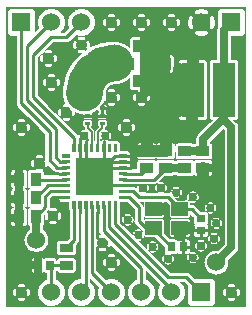
<source format=gbr>
G04 start of page 2 for group 0 idx 0 *
G04 Title: (unknown), signal (front) *
G04 Creator: pcb 20110918 *
G04 CreationDate: Thu Aug 15 05:27:38 2013 UTC *
G04 For: mokus *
G04 Format: Gerber/RS-274X *
G04 PCB-Dimensions: 80000 100000 *
G04 PCB-Coordinate-Origin: lower left *
%MOIN*%
%FSLAX25Y25*%
%LNTOP*%
%ADD97C,0.0380*%
%ADD96C,0.0350*%
%ADD95C,0.0200*%
%ADD94C,0.0130*%
%ADD93C,0.0360*%
%ADD92C,0.0270*%
%ADD91R,0.0118X0.0118*%
%ADD90R,0.0276X0.0276*%
%ADD89R,0.0453X0.0453*%
%ADD88R,0.0236X0.0236*%
%ADD87R,0.0394X0.0394*%
%ADD86R,0.0750X0.0750*%
%ADD85R,0.0335X0.0335*%
%ADD84R,0.0110X0.0110*%
%ADD83C,0.0600*%
%ADD82C,0.1221*%
%ADD81C,0.0060*%
%ADD80C,0.0250*%
%ADD79C,0.0400*%
%ADD78C,0.0100*%
%ADD77C,0.0001*%
G54D77*G36*
X67918Y95684D02*X67944Y95575D01*
X67986Y95289D01*
X68000Y95000D01*
X67986Y94711D01*
X67944Y94425D01*
X67918Y94316D01*
Y95684D01*
G37*
G36*
Y62995D02*X67938Y62960D01*
X68041Y62841D01*
X68160Y62738D01*
X68295Y62656D01*
X68440Y62596D01*
X68593Y62559D01*
X68750Y62550D01*
X68868Y62550D01*
X67918Y61599D01*
Y62995D01*
G37*
G36*
X71536Y58854D02*X72250Y59568D01*
X72750Y59068D01*
Y20932D01*
X71536Y19718D01*
Y27104D01*
X71571Y27114D01*
X71614Y27135D01*
X71653Y27161D01*
X71687Y27194D01*
X71716Y27231D01*
X71738Y27273D01*
X71807Y27442D01*
X71858Y27618D01*
X71892Y27797D01*
X71909Y27980D01*
Y28162D01*
X71892Y28345D01*
X71858Y28524D01*
X71807Y28700D01*
X71740Y28870D01*
X71718Y28912D01*
X71689Y28949D01*
X71654Y28982D01*
X71615Y29009D01*
X71572Y29029D01*
X71536Y29040D01*
Y58854D01*
G37*
G36*
X70748Y58066D02*X71536Y58854D01*
Y29040D01*
X71526Y29042D01*
X71479Y29049D01*
X71432Y29047D01*
X71385Y29038D01*
X71341Y29022D01*
X71299Y29000D01*
X71261Y28971D01*
X71229Y28936D01*
X71202Y28897D01*
X71182Y28854D01*
X71168Y28808D01*
X71162Y28761D01*
X71164Y28714D01*
X71173Y28667D01*
X71189Y28623D01*
X71237Y28506D01*
X71272Y28384D01*
X71296Y28260D01*
X71308Y28134D01*
Y28008D01*
X71296Y27882D01*
X71272Y27758D01*
X71237Y27636D01*
X71191Y27518D01*
X71174Y27474D01*
X71165Y27428D01*
X71164Y27381D01*
X71170Y27334D01*
X71183Y27289D01*
X71203Y27246D01*
X71230Y27207D01*
X71262Y27172D01*
X71300Y27144D01*
X71341Y27121D01*
X71386Y27105D01*
X71432Y27096D01*
X71479Y27095D01*
X71526Y27101D01*
X71536Y27104D01*
Y19718D01*
X70751Y18933D01*
X70748Y18934D01*
Y21986D01*
X70783Y21996D01*
X70826Y22017D01*
X70865Y22043D01*
X70899Y22076D01*
X70928Y22113D01*
X70950Y22155D01*
X71019Y22324D01*
X71070Y22500D01*
X71104Y22679D01*
X71121Y22862D01*
Y23044D01*
X71104Y23227D01*
X71070Y23406D01*
X71019Y23582D01*
X70952Y23752D01*
X70930Y23794D01*
X70901Y23831D01*
X70866Y23864D01*
X70827Y23891D01*
X70784Y23911D01*
X70748Y23922D01*
Y26286D01*
X70758Y26290D01*
X70800Y26312D01*
X70837Y26341D01*
X70870Y26376D01*
X70897Y26415D01*
X70917Y26458D01*
X70930Y26504D01*
X70936Y26551D01*
X70935Y26598D01*
X70926Y26645D01*
X70910Y26689D01*
X70888Y26731D01*
X70859Y26769D01*
X70824Y26801D01*
X70785Y26828D01*
X70748Y26846D01*
Y29298D01*
X70784Y29315D01*
X70823Y29342D01*
X70858Y29374D01*
X70886Y29412D01*
X70909Y29453D01*
X70925Y29498D01*
X70934Y29544D01*
X70935Y29591D01*
X70929Y29638D01*
X70916Y29683D01*
X70895Y29726D01*
X70869Y29765D01*
X70836Y29799D01*
X70799Y29828D01*
X70757Y29850D01*
X70748Y29854D01*
Y58066D01*
G37*
G36*
Y26846D02*X70742Y26848D01*
X70696Y26862D01*
X70649Y26868D01*
X70602Y26866D01*
X70555Y26857D01*
X70511Y26841D01*
X70394Y26793D01*
X70272Y26758D01*
X70148Y26734D01*
X70022Y26722D01*
X69896D01*
X69770Y26734D01*
X69646Y26758D01*
X69567Y26781D01*
Y29361D01*
X69646Y29384D01*
X69770Y29408D01*
X69896Y29420D01*
X70022D01*
X70148Y29408D01*
X70272Y29384D01*
X70394Y29349D01*
X70512Y29303D01*
X70556Y29286D01*
X70602Y29277D01*
X70649Y29276D01*
X70696Y29282D01*
X70741Y29295D01*
X70748Y29298D01*
Y26846D01*
G37*
G36*
Y18934D02*X70628Y18963D01*
X70000Y19012D01*
X69567Y18978D01*
Y21043D01*
X69624Y21054D01*
X69800Y21105D01*
X69970Y21172D01*
X70012Y21194D01*
X70049Y21223D01*
X70082Y21258D01*
X70109Y21297D01*
X70129Y21340D01*
X70142Y21386D01*
X70148Y21433D01*
X70147Y21480D01*
X70138Y21527D01*
X70122Y21571D01*
X70100Y21613D01*
X70071Y21651D01*
X70036Y21683D01*
X69997Y21710D01*
X69954Y21730D01*
X69908Y21744D01*
X69861Y21750D01*
X69814Y21748D01*
X69767Y21739D01*
X69723Y21723D01*
X69606Y21675D01*
X69567Y21664D01*
Y24242D01*
X69606Y24231D01*
X69724Y24185D01*
X69768Y24168D01*
X69814Y24159D01*
X69861Y24158D01*
X69908Y24164D01*
X69953Y24177D01*
X69996Y24197D01*
X70035Y24224D01*
X70070Y24256D01*
X70098Y24294D01*
X70121Y24335D01*
X70137Y24380D01*
X70146Y24426D01*
X70147Y24473D01*
X70141Y24520D01*
X70128Y24565D01*
X70107Y24608D01*
X70081Y24647D01*
X70048Y24681D01*
X70011Y24710D01*
X69969Y24732D01*
X69800Y24801D01*
X69624Y24852D01*
X69567Y24863D01*
Y26161D01*
X69685Y26138D01*
X69868Y26121D01*
X70050D01*
X70233Y26138D01*
X70412Y26172D01*
X70588Y26223D01*
X70748Y26286D01*
Y23922D01*
X70738Y23924D01*
X70691Y23931D01*
X70644Y23929D01*
X70597Y23920D01*
X70553Y23904D01*
X70511Y23882D01*
X70473Y23853D01*
X70441Y23818D01*
X70414Y23779D01*
X70394Y23736D01*
X70380Y23690D01*
X70374Y23643D01*
X70376Y23596D01*
X70385Y23549D01*
X70401Y23505D01*
X70449Y23388D01*
X70484Y23266D01*
X70508Y23142D01*
X70520Y23016D01*
Y22890D01*
X70508Y22764D01*
X70484Y22640D01*
X70449Y22518D01*
X70403Y22400D01*
X70386Y22356D01*
X70377Y22310D01*
X70376Y22263D01*
X70382Y22216D01*
X70395Y22171D01*
X70415Y22128D01*
X70442Y22089D01*
X70474Y22054D01*
X70512Y22026D01*
X70553Y22003D01*
X70598Y21987D01*
X70644Y21978D01*
X70691Y21977D01*
X70738Y21983D01*
X70748Y21986D01*
Y18934D01*
G37*
G36*
X69567Y56885D02*X70748Y58066D01*
Y29854D01*
X70588Y29919D01*
X70412Y29970D01*
X70233Y30004D01*
X70050Y30021D01*
X69868D01*
X69685Y30004D01*
X69567Y29981D01*
Y32222D01*
X69602Y32232D01*
X69645Y32253D01*
X69684Y32279D01*
X69718Y32312D01*
X69747Y32349D01*
X69769Y32391D01*
X69838Y32560D01*
X69889Y32736D01*
X69923Y32915D01*
X69940Y33098D01*
Y33280D01*
X69923Y33463D01*
X69889Y33642D01*
X69838Y33818D01*
X69771Y33988D01*
X69749Y34030D01*
X69720Y34067D01*
X69685Y34100D01*
X69646Y34127D01*
X69603Y34147D01*
X69567Y34158D01*
Y56885D01*
G37*
G36*
X68382Y21170D02*X68542Y21105D01*
X68718Y21054D01*
X68897Y21020D01*
X69080Y21003D01*
X69262D01*
X69445Y21020D01*
X69567Y21043D01*
Y18978D01*
X69372Y18963D01*
X68760Y18816D01*
X68382Y18659D01*
Y21170D01*
G37*
G36*
Y24178D02*X68388Y24176D01*
X68434Y24162D01*
X68481Y24156D01*
X68528Y24158D01*
X68575Y24167D01*
X68619Y24183D01*
X68736Y24231D01*
X68858Y24266D01*
X68982Y24290D01*
X69108Y24302D01*
X69234D01*
X69360Y24290D01*
X69484Y24266D01*
X69567Y24242D01*
Y21664D01*
X69484Y21640D01*
X69360Y21616D01*
X69234Y21604D01*
X69108D01*
X68982Y21616D01*
X68858Y21640D01*
X68736Y21675D01*
X68618Y21721D01*
X68574Y21738D01*
X68528Y21747D01*
X68481Y21748D01*
X68434Y21742D01*
X68389Y21729D01*
X68382Y21726D01*
Y24178D01*
G37*
G36*
Y44127D02*X68477Y44237D01*
X68559Y44372D01*
X68619Y44517D01*
X68656Y44670D01*
X68665Y44827D01*
X68656Y48330D01*
X68619Y48483D01*
X68559Y48628D01*
X68477Y48763D01*
X68382Y48873D01*
Y49637D01*
X68477Y49747D01*
X68559Y49882D01*
X68619Y50027D01*
X68656Y50180D01*
X68665Y50337D01*
X68656Y53840D01*
X68619Y53993D01*
X68559Y54138D01*
X68477Y54273D01*
X68382Y54383D01*
Y55700D01*
X69567Y56885D01*
Y34158D01*
X69557Y34160D01*
X69510Y34167D01*
X69463Y34165D01*
X69416Y34156D01*
X69372Y34140D01*
X69330Y34118D01*
X69292Y34089D01*
X69260Y34054D01*
X69233Y34015D01*
X69213Y33972D01*
X69199Y33926D01*
X69193Y33879D01*
X69195Y33832D01*
X69204Y33785D01*
X69220Y33741D01*
X69268Y33624D01*
X69303Y33502D01*
X69327Y33378D01*
X69339Y33252D01*
Y33126D01*
X69327Y33000D01*
X69303Y32876D01*
X69268Y32754D01*
X69222Y32636D01*
X69205Y32592D01*
X69196Y32546D01*
X69195Y32499D01*
X69201Y32452D01*
X69214Y32407D01*
X69234Y32364D01*
X69261Y32325D01*
X69293Y32290D01*
X69331Y32262D01*
X69372Y32239D01*
X69417Y32223D01*
X69463Y32214D01*
X69510Y32213D01*
X69557Y32219D01*
X69567Y32222D01*
Y29981D01*
X69506Y29970D01*
X69330Y29919D01*
X69160Y29852D01*
X69118Y29830D01*
X69081Y29801D01*
X69048Y29766D01*
X69021Y29727D01*
X69001Y29684D01*
X68988Y29638D01*
X68981Y29591D01*
X68983Y29544D01*
X68992Y29497D01*
X69008Y29453D01*
X69030Y29411D01*
X69059Y29373D01*
X69094Y29341D01*
X69133Y29314D01*
X69176Y29294D01*
X69222Y29280D01*
X69269Y29274D01*
X69316Y29276D01*
X69363Y29285D01*
X69407Y29301D01*
X69524Y29349D01*
X69567Y29361D01*
Y26781D01*
X69524Y26793D01*
X69406Y26839D01*
X69362Y26856D01*
X69316Y26865D01*
X69269Y26866D01*
X69222Y26860D01*
X69177Y26847D01*
X69134Y26827D01*
X69095Y26800D01*
X69060Y26768D01*
X69032Y26730D01*
X69009Y26689D01*
X68993Y26644D01*
X68984Y26598D01*
X68983Y26551D01*
X68989Y26504D01*
X69002Y26459D01*
X69022Y26416D01*
X69049Y26377D01*
X69082Y26343D01*
X69119Y26314D01*
X69161Y26292D01*
X69330Y26223D01*
X69506Y26172D01*
X69567Y26161D01*
Y24863D01*
X69445Y24886D01*
X69262Y24903D01*
X69080D01*
X68897Y24886D01*
X68718Y24852D01*
X68542Y24801D01*
X68382Y24738D01*
Y27102D01*
X68392Y27100D01*
X68439Y27094D01*
X68486Y27095D01*
X68533Y27104D01*
X68577Y27120D01*
X68619Y27142D01*
X68657Y27171D01*
X68689Y27206D01*
X68716Y27245D01*
X68736Y27288D01*
X68750Y27334D01*
X68756Y27381D01*
X68754Y27428D01*
X68745Y27475D01*
X68729Y27519D01*
X68681Y27636D01*
X68646Y27758D01*
X68622Y27882D01*
X68610Y28008D01*
Y28134D01*
X68622Y28260D01*
X68646Y28384D01*
X68681Y28506D01*
X68727Y28624D01*
X68744Y28668D01*
X68753Y28714D01*
X68754Y28761D01*
X68748Y28808D01*
X68735Y28853D01*
X68715Y28896D01*
X68688Y28935D01*
X68656Y28970D01*
X68618Y28998D01*
X68577Y29021D01*
X68532Y29037D01*
X68486Y29046D01*
X68439Y29047D01*
X68392Y29041D01*
X68382Y29038D01*
Y31279D01*
X68443Y31290D01*
X68619Y31341D01*
X68789Y31408D01*
X68831Y31430D01*
X68868Y31459D01*
X68901Y31494D01*
X68928Y31533D01*
X68948Y31576D01*
X68961Y31622D01*
X68968Y31669D01*
X68966Y31716D01*
X68957Y31763D01*
X68941Y31807D01*
X68919Y31849D01*
X68890Y31887D01*
X68855Y31919D01*
X68816Y31946D01*
X68773Y31966D01*
X68727Y31980D01*
X68680Y31986D01*
X68633Y31984D01*
X68586Y31975D01*
X68542Y31959D01*
X68425Y31911D01*
X68382Y31899D01*
Y34479D01*
X68425Y34467D01*
X68543Y34421D01*
X68587Y34404D01*
X68633Y34395D01*
X68680Y34394D01*
X68727Y34400D01*
X68772Y34413D01*
X68815Y34433D01*
X68854Y34460D01*
X68889Y34492D01*
X68917Y34530D01*
X68940Y34571D01*
X68956Y34616D01*
X68965Y34662D01*
X68966Y34709D01*
X68960Y34756D01*
X68947Y34801D01*
X68926Y34844D01*
X68900Y34883D01*
X68867Y34917D01*
X68830Y34946D01*
X68788Y34968D01*
X68619Y35037D01*
X68443Y35088D01*
X68382Y35099D01*
Y44127D01*
G37*
G36*
Y31899D02*X68303Y31876D01*
X68179Y31852D01*
X68053Y31840D01*
X67927D01*
X67918Y31841D01*
Y34537D01*
X67927Y34538D01*
X68053D01*
X68179Y34526D01*
X68303Y34502D01*
X68382Y34479D01*
Y31899D01*
G37*
G36*
Y24738D02*X68372Y24734D01*
X68330Y24712D01*
X68293Y24683D01*
X68260Y24648D01*
X68233Y24609D01*
X68213Y24566D01*
X68200Y24520D01*
X68193Y24473D01*
X68195Y24426D01*
X68204Y24379D01*
X68220Y24335D01*
X68242Y24293D01*
X68271Y24255D01*
X68306Y24223D01*
X68345Y24196D01*
X68382Y24178D01*
Y21726D01*
X68346Y21709D01*
X68307Y21682D01*
X68272Y21650D01*
X68244Y21612D01*
X68221Y21571D01*
X68205Y21526D01*
X68196Y21480D01*
X68195Y21433D01*
X68201Y21386D01*
X68214Y21341D01*
X68234Y21298D01*
X68261Y21259D01*
X68294Y21225D01*
X68331Y21196D01*
X68373Y21174D01*
X68382Y21170D01*
Y18659D01*
X68178Y18575D01*
X67918Y18415D01*
Y22112D01*
X67928Y22127D01*
X67948Y22170D01*
X67962Y22216D01*
X67968Y22263D01*
X67966Y22310D01*
X67957Y22357D01*
X67941Y22401D01*
X67918Y22458D01*
Y23450D01*
X67939Y23506D01*
X67956Y23550D01*
X67965Y23596D01*
X67966Y23643D01*
X67960Y23690D01*
X67947Y23735D01*
X67927Y23778D01*
X67918Y23792D01*
Y31239D01*
X68081D01*
X68264Y31256D01*
X68382Y31279D01*
Y29038D01*
X68347Y29028D01*
X68304Y29008D01*
X68265Y28981D01*
X68231Y28948D01*
X68202Y28911D01*
X68180Y28869D01*
X68111Y28700D01*
X68060Y28524D01*
X68026Y28345D01*
X68009Y28162D01*
Y27980D01*
X68026Y27797D01*
X68060Y27618D01*
X68111Y27442D01*
X68178Y27272D01*
X68200Y27230D01*
X68229Y27193D01*
X68264Y27160D01*
X68303Y27133D01*
X68346Y27113D01*
X68382Y27102D01*
Y24738D01*
G37*
G36*
Y54383D02*X68374Y54392D01*
X68255Y54495D01*
X68120Y54577D01*
X67975Y54637D01*
X67918Y54651D01*
Y55236D01*
X68382Y55700D01*
Y54383D01*
G37*
G36*
Y48873D02*X68374Y48882D01*
X68255Y48985D01*
X68120Y49067D01*
X67975Y49127D01*
X67918Y49141D01*
Y49369D01*
X67975Y49383D01*
X68120Y49443D01*
X68255Y49525D01*
X68374Y49628D01*
X68382Y49637D01*
Y48873D01*
G37*
G36*
X67918Y43859D02*X67975Y43873D01*
X68120Y43933D01*
X68255Y44015D01*
X68374Y44118D01*
X68382Y44127D01*
Y35099D01*
X68264Y35122D01*
X68081Y35139D01*
X67918D01*
Y43859D01*
G37*
G36*
X77230Y100000D02*X80000D01*
Y0D01*
X77230D01*
Y3714D01*
X77298Y3728D01*
X77371Y3755D01*
X77440Y3794D01*
X77502Y3843D01*
X77555Y3901D01*
X77598Y3966D01*
X77630Y4038D01*
X77706Y4271D01*
X77760Y4511D01*
X77792Y4755D01*
X77803Y5000D01*
X77792Y5245D01*
X77760Y5489D01*
X77706Y5729D01*
X77632Y5963D01*
X77600Y6035D01*
X77556Y6100D01*
X77503Y6159D01*
X77441Y6208D01*
X77372Y6246D01*
X77298Y6274D01*
X77230Y6288D01*
Y19656D01*
X77257Y20000D01*
X77250Y20088D01*
Y59912D01*
X77257Y60000D01*
X77230Y60343D01*
Y63348D01*
X77241Y63393D01*
X77250Y63550D01*
X77241Y81607D01*
X77230Y81652D01*
Y90512D01*
X78235Y90514D01*
X78465Y90569D01*
X78683Y90659D01*
X78884Y90783D01*
X79064Y90936D01*
X79217Y91116D01*
X79341Y91317D01*
X79431Y91535D01*
X79486Y91765D01*
X79500Y92000D01*
X79486Y98235D01*
X79431Y98465D01*
X79341Y98683D01*
X79217Y98884D01*
X79064Y99064D01*
X78884Y99217D01*
X78683Y99341D01*
X78465Y99431D01*
X78235Y99486D01*
X78000Y99500D01*
X77230Y99498D01*
Y100000D01*
G37*
G36*
Y81652D02*X77204Y81760D01*
X77144Y81905D01*
X77062Y82040D01*
X76959Y82159D01*
X76840Y82262D01*
X76705Y82344D01*
X76560Y82404D01*
X76407Y82441D01*
X76250Y82450D01*
X75001Y82448D01*
Y90507D01*
X77230Y90512D01*
Y81652D01*
G37*
G36*
Y60343D02*X77229Y60353D01*
X77229Y60353D01*
X77146Y60697D01*
X77011Y61025D01*
X76826Y61327D01*
X76596Y61596D01*
X76529Y61653D01*
X75624Y62558D01*
X76407Y62559D01*
X76560Y62596D01*
X76705Y62656D01*
X76840Y62738D01*
X76959Y62841D01*
X77062Y62960D01*
X77144Y63095D01*
X77204Y63240D01*
X77230Y63348D01*
Y60343D01*
G37*
G36*
Y0D02*X75001D01*
Y2197D01*
X75245Y2208D01*
X75489Y2240D01*
X75729Y2294D01*
X75963Y2368D01*
X76035Y2400D01*
X76100Y2444D01*
X76159Y2497D01*
X76208Y2559D01*
X76246Y2628D01*
X76274Y2702D01*
X76290Y2779D01*
X76293Y2858D01*
X76284Y2937D01*
X76263Y3013D01*
X76230Y3085D01*
X76186Y3150D01*
X76133Y3209D01*
X76071Y3258D01*
X76002Y3296D01*
X75928Y3324D01*
X75851Y3340D01*
X75772Y3343D01*
X75693Y3334D01*
X75618Y3311D01*
X75468Y3262D01*
X75314Y3228D01*
X75158Y3207D01*
X75001Y3200D01*
Y6800D01*
X75158Y6793D01*
X75314Y6772D01*
X75468Y6738D01*
X75618Y6690D01*
X75694Y6668D01*
X75772Y6659D01*
X75850Y6662D01*
X75927Y6678D01*
X76001Y6705D01*
X76070Y6744D01*
X76131Y6793D01*
X76185Y6851D01*
X76228Y6916D01*
X76261Y6988D01*
X76282Y7064D01*
X76291Y7142D01*
X76288Y7220D01*
X76272Y7298D01*
X76245Y7371D01*
X76206Y7440D01*
X76157Y7502D01*
X76099Y7555D01*
X76034Y7598D01*
X75962Y7630D01*
X75729Y7706D01*
X75489Y7760D01*
X75245Y7792D01*
X75001Y7803D01*
Y16819D01*
X76529Y18347D01*
X76596Y18404D01*
X76826Y18673D01*
X76826Y18673D01*
X77011Y18975D01*
X77146Y19303D01*
X77229Y19647D01*
X77230Y19656D01*
Y6288D01*
X77221Y6290D01*
X77142Y6293D01*
X77063Y6284D01*
X76987Y6263D01*
X76915Y6230D01*
X76850Y6186D01*
X76791Y6133D01*
X76742Y6071D01*
X76704Y6002D01*
X76676Y5928D01*
X76660Y5851D01*
X76657Y5772D01*
X76666Y5693D01*
X76689Y5618D01*
X76738Y5468D01*
X76772Y5314D01*
X76793Y5158D01*
X76800Y5000D01*
X76793Y4842D01*
X76772Y4686D01*
X76738Y4532D01*
X76690Y4382D01*
X76668Y4306D01*
X76659Y4228D01*
X76662Y4150D01*
X76678Y4073D01*
X76705Y3999D01*
X76744Y3930D01*
X76793Y3869D01*
X76851Y3815D01*
X76916Y3772D01*
X76988Y3739D01*
X77064Y3718D01*
X77142Y3709D01*
X77220Y3712D01*
X77230Y3714D01*
Y0D01*
G37*
G36*
X75001Y100000D02*X77230D01*
Y99498D01*
X75001Y99493D01*
Y100000D01*
G37*
G36*
Y82448D02*X74750Y82448D01*
Y90506D01*
X75001Y90507D01*
Y82448D01*
G37*
G36*
Y0D02*X72770D01*
Y3712D01*
X72779Y3710D01*
X72858Y3707D01*
X72937Y3716D01*
X73013Y3737D01*
X73085Y3770D01*
X73150Y3814D01*
X73209Y3867D01*
X73258Y3929D01*
X73296Y3998D01*
X73324Y4072D01*
X73340Y4149D01*
X73343Y4228D01*
X73334Y4307D01*
X73311Y4382D01*
X73262Y4532D01*
X73228Y4686D01*
X73207Y4842D01*
X73200Y5000D01*
X73207Y5158D01*
X73228Y5314D01*
X73262Y5468D01*
X73310Y5618D01*
X73332Y5694D01*
X73341Y5772D01*
X73338Y5850D01*
X73322Y5927D01*
X73295Y6001D01*
X73256Y6070D01*
X73207Y6131D01*
X73149Y6185D01*
X73084Y6228D01*
X73012Y6261D01*
X72936Y6282D01*
X72858Y6291D01*
X72780Y6288D01*
X72770Y6286D01*
Y12106D01*
X72837Y12163D01*
X73246Y12642D01*
X73575Y13178D01*
X73816Y13760D01*
X73963Y14372D01*
X74000Y15000D01*
X73963Y15628D01*
X73933Y15751D01*
X75001Y16819D01*
Y7803D01*
X75000Y7803D01*
X74755Y7792D01*
X74511Y7760D01*
X74271Y7706D01*
X74037Y7632D01*
X73965Y7600D01*
X73900Y7556D01*
X73841Y7503D01*
X73792Y7441D01*
X73754Y7372D01*
X73726Y7298D01*
X73710Y7221D01*
X73707Y7142D01*
X73716Y7063D01*
X73737Y6987D01*
X73770Y6915D01*
X73814Y6850D01*
X73867Y6791D01*
X73929Y6742D01*
X73998Y6704D01*
X74072Y6676D01*
X74149Y6660D01*
X74228Y6657D01*
X74307Y6666D01*
X74382Y6689D01*
X74532Y6738D01*
X74686Y6772D01*
X74842Y6793D01*
X75000Y6800D01*
X75001Y6800D01*
Y3200D01*
X75000Y3200D01*
X74842Y3207D01*
X74686Y3228D01*
X74532Y3262D01*
X74382Y3310D01*
X74306Y3332D01*
X74228Y3341D01*
X74150Y3338D01*
X74073Y3322D01*
X73999Y3295D01*
X73930Y3256D01*
X73869Y3207D01*
X73815Y3149D01*
X73772Y3084D01*
X73739Y3012D01*
X73718Y2936D01*
X73709Y2858D01*
X73712Y2780D01*
X73728Y2702D01*
X73755Y2629D01*
X73794Y2560D01*
X73843Y2498D01*
X73901Y2445D01*
X73966Y2402D01*
X74038Y2370D01*
X74271Y2294D01*
X74511Y2240D01*
X74755Y2208D01*
X75000Y2197D01*
X75001Y2197D01*
Y0D01*
G37*
G36*
X72770D02*X67918D01*
Y513D01*
X68235Y514D01*
X68465Y569D01*
X68683Y659D01*
X68884Y783D01*
X69064Y936D01*
X69217Y1116D01*
X69341Y1317D01*
X69431Y1535D01*
X69486Y1765D01*
X69500Y2000D01*
X69486Y8235D01*
X69431Y8465D01*
X69341Y8683D01*
X69217Y8884D01*
X69064Y9064D01*
X68884Y9217D01*
X68683Y9341D01*
X68465Y9431D01*
X68235Y9486D01*
X68000Y9500D01*
X67918Y9500D01*
Y11585D01*
X68178Y11425D01*
X68760Y11184D01*
X69372Y11037D01*
X70000Y10988D01*
X70514Y11028D01*
X70628Y11037D01*
X71240Y11184D01*
X71822Y11425D01*
X72358Y11754D01*
X72770Y12106D01*
Y6286D01*
X72702Y6272D01*
X72629Y6245D01*
X72560Y6206D01*
X72498Y6157D01*
X72445Y6099D01*
X72402Y6034D01*
X72370Y5962D01*
X72294Y5729D01*
X72240Y5489D01*
X72208Y5245D01*
X72197Y5000D01*
X72208Y4755D01*
X72240Y4511D01*
X72294Y4271D01*
X72368Y4037D01*
X72400Y3965D01*
X72444Y3900D01*
X72497Y3841D01*
X72559Y3792D01*
X72628Y3754D01*
X72702Y3726D01*
X72770Y3712D01*
Y0D01*
G37*
G36*
X67918Y100000D02*X75001D01*
Y99493D01*
X71765Y99486D01*
X71535Y99431D01*
X71317Y99341D01*
X71116Y99217D01*
X70936Y99064D01*
X70783Y98884D01*
X70659Y98683D01*
X70569Y98465D01*
X70514Y98235D01*
X70500Y98000D01*
X70510Y93559D01*
X70489Y93525D01*
X70354Y93197D01*
X70271Y92853D01*
X70271Y92853D01*
X70243Y92500D01*
X70250Y92412D01*
Y82443D01*
X68593Y82441D01*
X68440Y82404D01*
X68295Y82344D01*
X68160Y82262D01*
X68041Y82159D01*
X67938Y82040D01*
X67918Y82005D01*
Y93087D01*
X67991Y93015D01*
X68087Y92946D01*
X68192Y92893D01*
X68305Y92857D01*
X68421Y92840D01*
X68539Y92841D01*
X68656Y92860D01*
X68768Y92897D01*
X68873Y92952D01*
X68968Y93022D01*
X69051Y93106D01*
X69119Y93202D01*
X69170Y93308D01*
X69318Y93716D01*
X69422Y94137D01*
X69484Y94567D01*
X69505Y95000D01*
X69484Y95433D01*
X69422Y95863D01*
X69318Y96284D01*
X69175Y96694D01*
X69122Y96800D01*
X69053Y96896D01*
X68970Y96981D01*
X68875Y97051D01*
X68769Y97106D01*
X68657Y97143D01*
X68540Y97163D01*
X68421Y97164D01*
X68304Y97146D01*
X68191Y97110D01*
X68085Y97057D01*
X67988Y96988D01*
X67918Y96918D01*
Y100000D01*
G37*
G36*
Y22458D02*X67893Y22518D01*
X67858Y22640D01*
X67834Y22764D01*
X67822Y22890D01*
Y23016D01*
X67834Y23142D01*
X67858Y23266D01*
X67893Y23388D01*
X67918Y23450D01*
Y22458D01*
G37*
G36*
Y54651D02*X67822Y54674D01*
X67750Y54678D01*
Y55068D01*
X67918Y55236D01*
Y54651D01*
G37*
G36*
X53032Y18102D02*X53067Y18060D01*
X53032Y18047D01*
Y18102D01*
G37*
G36*
X66413Y23538D02*X66474Y23538D01*
X66627Y23575D01*
X66772Y23635D01*
X66907Y23717D01*
X67026Y23820D01*
X67129Y23939D01*
X67211Y24074D01*
X67271Y24219D01*
X67308Y24372D01*
X67317Y24529D01*
X67308Y27048D01*
X67271Y27201D01*
X67211Y27346D01*
X67129Y27481D01*
X67026Y27600D01*
X66935Y27678D01*
X67026Y27756D01*
X67129Y27875D01*
X67211Y28010D01*
X67271Y28155D01*
X67308Y28308D01*
X67317Y28465D01*
X67308Y30984D01*
X67271Y31137D01*
X67211Y31282D01*
X67129Y31417D01*
X67026Y31536D01*
X66907Y31639D01*
X66772Y31721D01*
X66627Y31781D01*
X66474Y31818D01*
X66413Y31821D01*
Y32220D01*
X66423Y32218D01*
X66470Y32212D01*
X66517Y32213D01*
X66564Y32222D01*
X66608Y32238D01*
X66650Y32260D01*
X66688Y32289D01*
X66720Y32324D01*
X66747Y32363D01*
X66767Y32406D01*
X66781Y32452D01*
X66787Y32499D01*
X66785Y32546D01*
X66776Y32593D01*
X66760Y32637D01*
X66712Y32754D01*
X66677Y32876D01*
X66653Y33000D01*
X66641Y33126D01*
Y33252D01*
X66653Y33378D01*
X66677Y33502D01*
X66712Y33624D01*
X66758Y33742D01*
X66775Y33786D01*
X66784Y33832D01*
X66785Y33879D01*
X66779Y33926D01*
X66766Y33971D01*
X66746Y34014D01*
X66719Y34053D01*
X66687Y34088D01*
X66649Y34116D01*
X66608Y34139D01*
X66563Y34155D01*
X66517Y34164D01*
X66470Y34165D01*
X66423Y34159D01*
X66413Y34156D01*
Y43833D01*
X67822Y43836D01*
X67918Y43859D01*
Y35139D01*
X67899D01*
X67716Y35122D01*
X67537Y35088D01*
X67361Y35037D01*
X67191Y34970D01*
X67149Y34948D01*
X67112Y34919D01*
X67079Y34884D01*
X67052Y34845D01*
X67032Y34802D01*
X67019Y34756D01*
X67012Y34709D01*
X67014Y34662D01*
X67023Y34615D01*
X67039Y34571D01*
X67061Y34529D01*
X67090Y34491D01*
X67125Y34459D01*
X67164Y34432D01*
X67207Y34412D01*
X67253Y34398D01*
X67300Y34392D01*
X67347Y34394D01*
X67394Y34403D01*
X67438Y34419D01*
X67555Y34467D01*
X67677Y34502D01*
X67801Y34526D01*
X67918Y34537D01*
Y31841D01*
X67801Y31852D01*
X67677Y31876D01*
X67555Y31911D01*
X67437Y31957D01*
X67393Y31974D01*
X67347Y31983D01*
X67300Y31984D01*
X67253Y31978D01*
X67208Y31965D01*
X67165Y31945D01*
X67126Y31918D01*
X67091Y31886D01*
X67063Y31848D01*
X67040Y31807D01*
X67024Y31762D01*
X67015Y31716D01*
X67014Y31669D01*
X67020Y31622D01*
X67033Y31577D01*
X67054Y31534D01*
X67080Y31495D01*
X67113Y31461D01*
X67150Y31432D01*
X67192Y31410D01*
X67361Y31341D01*
X67537Y31290D01*
X67716Y31256D01*
X67899Y31239D01*
X67918D01*
Y23792D01*
X67900Y23817D01*
X67868Y23852D01*
X67830Y23880D01*
X67789Y23903D01*
X67744Y23919D01*
X67698Y23928D01*
X67651Y23929D01*
X67604Y23923D01*
X67559Y23910D01*
X67516Y23890D01*
X67477Y23863D01*
X67443Y23830D01*
X67414Y23793D01*
X67392Y23751D01*
X67323Y23582D01*
X67272Y23406D01*
X67238Y23227D01*
X67221Y23044D01*
Y22862D01*
X67238Y22679D01*
X67272Y22500D01*
X67323Y22324D01*
X67390Y22154D01*
X67412Y22112D01*
X67441Y22075D01*
X67476Y22042D01*
X67515Y22015D01*
X67558Y21995D01*
X67604Y21982D01*
X67651Y21976D01*
X67698Y21977D01*
X67745Y21986D01*
X67789Y22002D01*
X67831Y22024D01*
X67869Y22053D01*
X67901Y22088D01*
X67918Y22112D01*
Y18415D01*
X67642Y18246D01*
X67163Y17837D01*
X66754Y17358D01*
X66425Y16822D01*
X66413Y16793D01*
Y19623D01*
X66453Y19634D01*
X66496Y19655D01*
X66535Y19681D01*
X66569Y19714D01*
X66598Y19751D01*
X66620Y19793D01*
X66689Y19962D01*
X66740Y20138D01*
X66774Y20317D01*
X66791Y20500D01*
Y20682D01*
X66774Y20865D01*
X66740Y21044D01*
X66689Y21220D01*
X66622Y21390D01*
X66600Y21432D01*
X66571Y21469D01*
X66536Y21502D01*
X66497Y21529D01*
X66454Y21549D01*
X66413Y21561D01*
Y23538D01*
G37*
G36*
X67918Y9500D02*X66413Y9496D01*
Y13207D01*
X66425Y13178D01*
X66754Y12642D01*
X67163Y12163D01*
X67642Y11754D01*
X67918Y11585D01*
Y9500D01*
G37*
G36*
X66413Y31821D02*X66317Y31827D01*
X64786Y31822D01*
X63662Y32946D01*
Y35765D01*
X63697Y35775D01*
X63740Y35796D01*
X63779Y35822D01*
X63813Y35855D01*
X63842Y35892D01*
X63864Y35934D01*
X63933Y36103D01*
X63984Y36279D01*
X64018Y36458D01*
X64035Y36641D01*
Y36823D01*
X64018Y37006D01*
X63984Y37185D01*
X63933Y37361D01*
X63866Y37531D01*
X63844Y37573D01*
X63815Y37610D01*
X63780Y37643D01*
X63741Y37670D01*
X63698Y37690D01*
X63662Y37701D01*
Y43828D01*
X66413Y43833D01*
Y34156D01*
X66378Y34146D01*
X66335Y34126D01*
X66296Y34099D01*
X66262Y34066D01*
X66233Y34029D01*
X66211Y33987D01*
X66142Y33818D01*
X66091Y33642D01*
X66057Y33463D01*
X66040Y33280D01*
Y33098D01*
X66057Y32915D01*
X66091Y32736D01*
X66142Y32560D01*
X66209Y32390D01*
X66231Y32348D01*
X66260Y32311D01*
X66295Y32278D01*
X66334Y32251D01*
X66377Y32231D01*
X66413Y32220D01*
Y31821D01*
G37*
G36*
Y9496D02*X64842Y9493D01*
Y18641D01*
X64932D01*
X65115Y18658D01*
X65294Y18692D01*
X65470Y18743D01*
X65640Y18810D01*
X65682Y18832D01*
X65719Y18861D01*
X65752Y18896D01*
X65779Y18935D01*
X65799Y18978D01*
X65812Y19024D01*
X65818Y19071D01*
X65817Y19118D01*
X65808Y19165D01*
X65792Y19209D01*
X65770Y19251D01*
X65741Y19289D01*
X65706Y19321D01*
X65667Y19348D01*
X65624Y19368D01*
X65578Y19382D01*
X65531Y19388D01*
X65484Y19386D01*
X65437Y19377D01*
X65393Y19361D01*
X65276Y19313D01*
X65154Y19278D01*
X65030Y19254D01*
X64904Y19242D01*
X64842D01*
Y21940D01*
X64904D01*
X65030Y21928D01*
X65154Y21904D01*
X65276Y21869D01*
X65394Y21823D01*
X65438Y21806D01*
X65484Y21797D01*
X65531Y21796D01*
X65578Y21802D01*
X65623Y21815D01*
X65666Y21835D01*
X65705Y21862D01*
X65740Y21894D01*
X65768Y21932D01*
X65791Y21973D01*
X65807Y22018D01*
X65816Y22064D01*
X65817Y22111D01*
X65811Y22158D01*
X65798Y22203D01*
X65777Y22246D01*
X65751Y22285D01*
X65718Y22319D01*
X65681Y22348D01*
X65639Y22370D01*
X65470Y22439D01*
X65294Y22490D01*
X65115Y22524D01*
X64932Y22541D01*
X64842D01*
Y23533D01*
X66413Y23538D01*
Y21561D01*
X66408Y21562D01*
X66361Y21569D01*
X66314Y21567D01*
X66267Y21558D01*
X66223Y21542D01*
X66181Y21520D01*
X66143Y21491D01*
X66111Y21456D01*
X66084Y21417D01*
X66064Y21374D01*
X66050Y21328D01*
X66044Y21281D01*
X66046Y21234D01*
X66055Y21187D01*
X66071Y21143D01*
X66119Y21026D01*
X66154Y20904D01*
X66178Y20780D01*
X66190Y20654D01*
Y20528D01*
X66178Y20402D01*
X66154Y20278D01*
X66119Y20156D01*
X66073Y20038D01*
X66056Y19994D01*
X66047Y19948D01*
X66046Y19901D01*
X66052Y19854D01*
X66065Y19809D01*
X66085Y19766D01*
X66112Y19727D01*
X66144Y19692D01*
X66182Y19664D01*
X66223Y19641D01*
X66268Y19625D01*
X66314Y19616D01*
X66361Y19615D01*
X66408Y19621D01*
X66413Y19623D01*
Y16793D01*
X66184Y16240D01*
X66037Y15628D01*
X65988Y15000D01*
X66037Y14372D01*
X66184Y13760D01*
X66413Y13207D01*
Y9496D01*
G37*
G36*
X64842Y9493D02*X63662Y9490D01*
Y15687D01*
X63697Y15697D01*
X63740Y15718D01*
X63779Y15744D01*
X63813Y15777D01*
X63842Y15814D01*
X63864Y15856D01*
X63933Y16025D01*
X63984Y16201D01*
X64018Y16380D01*
X64035Y16563D01*
Y16745D01*
X64018Y16928D01*
X63984Y17107D01*
X63933Y17283D01*
X63866Y17453D01*
X63844Y17495D01*
X63815Y17532D01*
X63780Y17565D01*
X63741Y17592D01*
X63698Y17612D01*
X63662Y17623D01*
Y23530D01*
X64842Y23533D01*
Y22541D01*
X64750D01*
X64567Y22524D01*
X64388Y22490D01*
X64212Y22439D01*
X64042Y22372D01*
X64000Y22350D01*
X63963Y22321D01*
X63930Y22286D01*
X63903Y22247D01*
X63883Y22204D01*
X63870Y22158D01*
X63863Y22111D01*
X63865Y22064D01*
X63874Y22017D01*
X63890Y21973D01*
X63912Y21931D01*
X63941Y21893D01*
X63976Y21861D01*
X64015Y21834D01*
X64058Y21814D01*
X64104Y21800D01*
X64151Y21794D01*
X64198Y21796D01*
X64245Y21805D01*
X64289Y21821D01*
X64406Y21869D01*
X64528Y21904D01*
X64652Y21928D01*
X64778Y21940D01*
X64842D01*
Y19242D01*
X64778D01*
X64652Y19254D01*
X64528Y19278D01*
X64406Y19313D01*
X64288Y19359D01*
X64244Y19376D01*
X64198Y19385D01*
X64151Y19386D01*
X64104Y19380D01*
X64059Y19367D01*
X64016Y19347D01*
X63977Y19320D01*
X63942Y19288D01*
X63914Y19250D01*
X63891Y19209D01*
X63875Y19164D01*
X63866Y19118D01*
X63865Y19071D01*
X63871Y19024D01*
X63884Y18979D01*
X63904Y18936D01*
X63931Y18897D01*
X63964Y18863D01*
X64001Y18834D01*
X64043Y18812D01*
X64212Y18743D01*
X64388Y18692D01*
X64567Y18658D01*
X64750Y18641D01*
X64842D01*
Y9493D01*
G37*
G36*
X63662Y32946D02*X62793Y33814D01*
X62755Y33859D01*
X62575Y34012D01*
X62575Y34012D01*
X62575Y34012D01*
X62492Y34063D01*
X62374Y34136D01*
X62374Y34136D01*
X62374Y34136D01*
X62291Y34170D01*
X62156Y34226D01*
X62156Y34226D01*
X62156Y34226D01*
X62086Y34243D01*
Y34782D01*
X62176D01*
X62359Y34799D01*
X62538Y34833D01*
X62714Y34884D01*
X62884Y34951D01*
X62926Y34973D01*
X62963Y35002D01*
X62996Y35037D01*
X63023Y35076D01*
X63043Y35119D01*
X63056Y35165D01*
X63062Y35212D01*
X63061Y35259D01*
X63052Y35306D01*
X63036Y35350D01*
X63014Y35392D01*
X62985Y35430D01*
X62950Y35462D01*
X62911Y35489D01*
X62868Y35509D01*
X62822Y35523D01*
X62775Y35529D01*
X62728Y35527D01*
X62681Y35518D01*
X62637Y35502D01*
X62520Y35454D01*
X62398Y35419D01*
X62274Y35395D01*
X62148Y35383D01*
X62086D01*
Y38081D01*
X62148D01*
X62274Y38069D01*
X62398Y38045D01*
X62520Y38010D01*
X62638Y37964D01*
X62682Y37947D01*
X62728Y37938D01*
X62775Y37937D01*
X62822Y37943D01*
X62867Y37956D01*
X62910Y37976D01*
X62949Y38003D01*
X62984Y38035D01*
X63012Y38073D01*
X63035Y38114D01*
X63051Y38159D01*
X63060Y38205D01*
X63061Y38252D01*
X63055Y38299D01*
X63042Y38344D01*
X63021Y38387D01*
X62995Y38426D01*
X62962Y38460D01*
X62925Y38489D01*
X62883Y38511D01*
X62714Y38580D01*
X62538Y38631D01*
X62359Y38665D01*
X62176Y38682D01*
X62086D01*
Y43919D01*
X62120Y43933D01*
X62255Y44015D01*
X62374Y44118D01*
X62477Y44237D01*
X62500Y44276D01*
X62523Y44237D01*
X62626Y44118D01*
X62745Y44015D01*
X62880Y43933D01*
X63025Y43873D01*
X63178Y43836D01*
X63335Y43827D01*
X63662Y43828D01*
Y37701D01*
X63652Y37703D01*
X63605Y37710D01*
X63558Y37708D01*
X63511Y37699D01*
X63467Y37683D01*
X63425Y37661D01*
X63387Y37632D01*
X63355Y37597D01*
X63328Y37558D01*
X63308Y37515D01*
X63294Y37469D01*
X63288Y37422D01*
X63290Y37375D01*
X63299Y37328D01*
X63315Y37284D01*
X63363Y37167D01*
X63398Y37045D01*
X63422Y36921D01*
X63434Y36795D01*
Y36669D01*
X63422Y36543D01*
X63398Y36419D01*
X63363Y36297D01*
X63317Y36179D01*
X63300Y36135D01*
X63291Y36089D01*
X63290Y36042D01*
X63296Y35995D01*
X63309Y35950D01*
X63329Y35907D01*
X63356Y35868D01*
X63388Y35833D01*
X63426Y35805D01*
X63467Y35782D01*
X63512Y35766D01*
X63558Y35757D01*
X63605Y35756D01*
X63652Y35762D01*
X63662Y35765D01*
Y32946D01*
G37*
G36*
Y9490D02*X63264Y9489D01*
Y19622D01*
X63274Y19620D01*
X63321Y19614D01*
X63368Y19615D01*
X63415Y19624D01*
X63459Y19640D01*
X63501Y19662D01*
X63539Y19691D01*
X63571Y19726D01*
X63598Y19765D01*
X63618Y19808D01*
X63632Y19854D01*
X63638Y19901D01*
X63636Y19948D01*
X63627Y19995D01*
X63611Y20039D01*
X63563Y20156D01*
X63528Y20278D01*
X63504Y20402D01*
X63492Y20528D01*
Y20654D01*
X63504Y20780D01*
X63528Y20904D01*
X63563Y21026D01*
X63609Y21144D01*
X63626Y21188D01*
X63635Y21234D01*
X63636Y21281D01*
X63630Y21328D01*
X63617Y21373D01*
X63597Y21416D01*
X63570Y21455D01*
X63538Y21490D01*
X63500Y21518D01*
X63459Y21541D01*
X63414Y21557D01*
X63368Y21566D01*
X63321Y21567D01*
X63274Y21561D01*
X63264Y21558D01*
Y23535D01*
X63365Y23529D01*
X63662Y23530D01*
Y17623D01*
X63652Y17625D01*
X63605Y17632D01*
X63558Y17630D01*
X63511Y17621D01*
X63467Y17605D01*
X63425Y17583D01*
X63387Y17554D01*
X63355Y17519D01*
X63328Y17480D01*
X63308Y17437D01*
X63294Y17391D01*
X63288Y17344D01*
X63290Y17297D01*
X63299Y17250D01*
X63315Y17206D01*
X63363Y17089D01*
X63398Y16967D01*
X63422Y16843D01*
X63434Y16717D01*
Y16591D01*
X63422Y16465D01*
X63398Y16341D01*
X63363Y16219D01*
X63317Y16101D01*
X63300Y16057D01*
X63291Y16011D01*
X63290Y15964D01*
X63296Y15917D01*
X63309Y15872D01*
X63329Y15829D01*
X63356Y15790D01*
X63388Y15755D01*
X63426Y15727D01*
X63467Y15704D01*
X63512Y15688D01*
X63558Y15679D01*
X63605Y15678D01*
X63652Y15684D01*
X63662Y15687D01*
Y9490D01*
G37*
G36*
X63264Y9489D02*X62633Y9488D01*
X62086Y10036D01*
Y14704D01*
X62176D01*
X62359Y14721D01*
X62538Y14755D01*
X62714Y14806D01*
X62884Y14873D01*
X62926Y14895D01*
X62963Y14924D01*
X62996Y14959D01*
X63023Y14998D01*
X63043Y15041D01*
X63056Y15087D01*
X63062Y15134D01*
X63061Y15181D01*
X63052Y15228D01*
X63036Y15272D01*
X63014Y15314D01*
X62985Y15352D01*
X62950Y15384D01*
X62911Y15411D01*
X62868Y15431D01*
X62822Y15445D01*
X62775Y15451D01*
X62728Y15449D01*
X62681Y15440D01*
X62637Y15424D01*
X62520Y15376D01*
X62398Y15341D01*
X62274Y15317D01*
X62148Y15305D01*
X62086D01*
Y18003D01*
X62148D01*
X62274Y17991D01*
X62398Y17967D01*
X62520Y17932D01*
X62638Y17886D01*
X62682Y17869D01*
X62728Y17860D01*
X62775Y17859D01*
X62822Y17865D01*
X62867Y17878D01*
X62910Y17898D01*
X62949Y17925D01*
X62984Y17957D01*
X63012Y17995D01*
X63035Y18036D01*
X63051Y18081D01*
X63060Y18127D01*
X63061Y18174D01*
X63055Y18221D01*
X63042Y18266D01*
X63021Y18309D01*
X62995Y18348D01*
X62962Y18382D01*
X62925Y18411D01*
X62883Y18433D01*
X62714Y18502D01*
X62538Y18553D01*
X62359Y18587D01*
X62176Y18604D01*
X62086D01*
Y30279D01*
X62368Y29997D01*
X62374Y28308D01*
X62411Y28155D01*
X62471Y28010D01*
X62553Y27875D01*
X62656Y27756D01*
X62747Y27678D01*
X62656Y27600D01*
X62553Y27481D01*
X62471Y27346D01*
X62411Y27201D01*
X62374Y27048D01*
X62365Y26891D01*
X62374Y24372D01*
X62411Y24219D01*
X62471Y24074D01*
X62553Y23939D01*
X62656Y23820D01*
X62775Y23717D01*
X62910Y23635D01*
X63055Y23575D01*
X63208Y23538D01*
X63264Y23535D01*
Y21558D01*
X63229Y21548D01*
X63186Y21528D01*
X63147Y21501D01*
X63113Y21468D01*
X63084Y21431D01*
X63062Y21389D01*
X62993Y21220D01*
X62942Y21044D01*
X62908Y20865D01*
X62891Y20682D01*
Y20500D01*
X62908Y20317D01*
X62942Y20138D01*
X62993Y19962D01*
X63060Y19792D01*
X63082Y19750D01*
X63111Y19713D01*
X63146Y19680D01*
X63185Y19653D01*
X63228Y19633D01*
X63264Y19622D01*
Y9489D01*
G37*
G36*
X62086Y34243D02*X62062Y34248D01*
X62061Y34249D01*
X61926Y34281D01*
X61926Y34281D01*
X61926Y34281D01*
X61691Y34300D01*
X61632Y34295D01*
X61106D01*
X61105Y35153D01*
X61083Y35245D01*
X61047Y35332D01*
X60998Y35413D01*
X60937Y35485D01*
X60865Y35546D01*
X60784Y35595D01*
X60697Y35631D01*
X60605Y35653D01*
X60511Y35659D01*
X60508Y35659D01*
Y35763D01*
X60518Y35761D01*
X60565Y35754D01*
X60612Y35756D01*
X60659Y35765D01*
X60703Y35781D01*
X60745Y35803D01*
X60783Y35832D01*
X60815Y35867D01*
X60842Y35906D01*
X60862Y35949D01*
X60876Y35995D01*
X60882Y36042D01*
X60880Y36089D01*
X60871Y36136D01*
X60855Y36180D01*
X60807Y36297D01*
X60772Y36419D01*
X60748Y36543D01*
X60736Y36669D01*
Y36795D01*
X60748Y36921D01*
X60772Y37045D01*
X60807Y37167D01*
X60853Y37285D01*
X60870Y37329D01*
X60879Y37375D01*
X60880Y37422D01*
X60874Y37469D01*
X60861Y37514D01*
X60841Y37557D01*
X60814Y37596D01*
X60782Y37631D01*
X60744Y37659D01*
X60703Y37682D01*
X60658Y37698D01*
X60612Y37707D01*
X60565Y37708D01*
X60518Y37702D01*
X60508Y37699D01*
Y43834D01*
X61822Y43836D01*
X61975Y43873D01*
X62086Y43919D01*
Y38682D01*
X61994D01*
X61811Y38665D01*
X61632Y38631D01*
X61456Y38580D01*
X61286Y38513D01*
X61244Y38491D01*
X61207Y38462D01*
X61174Y38427D01*
X61147Y38388D01*
X61127Y38345D01*
X61114Y38299D01*
X61107Y38252D01*
X61109Y38205D01*
X61118Y38158D01*
X61134Y38114D01*
X61156Y38072D01*
X61185Y38034D01*
X61220Y38002D01*
X61259Y37975D01*
X61302Y37955D01*
X61348Y37941D01*
X61395Y37935D01*
X61442Y37937D01*
X61489Y37946D01*
X61533Y37962D01*
X61650Y38010D01*
X61772Y38045D01*
X61896Y38069D01*
X62022Y38081D01*
X62086D01*
Y35383D01*
X62022D01*
X61896Y35395D01*
X61772Y35419D01*
X61650Y35454D01*
X61532Y35500D01*
X61488Y35517D01*
X61442Y35526D01*
X61395Y35527D01*
X61348Y35521D01*
X61303Y35508D01*
X61260Y35488D01*
X61221Y35461D01*
X61186Y35429D01*
X61158Y35391D01*
X61135Y35350D01*
X61119Y35305D01*
X61110Y35259D01*
X61109Y35212D01*
X61115Y35165D01*
X61128Y35120D01*
X61148Y35077D01*
X61175Y35038D01*
X61208Y35004D01*
X61245Y34975D01*
X61287Y34953D01*
X61456Y34884D01*
X61632Y34833D01*
X61811Y34799D01*
X61994Y34782D01*
X62086D01*
Y34243D01*
G37*
G36*
X60508Y35659D02*X58150Y35657D01*
Y37340D01*
X58185Y37350D01*
X58228Y37371D01*
X58267Y37397D01*
X58301Y37430D01*
X58330Y37467D01*
X58352Y37509D01*
X58421Y37678D01*
X58472Y37854D01*
X58506Y38033D01*
X58523Y38216D01*
Y38398D01*
X58506Y38581D01*
X58472Y38760D01*
X58421Y38936D01*
X58354Y39106D01*
X58332Y39148D01*
X58303Y39185D01*
X58268Y39218D01*
X58229Y39245D01*
X58186Y39265D01*
X58150Y39276D01*
Y43829D01*
X60508Y43834D01*
Y37699D01*
X60473Y37689D01*
X60430Y37668D01*
X60391Y37642D01*
X60357Y37609D01*
X60328Y37572D01*
X60306Y37530D01*
X60237Y37361D01*
X60186Y37185D01*
X60152Y37006D01*
X60135Y36823D01*
Y36641D01*
X60152Y36458D01*
X60186Y36279D01*
X60237Y36103D01*
X60304Y35933D01*
X60326Y35891D01*
X60355Y35854D01*
X60390Y35821D01*
X60429Y35794D01*
X60472Y35774D01*
X60508Y35763D01*
Y35659D01*
G37*
G36*
X62086Y10036D02*X61102Y11019D01*
X61064Y11064D01*
X60884Y11217D01*
X60683Y11341D01*
X60508Y11413D01*
Y15685D01*
X60518Y15683D01*
X60565Y15676D01*
X60612Y15678D01*
X60659Y15687D01*
X60703Y15703D01*
X60745Y15725D01*
X60783Y15754D01*
X60815Y15789D01*
X60842Y15828D01*
X60862Y15871D01*
X60876Y15917D01*
X60882Y15964D01*
X60880Y16011D01*
X60871Y16058D01*
X60855Y16102D01*
X60807Y16219D01*
X60772Y16341D01*
X60748Y16465D01*
X60736Y16591D01*
Y16717D01*
X60748Y16843D01*
X60772Y16967D01*
X60807Y17089D01*
X60853Y17207D01*
X60870Y17251D01*
X60879Y17297D01*
X60880Y17344D01*
X60874Y17391D01*
X60861Y17436D01*
X60841Y17479D01*
X60814Y17518D01*
X60782Y17553D01*
X60744Y17581D01*
X60703Y17604D01*
X60658Y17620D01*
X60612Y17629D01*
X60565Y17630D01*
X60518Y17624D01*
X60508Y17621D01*
Y17801D01*
X60571Y17827D01*
X60706Y17909D01*
X60825Y18012D01*
X60928Y18131D01*
X61010Y18266D01*
X61070Y18411D01*
X61107Y18564D01*
X61116Y18721D01*
X61107Y21830D01*
X61070Y21983D01*
X61010Y22128D01*
X60928Y22263D01*
X60825Y22382D01*
X60706Y22485D01*
X60571Y22567D01*
X60508Y22593D01*
Y23637D01*
X60605Y23638D01*
X60697Y23660D01*
X60784Y23696D01*
X60865Y23745D01*
X60937Y23806D01*
X60998Y23878D01*
X61047Y23959D01*
X61083Y24046D01*
X61105Y24138D01*
X61111Y24232D01*
X61105Y28854D01*
X61083Y28946D01*
X61047Y29033D01*
X60998Y29114D01*
X60937Y29186D01*
X60865Y29247D01*
X60784Y29296D01*
X60697Y29332D01*
X60605Y29354D01*
X60511Y29360D01*
X60508Y29360D01*
Y29936D01*
X60605Y29937D01*
X60697Y29959D01*
X60784Y29995D01*
X60865Y30044D01*
X60937Y30105D01*
X60998Y30177D01*
X61047Y30258D01*
X61083Y30345D01*
X61105Y30437D01*
X61111Y30531D01*
X61110Y31255D01*
X62086Y30279D01*
Y18604D01*
X61994D01*
X61811Y18587D01*
X61632Y18553D01*
X61456Y18502D01*
X61286Y18435D01*
X61244Y18413D01*
X61207Y18384D01*
X61174Y18349D01*
X61147Y18310D01*
X61127Y18267D01*
X61114Y18221D01*
X61107Y18174D01*
X61109Y18127D01*
X61118Y18080D01*
X61134Y18036D01*
X61156Y17994D01*
X61185Y17956D01*
X61220Y17924D01*
X61259Y17897D01*
X61302Y17877D01*
X61348Y17863D01*
X61395Y17857D01*
X61442Y17859D01*
X61489Y17868D01*
X61533Y17884D01*
X61650Y17932D01*
X61772Y17967D01*
X61896Y17991D01*
X62022Y18003D01*
X62086D01*
Y15305D01*
X62022D01*
X61896Y15317D01*
X61772Y15341D01*
X61650Y15376D01*
X61532Y15422D01*
X61488Y15439D01*
X61442Y15448D01*
X61395Y15449D01*
X61348Y15443D01*
X61303Y15430D01*
X61260Y15410D01*
X61221Y15383D01*
X61186Y15351D01*
X61158Y15313D01*
X61135Y15272D01*
X61119Y15227D01*
X61110Y15181D01*
X61109Y15134D01*
X61115Y15087D01*
X61128Y15042D01*
X61148Y14999D01*
X61175Y14960D01*
X61208Y14926D01*
X61245Y14897D01*
X61287Y14875D01*
X61456Y14806D01*
X61632Y14755D01*
X61811Y14721D01*
X61994Y14704D01*
X62086D01*
Y10036D01*
G37*
G36*
X60508Y29360D02*X58150Y29358D01*
Y29934D01*
X60508Y29936D01*
Y29360D01*
G37*
G36*
Y22593D02*X60426Y22627D01*
X60273Y22664D01*
X60116Y22673D01*
X58150Y22666D01*
Y23635D01*
X60508Y23637D01*
Y22593D01*
G37*
G36*
Y11413D02*X60465Y11431D01*
X60235Y11486D01*
X60235Y11486D01*
X60000Y11505D01*
X59941Y11500D01*
X58150D01*
Y17722D01*
X60273Y17730D01*
X60426Y17767D01*
X60508Y17801D01*
Y17621D01*
X60473Y17611D01*
X60430Y17590D01*
X60391Y17564D01*
X60357Y17531D01*
X60328Y17494D01*
X60306Y17452D01*
X60237Y17283D01*
X60186Y17107D01*
X60152Y16928D01*
X60135Y16745D01*
Y16563D01*
X60152Y16380D01*
X60186Y16201D01*
X60237Y16025D01*
X60304Y15855D01*
X60326Y15813D01*
X60355Y15776D01*
X60390Y15743D01*
X60429Y15716D01*
X60472Y15696D01*
X60508Y15685D01*
Y11413D01*
G37*
G36*
X58150Y35657D02*X57754Y35656D01*
Y43828D01*
X58150Y43829D01*
Y39276D01*
X58140Y39278D01*
X58093Y39285D01*
X58046Y39283D01*
X57999Y39274D01*
X57955Y39258D01*
X57913Y39236D01*
X57875Y39207D01*
X57843Y39172D01*
X57816Y39133D01*
X57796Y39090D01*
X57782Y39044D01*
X57776Y38997D01*
X57778Y38950D01*
X57787Y38903D01*
X57803Y38859D01*
X57851Y38742D01*
X57886Y38620D01*
X57910Y38496D01*
X57922Y38370D01*
Y38244D01*
X57910Y38118D01*
X57886Y37994D01*
X57851Y37872D01*
X57805Y37754D01*
X57788Y37710D01*
X57779Y37664D01*
X57778Y37617D01*
X57784Y37570D01*
X57797Y37525D01*
X57817Y37482D01*
X57844Y37443D01*
X57876Y37408D01*
X57914Y37380D01*
X57955Y37357D01*
X58000Y37341D01*
X58046Y37332D01*
X58093Y37331D01*
X58140Y37337D01*
X58150Y37340D01*
Y35657D01*
G37*
G36*
Y29358D02*X57754Y29357D01*
Y29934D01*
X58150Y29934D01*
Y29358D01*
G37*
G36*
Y22666D02*X57754Y22664D01*
Y23635D01*
X58150Y23635D01*
Y22666D01*
G37*
G36*
Y11500D02*X57754D01*
Y17721D01*
X58150Y17722D01*
Y11500D01*
G37*
G36*
X57754Y35656D02*X57015Y35656D01*
X56572Y36098D01*
Y36357D01*
X56664D01*
X56847Y36374D01*
X57026Y36408D01*
X57202Y36459D01*
X57372Y36526D01*
X57414Y36548D01*
X57451Y36577D01*
X57484Y36612D01*
X57511Y36651D01*
X57531Y36694D01*
X57544Y36740D01*
X57550Y36787D01*
X57549Y36834D01*
X57540Y36881D01*
X57524Y36925D01*
X57502Y36967D01*
X57473Y37005D01*
X57438Y37037D01*
X57399Y37064D01*
X57356Y37084D01*
X57310Y37098D01*
X57263Y37104D01*
X57216Y37102D01*
X57169Y37093D01*
X57125Y37077D01*
X57008Y37029D01*
X56886Y36994D01*
X56762Y36970D01*
X56636Y36958D01*
X56572D01*
Y39656D01*
X56636D01*
X56762Y39644D01*
X56886Y39620D01*
X57008Y39585D01*
X57126Y39539D01*
X57170Y39522D01*
X57216Y39513D01*
X57263Y39512D01*
X57310Y39518D01*
X57355Y39531D01*
X57398Y39551D01*
X57437Y39578D01*
X57472Y39610D01*
X57500Y39648D01*
X57523Y39689D01*
X57539Y39734D01*
X57548Y39780D01*
X57549Y39827D01*
X57543Y39874D01*
X57530Y39919D01*
X57509Y39962D01*
X57483Y40001D01*
X57450Y40035D01*
X57413Y40064D01*
X57371Y40086D01*
X57202Y40155D01*
X57026Y40206D01*
X56847Y40240D01*
X56664Y40257D01*
X56572D01*
Y44180D01*
X56626Y44118D01*
X56745Y44015D01*
X56880Y43933D01*
X57025Y43873D01*
X57178Y43836D01*
X57335Y43827D01*
X57754Y43828D01*
Y35656D01*
G37*
G36*
X56572Y36958D02*X56510D01*
X56384Y36970D01*
X56260Y36994D01*
X56138Y37029D01*
X56020Y37075D01*
X55976Y37092D01*
X55930Y37101D01*
X55883Y37102D01*
X55836Y37096D01*
X55791Y37083D01*
X55748Y37063D01*
X55709Y37036D01*
X55674Y37004D01*
X55671Y36999D01*
X55266Y37404D01*
X55271Y37407D01*
X55303Y37442D01*
X55330Y37481D01*
X55350Y37524D01*
X55364Y37570D01*
X55370Y37617D01*
X55368Y37664D01*
X55359Y37711D01*
X55343Y37755D01*
X55295Y37872D01*
X55260Y37994D01*
X55236Y38118D01*
X55224Y38244D01*
Y38370D01*
X55236Y38496D01*
X55260Y38620D01*
X55295Y38742D01*
X55341Y38860D01*
X55358Y38904D01*
X55367Y38950D01*
X55368Y38997D01*
X55362Y39044D01*
X55349Y39089D01*
X55329Y39132D01*
X55302Y39171D01*
X55270Y39206D01*
X55232Y39234D01*
X55191Y39257D01*
X55146Y39273D01*
X55100Y39282D01*
X55053Y39283D01*
X55006Y39277D01*
X54961Y39264D01*
X54918Y39244D01*
X54879Y39217D01*
X54845Y39184D01*
X54816Y39147D01*
X54794Y39105D01*
X54725Y38936D01*
X54674Y38760D01*
X54640Y38581D01*
X54623Y38398D01*
Y38216D01*
X54640Y38033D01*
X54650Y37981D01*
X54500Y38073D01*
X54282Y38163D01*
X54052Y38218D01*
X54052Y38218D01*
X53817Y38237D01*
X53758Y38232D01*
X53032D01*
Y38915D01*
X53067Y38925D01*
X53110Y38946D01*
X53149Y38972D01*
X53183Y39005D01*
X53212Y39042D01*
X53234Y39084D01*
X53303Y39253D01*
X53354Y39429D01*
X53388Y39608D01*
X53405Y39791D01*
Y39973D01*
X53388Y40156D01*
X53354Y40335D01*
X53303Y40511D01*
X53236Y40681D01*
X53214Y40723D01*
X53185Y40760D01*
X53150Y40793D01*
X53111Y40820D01*
X53068Y40840D01*
X53032Y40851D01*
Y43906D01*
X55352Y43911D01*
X55505Y43948D01*
X55650Y44008D01*
X55785Y44090D01*
X55904Y44193D01*
X55953Y44250D01*
X56516D01*
X56523Y44237D01*
X56572Y44180D01*
Y40257D01*
X56482D01*
X56299Y40240D01*
X56120Y40206D01*
X55944Y40155D01*
X55774Y40088D01*
X55732Y40066D01*
X55695Y40037D01*
X55662Y40002D01*
X55635Y39963D01*
X55615Y39920D01*
X55602Y39874D01*
X55595Y39827D01*
X55597Y39780D01*
X55606Y39733D01*
X55622Y39689D01*
X55644Y39647D01*
X55673Y39609D01*
X55708Y39577D01*
X55747Y39550D01*
X55790Y39530D01*
X55836Y39516D01*
X55883Y39510D01*
X55930Y39512D01*
X55977Y39521D01*
X56021Y39537D01*
X56138Y39585D01*
X56260Y39620D01*
X56384Y39644D01*
X56510Y39656D01*
X56572D01*
Y36958D01*
G37*
G36*
Y36098D02*X56295Y36375D01*
X56299Y36374D01*
X56482Y36357D01*
X56572D01*
Y36098D01*
G37*
G36*
X57754Y22664D02*X57597Y22664D01*
X57444Y22627D01*
X57299Y22567D01*
X57164Y22485D01*
X57045Y22382D01*
X56967Y22291D01*
X56889Y22382D01*
X56770Y22485D01*
X56635Y22567D01*
X56490Y22627D01*
X56337Y22664D01*
X56180Y22673D01*
X54650Y22667D01*
X53032Y24286D01*
Y35232D01*
X53196D01*
X54399Y34028D01*
X54404Y30437D01*
X54426Y30345D01*
X54462Y30258D01*
X54511Y30177D01*
X54572Y30105D01*
X54644Y30044D01*
X54725Y29995D01*
X54812Y29959D01*
X54904Y29937D01*
X54998Y29931D01*
X57754Y29934D01*
Y29357D01*
X56956Y29356D01*
X54904Y29354D01*
X54812Y29332D01*
X54725Y29296D01*
X54644Y29247D01*
X54572Y29186D01*
X54511Y29114D01*
X54462Y29033D01*
X54426Y28946D01*
X54404Y28854D01*
X54398Y28760D01*
X54404Y24138D01*
X54426Y24046D01*
X54462Y23959D01*
X54511Y23878D01*
X54572Y23806D01*
X54644Y23745D01*
X54725Y23696D01*
X54812Y23660D01*
X54904Y23638D01*
X54998Y23632D01*
X57754Y23635D01*
Y22664D01*
G37*
G36*
Y11500D02*X55394D01*
Y15293D01*
X55429Y15303D01*
X55472Y15324D01*
X55511Y15350D01*
X55545Y15383D01*
X55574Y15420D01*
X55596Y15462D01*
X55665Y15631D01*
X55716Y15807D01*
X55750Y15986D01*
X55767Y16169D01*
Y16351D01*
X55750Y16534D01*
X55716Y16713D01*
X55665Y16889D01*
X55598Y17059D01*
X55576Y17101D01*
X55547Y17138D01*
X55512Y17171D01*
X55473Y17198D01*
X55430Y17218D01*
X55394Y17229D01*
Y17727D01*
X56337Y17730D01*
X56490Y17767D01*
X56635Y17827D01*
X56770Y17909D01*
X56889Y18012D01*
X56967Y18103D01*
X57045Y18012D01*
X57164Y17909D01*
X57299Y17827D01*
X57444Y17767D01*
X57597Y17730D01*
X57754Y17721D01*
X57754D01*
Y11500D01*
G37*
G36*
X55394D02*X54621D01*
X53032Y13090D01*
Y14476D01*
X53188Y14412D01*
X53364Y14361D01*
X53543Y14327D01*
X53726Y14310D01*
X53908D01*
X54091Y14327D01*
X54270Y14361D01*
X54446Y14412D01*
X54616Y14479D01*
X54658Y14501D01*
X54695Y14530D01*
X54728Y14565D01*
X54755Y14604D01*
X54775Y14647D01*
X54788Y14693D01*
X54795Y14740D01*
X54793Y14787D01*
X54784Y14834D01*
X54768Y14878D01*
X54746Y14920D01*
X54717Y14958D01*
X54682Y14990D01*
X54643Y15017D01*
X54600Y15037D01*
X54554Y15051D01*
X54507Y15057D01*
X54460Y15055D01*
X54413Y15046D01*
X54369Y15030D01*
X54252Y14982D01*
X54130Y14947D01*
X54006Y14923D01*
X53880Y14911D01*
X53754D01*
X53628Y14923D01*
X53504Y14947D01*
X53382Y14982D01*
X53264Y15028D01*
X53220Y15045D01*
X53174Y15054D01*
X53127Y15055D01*
X53080Y15049D01*
X53035Y15036D01*
X53032Y15034D01*
Y17484D01*
X53034Y17483D01*
X53080Y17469D01*
X53127Y17463D01*
X53174Y17465D01*
X53221Y17474D01*
X53265Y17490D01*
X53382Y17538D01*
X53504Y17573D01*
X53628Y17597D01*
X53754Y17609D01*
X53880D01*
X54006Y17597D01*
X54130Y17573D01*
X54252Y17538D01*
X54370Y17492D01*
X54414Y17475D01*
X54460Y17466D01*
X54507Y17465D01*
X54554Y17471D01*
X54599Y17484D01*
X54642Y17504D01*
X54681Y17531D01*
X54716Y17563D01*
X54744Y17601D01*
X54767Y17642D01*
X54783Y17687D01*
X54790Y17725D01*
X55394Y17727D01*
Y17229D01*
X55384Y17231D01*
X55337Y17238D01*
X55290Y17236D01*
X55243Y17227D01*
X55199Y17211D01*
X55157Y17189D01*
X55119Y17160D01*
X55087Y17125D01*
X55060Y17086D01*
X55040Y17043D01*
X55026Y16997D01*
X55020Y16950D01*
X55022Y16903D01*
X55031Y16856D01*
X55047Y16812D01*
X55095Y16695D01*
X55130Y16573D01*
X55154Y16449D01*
X55166Y16323D01*
Y16197D01*
X55154Y16071D01*
X55130Y15947D01*
X55095Y15825D01*
X55049Y15707D01*
X55032Y15663D01*
X55023Y15617D01*
X55022Y15570D01*
X55028Y15523D01*
X55041Y15478D01*
X55061Y15435D01*
X55088Y15396D01*
X55120Y15361D01*
X55158Y15333D01*
X55199Y15310D01*
X55244Y15294D01*
X55290Y15285D01*
X55337Y15284D01*
X55384Y15290D01*
X55394Y15293D01*
Y11500D01*
G37*
G36*
X53032Y38232D02*X52396D01*
X52413Y38269D01*
X52426Y38315D01*
X52433Y38362D01*
X52431Y38409D01*
X52422Y38456D01*
X52406Y38500D01*
X52384Y38542D01*
X52355Y38580D01*
X52320Y38612D01*
X52281Y38639D01*
X52238Y38659D01*
X52192Y38673D01*
X52145Y38679D01*
X52098Y38677D01*
X52051Y38668D01*
X52007Y38652D01*
X51890Y38604D01*
X51768Y38569D01*
X51644Y38545D01*
X51518Y38533D01*
X51454D01*
Y41231D01*
X51518D01*
X51644Y41219D01*
X51768Y41195D01*
X51890Y41160D01*
X52008Y41114D01*
X52052Y41097D01*
X52098Y41088D01*
X52145Y41087D01*
X52192Y41093D01*
X52237Y41106D01*
X52280Y41126D01*
X52319Y41153D01*
X52354Y41185D01*
X52382Y41223D01*
X52405Y41264D01*
X52421Y41309D01*
X52430Y41355D01*
X52431Y41402D01*
X52425Y41449D01*
X52412Y41494D01*
X52391Y41537D01*
X52365Y41576D01*
X52332Y41610D01*
X52295Y41639D01*
X52253Y41661D01*
X52084Y41730D01*
X51908Y41781D01*
X51729Y41815D01*
X51546Y41832D01*
X51454D01*
Y42878D01*
X52482Y43905D01*
X53032Y43906D01*
Y40851D01*
X53022Y40853D01*
X52975Y40860D01*
X52928Y40858D01*
X52881Y40849D01*
X52837Y40833D01*
X52795Y40811D01*
X52757Y40782D01*
X52725Y40747D01*
X52698Y40708D01*
X52678Y40665D01*
X52664Y40619D01*
X52658Y40572D01*
X52660Y40525D01*
X52669Y40478D01*
X52685Y40434D01*
X52733Y40317D01*
X52768Y40195D01*
X52792Y40071D01*
X52804Y39945D01*
Y39819D01*
X52792Y39693D01*
X52768Y39569D01*
X52733Y39447D01*
X52687Y39329D01*
X52670Y39285D01*
X52661Y39239D01*
X52660Y39192D01*
X52666Y39145D01*
X52679Y39100D01*
X52699Y39057D01*
X52726Y39018D01*
X52758Y38983D01*
X52796Y38955D01*
X52837Y38932D01*
X52882Y38916D01*
X52928Y38907D01*
X52975Y38906D01*
X53022Y38912D01*
X53032Y38915D01*
Y38232D01*
G37*
G36*
Y24286D02*X52448Y24869D01*
X52443Y28854D01*
X52421Y28946D01*
X52385Y29033D01*
X52336Y29114D01*
X52275Y29186D01*
X52203Y29247D01*
X52122Y29296D01*
X52035Y29332D01*
X51943Y29354D01*
X51849Y29360D01*
X51454Y29360D01*
Y29936D01*
X51943Y29937D01*
X52035Y29959D01*
X52122Y29995D01*
X52203Y30044D01*
X52275Y30105D01*
X52336Y30177D01*
X52385Y30258D01*
X52421Y30345D01*
X52443Y30437D01*
X52449Y30531D01*
X52443Y35153D01*
X52425Y35232D01*
X53032D01*
Y24286D01*
G37*
G36*
Y13090D02*X52240Y13881D01*
Y15291D01*
X52250Y15289D01*
X52297Y15282D01*
X52344Y15284D01*
X52391Y15293D01*
X52435Y15309D01*
X52477Y15331D01*
X52515Y15360D01*
X52547Y15395D01*
X52574Y15434D01*
X52594Y15477D01*
X52608Y15523D01*
X52614Y15570D01*
X52612Y15617D01*
X52603Y15664D01*
X52587Y15708D01*
X52539Y15825D01*
X52504Y15947D01*
X52480Y16071D01*
X52468Y16197D01*
Y16323D01*
X52480Y16449D01*
X52504Y16573D01*
X52539Y16695D01*
X52585Y16813D01*
X52602Y16857D01*
X52611Y16903D01*
X52612Y16950D01*
X52606Y16997D01*
X52593Y17042D01*
X52573Y17085D01*
X52546Y17124D01*
X52514Y17159D01*
X52476Y17187D01*
X52435Y17210D01*
X52390Y17226D01*
X52344Y17235D01*
X52297Y17236D01*
X52250Y17230D01*
X52240Y17227D01*
Y20834D01*
X52822Y20252D01*
X52827Y18564D01*
X52864Y18411D01*
X52924Y18266D01*
X53006Y18131D01*
X53032Y18102D01*
Y18047D01*
X53018Y18041D01*
X52976Y18019D01*
X52939Y17990D01*
X52906Y17955D01*
X52879Y17916D01*
X52859Y17873D01*
X52846Y17827D01*
X52839Y17780D01*
X52841Y17733D01*
X52850Y17686D01*
X52866Y17642D01*
X52888Y17600D01*
X52917Y17562D01*
X52952Y17530D01*
X52991Y17503D01*
X53032Y17484D01*
Y15034D01*
X52992Y15016D01*
X52953Y14989D01*
X52918Y14957D01*
X52890Y14919D01*
X52867Y14878D01*
X52851Y14833D01*
X52842Y14787D01*
X52841Y14740D01*
X52847Y14693D01*
X52860Y14648D01*
X52880Y14605D01*
X52907Y14566D01*
X52940Y14532D01*
X52977Y14503D01*
X53019Y14481D01*
X53032Y14476D01*
Y13090D01*
G37*
G36*
X52240Y13881D02*X51454Y14667D01*
Y21620D01*
X52240Y20834D01*
Y17227D01*
X52205Y17217D01*
X52162Y17196D01*
X52123Y17170D01*
X52089Y17137D01*
X52060Y17100D01*
X52038Y17058D01*
X51969Y16889D01*
X51918Y16713D01*
X51884Y16534D01*
X51867Y16351D01*
Y16169D01*
X51884Y15986D01*
X51918Y15807D01*
X51969Y15631D01*
X52036Y15461D01*
X52058Y15419D01*
X52087Y15382D01*
X52122Y15349D01*
X52161Y15322D01*
X52204Y15302D01*
X52240Y15291D01*
Y13881D01*
G37*
G36*
X51454Y38533D02*X51392D01*
X51266Y38545D01*
X51142Y38569D01*
X51020Y38604D01*
X50902Y38650D01*
X50858Y38667D01*
X50812Y38676D01*
X50765Y38677D01*
X50718Y38671D01*
X50673Y38658D01*
X50630Y38638D01*
X50591Y38611D01*
X50556Y38579D01*
X50528Y38541D01*
X50505Y38500D01*
X50489Y38455D01*
X50480Y38409D01*
X50479Y38362D01*
X50485Y38315D01*
X50498Y38270D01*
X50516Y38232D01*
X49878D01*
Y38913D01*
X49888Y38911D01*
X49935Y38904D01*
X49982Y38906D01*
X50029Y38915D01*
X50073Y38931D01*
X50115Y38953D01*
X50153Y38982D01*
X50185Y39017D01*
X50212Y39056D01*
X50232Y39099D01*
X50246Y39145D01*
X50252Y39192D01*
X50250Y39239D01*
X50241Y39286D01*
X50225Y39330D01*
X50177Y39447D01*
X50142Y39569D01*
X50118Y39693D01*
X50106Y39819D01*
Y39945D01*
X50118Y40071D01*
X50142Y40195D01*
X50177Y40317D01*
X50223Y40435D01*
X50240Y40479D01*
X50249Y40525D01*
X50250Y40572D01*
X50244Y40619D01*
X50231Y40664D01*
X50211Y40707D01*
X50184Y40746D01*
X50152Y40781D01*
X50114Y40809D01*
X50073Y40832D01*
X50028Y40848D01*
X49982Y40857D01*
X49935Y40858D01*
X49888Y40852D01*
X49878Y40849D01*
Y41360D01*
X49977Y41421D01*
X50157Y41574D01*
X50195Y41619D01*
X51454Y42878D01*
Y41832D01*
X51364D01*
X51181Y41815D01*
X51002Y41781D01*
X50826Y41730D01*
X50656Y41663D01*
X50614Y41641D01*
X50577Y41612D01*
X50544Y41577D01*
X50517Y41538D01*
X50497Y41495D01*
X50484Y41449D01*
X50477Y41402D01*
X50479Y41355D01*
X50488Y41308D01*
X50504Y41264D01*
X50526Y41222D01*
X50555Y41184D01*
X50590Y41152D01*
X50629Y41125D01*
X50672Y41105D01*
X50718Y41091D01*
X50765Y41085D01*
X50812Y41087D01*
X50859Y41096D01*
X50903Y41112D01*
X51020Y41160D01*
X51142Y41195D01*
X51266Y41219D01*
X51392Y41231D01*
X51454D01*
Y38533D01*
G37*
G36*
X49878Y38232D02*X47126D01*
Y38915D01*
X47161Y38925D01*
X47204Y38946D01*
X47243Y38972D01*
X47277Y39005D01*
X47306Y39042D01*
X47328Y39084D01*
X47397Y39253D01*
X47448Y39429D01*
X47482Y39608D01*
X47499Y39791D01*
Y39973D01*
X47482Y40156D01*
X47448Y40335D01*
X47397Y40511D01*
X47330Y40681D01*
X47308Y40723D01*
X47279Y40760D01*
X47244Y40793D01*
X47205Y40820D01*
X47162Y40840D01*
X47126Y40851D01*
Y41138D01*
X49034D01*
X49093Y41133D01*
X49328Y41152D01*
X49328D01*
X49328Y41152D01*
X49558Y41207D01*
X49776Y41297D01*
X49878Y41360D01*
Y40849D01*
X49843Y40839D01*
X49800Y40818D01*
X49761Y40792D01*
X49727Y40759D01*
X49698Y40722D01*
X49676Y40680D01*
X49607Y40511D01*
X49556Y40335D01*
X49522Y40156D01*
X49505Y39973D01*
Y39791D01*
X49522Y39608D01*
X49551Y39456D01*
X49556Y39429D01*
X49607Y39253D01*
X49674Y39083D01*
X49696Y39041D01*
X49725Y39004D01*
X49760Y38971D01*
X49799Y38944D01*
X49842Y38924D01*
X49878Y38913D01*
Y38232D01*
G37*
G36*
X51454Y29360D02*X47126Y29355D01*
Y29932D01*
X51454Y29936D01*
Y29360D01*
G37*
G36*
Y14667D02*X50276Y15846D01*
Y19230D01*
X50311Y19240D01*
X50354Y19261D01*
X50393Y19287D01*
X50427Y19320D01*
X50456Y19357D01*
X50478Y19399D01*
X50547Y19568D01*
X50598Y19744D01*
X50632Y19923D01*
X50649Y20106D01*
Y20288D01*
X50632Y20471D01*
X50598Y20650D01*
X50547Y20826D01*
X50480Y20996D01*
X50458Y21038D01*
X50429Y21075D01*
X50394Y21108D01*
X50355Y21135D01*
X50312Y21155D01*
X50276Y21166D01*
Y22799D01*
X51454Y21620D01*
Y14667D01*
G37*
G36*
X50276Y15846D02*X48700Y17422D01*
Y18247D01*
X48790D01*
X48973Y18264D01*
X49152Y18298D01*
X49328Y18349D01*
X49498Y18416D01*
X49540Y18438D01*
X49577Y18467D01*
X49610Y18502D01*
X49637Y18541D01*
X49657Y18584D01*
X49670Y18630D01*
X49676Y18677D01*
X49675Y18724D01*
X49666Y18771D01*
X49650Y18815D01*
X49628Y18857D01*
X49599Y18895D01*
X49564Y18927D01*
X49525Y18954D01*
X49482Y18974D01*
X49436Y18988D01*
X49389Y18994D01*
X49342Y18992D01*
X49295Y18983D01*
X49251Y18967D01*
X49134Y18919D01*
X49012Y18884D01*
X48888Y18860D01*
X48762Y18848D01*
X48700D01*
Y21546D01*
X48762D01*
X48888Y21534D01*
X49012Y21510D01*
X49134Y21475D01*
X49252Y21429D01*
X49296Y21412D01*
X49342Y21403D01*
X49389Y21402D01*
X49436Y21408D01*
X49481Y21421D01*
X49524Y21441D01*
X49563Y21468D01*
X49598Y21500D01*
X49626Y21538D01*
X49649Y21579D01*
X49665Y21624D01*
X49674Y21670D01*
X49675Y21717D01*
X49669Y21764D01*
X49656Y21809D01*
X49635Y21852D01*
X49609Y21891D01*
X49576Y21925D01*
X49539Y21954D01*
X49497Y21976D01*
X49328Y22045D01*
X49152Y22096D01*
X48973Y22130D01*
X48790Y22147D01*
X48700D01*
Y23634D01*
X49440Y23635D01*
X50276Y22799D01*
Y21166D01*
X50266Y21168D01*
X50219Y21175D01*
X50172Y21173D01*
X50125Y21164D01*
X50081Y21148D01*
X50039Y21126D01*
X50001Y21097D01*
X49969Y21062D01*
X49942Y21023D01*
X49922Y20980D01*
X49908Y20934D01*
X49902Y20887D01*
X49904Y20840D01*
X49913Y20793D01*
X49929Y20749D01*
X49977Y20632D01*
X50012Y20510D01*
X50036Y20386D01*
X50048Y20260D01*
Y20134D01*
X50036Y20008D01*
X50012Y19884D01*
X49977Y19762D01*
X49931Y19644D01*
X49914Y19600D01*
X49905Y19554D01*
X49904Y19507D01*
X49910Y19460D01*
X49923Y19415D01*
X49943Y19372D01*
X49970Y19333D01*
X50002Y19298D01*
X50040Y19270D01*
X50081Y19247D01*
X50126Y19231D01*
X50172Y19222D01*
X50219Y19221D01*
X50266Y19227D01*
X50276Y19230D01*
Y15846D01*
G37*
G36*
X48700Y17422D02*X47126Y18996D01*
Y19227D01*
X47132Y19226D01*
X47179Y19220D01*
X47226Y19221D01*
X47273Y19230D01*
X47317Y19246D01*
X47359Y19268D01*
X47397Y19297D01*
X47429Y19332D01*
X47456Y19371D01*
X47476Y19414D01*
X47490Y19460D01*
X47496Y19507D01*
X47494Y19554D01*
X47485Y19601D01*
X47469Y19645D01*
X47421Y19762D01*
X47386Y19884D01*
X47362Y20008D01*
X47350Y20134D01*
Y20260D01*
X47362Y20386D01*
X47386Y20510D01*
X47421Y20632D01*
X47467Y20750D01*
X47484Y20794D01*
X47493Y20840D01*
X47494Y20887D01*
X47488Y20934D01*
X47475Y20979D01*
X47455Y21022D01*
X47428Y21061D01*
X47396Y21096D01*
X47358Y21124D01*
X47317Y21147D01*
X47272Y21163D01*
X47226Y21172D01*
X47179Y21173D01*
X47132Y21167D01*
X47126Y21165D01*
Y23633D01*
X48700Y23634D01*
Y22147D01*
X48608D01*
X48425Y22130D01*
X48246Y22096D01*
X48070Y22045D01*
X47900Y21978D01*
X47858Y21956D01*
X47821Y21927D01*
X47788Y21892D01*
X47761Y21853D01*
X47741Y21810D01*
X47728Y21764D01*
X47721Y21717D01*
X47723Y21670D01*
X47732Y21623D01*
X47748Y21579D01*
X47770Y21537D01*
X47799Y21499D01*
X47834Y21467D01*
X47873Y21440D01*
X47916Y21420D01*
X47962Y21406D01*
X48009Y21400D01*
X48056Y21402D01*
X48103Y21411D01*
X48147Y21427D01*
X48264Y21475D01*
X48386Y21510D01*
X48510Y21534D01*
X48636Y21546D01*
X48700D01*
Y18848D01*
X48636D01*
X48510Y18860D01*
X48386Y18884D01*
X48264Y18919D01*
X48146Y18965D01*
X48102Y18982D01*
X48056Y18991D01*
X48009Y18992D01*
X47962Y18986D01*
X47917Y18973D01*
X47874Y18953D01*
X47835Y18926D01*
X47800Y18894D01*
X47772Y18856D01*
X47749Y18815D01*
X47733Y18770D01*
X47724Y18724D01*
X47723Y18677D01*
X47729Y18630D01*
X47742Y18585D01*
X47762Y18542D01*
X47789Y18503D01*
X47822Y18469D01*
X47859Y18440D01*
X47901Y18418D01*
X48070Y18349D01*
X48246Y18298D01*
X48425Y18264D01*
X48608Y18247D01*
X48700D01*
Y17422D01*
G37*
G36*
X47126Y38232D02*X46490D01*
X46507Y38269D01*
X46520Y38315D01*
X46526Y38362D01*
X46525Y38409D01*
X46516Y38456D01*
X46500Y38500D01*
X46478Y38542D01*
X46449Y38580D01*
X46414Y38612D01*
X46375Y38639D01*
X46332Y38659D01*
X46286Y38673D01*
X46239Y38679D01*
X46192Y38677D01*
X46145Y38668D01*
X46101Y38652D01*
X45984Y38604D01*
X45862Y38569D01*
X45738Y38545D01*
X45612Y38533D01*
X45486D01*
X45360Y38545D01*
X45236Y38569D01*
X45114Y38604D01*
X44996Y38650D01*
X44952Y38667D01*
X44906Y38676D01*
X44859Y38677D01*
X44812Y38671D01*
X44767Y38658D01*
X44724Y38638D01*
X44685Y38611D01*
X44650Y38579D01*
X44622Y38541D01*
X44599Y38500D01*
X44583Y38455D01*
X44581Y38444D01*
X44112Y38913D01*
X44123Y38915D01*
X44167Y38931D01*
X44209Y38953D01*
X44247Y38982D01*
X44279Y39017D01*
X44306Y39056D01*
X44326Y39099D01*
X44340Y39145D01*
X44346Y39192D01*
X44344Y39239D01*
X44335Y39286D01*
X44319Y39330D01*
X44271Y39447D01*
X44236Y39569D01*
X44212Y39693D01*
X44200Y39819D01*
Y39945D01*
X44212Y40071D01*
X44236Y40195D01*
X44271Y40317D01*
X44317Y40435D01*
X44334Y40479D01*
X44343Y40525D01*
X44344Y40572D01*
X44338Y40619D01*
X44325Y40664D01*
X44305Y40707D01*
X44278Y40746D01*
X44246Y40781D01*
X44208Y40809D01*
X44167Y40832D01*
X44122Y40848D01*
X44076Y40857D01*
X44029Y40858D01*
X43982Y40852D01*
X43937Y40839D01*
X43894Y40818D01*
X43855Y40792D01*
X43821Y40759D01*
X43792Y40722D01*
X43770Y40680D01*
X43701Y40511D01*
X43650Y40335D01*
X43616Y40156D01*
X43599Y39973D01*
Y39791D01*
X43616Y39608D01*
X43650Y39429D01*
X43672Y39353D01*
X43305Y39720D01*
X43267Y39765D01*
X43089Y39917D01*
X43088Y39918D01*
X43088Y39918D01*
X43087Y39918D01*
X42985Y39981D01*
X42886Y40041D01*
X42886Y40042D01*
X42886Y40042D01*
X42775Y40088D01*
X42668Y40132D01*
X42668Y40132D01*
X42668Y40132D01*
X42558Y40158D01*
X42439Y40187D01*
X42439Y40187D01*
X42438Y40187D01*
X42437Y40187D01*
X42203Y40206D01*
X42144Y40201D01*
X41233D01*
X41226Y41138D01*
X44704D01*
X44723Y41125D01*
X44766Y41105D01*
X44812Y41091D01*
X44859Y41085D01*
X44906Y41087D01*
X44953Y41096D01*
X44997Y41112D01*
X45060Y41138D01*
X46040D01*
X46102Y41114D01*
X46146Y41097D01*
X46192Y41088D01*
X46239Y41087D01*
X46286Y41093D01*
X46331Y41106D01*
X46374Y41126D01*
X46391Y41138D01*
X47126D01*
Y40851D01*
X47116Y40853D01*
X47069Y40860D01*
X47022Y40858D01*
X46975Y40849D01*
X46931Y40833D01*
X46889Y40811D01*
X46851Y40782D01*
X46819Y40747D01*
X46792Y40708D01*
X46772Y40665D01*
X46758Y40619D01*
X46752Y40572D01*
X46754Y40525D01*
X46763Y40478D01*
X46779Y40434D01*
X46827Y40317D01*
X46862Y40195D01*
X46886Y40071D01*
X46898Y39945D01*
Y39819D01*
X46886Y39693D01*
X46862Y39569D01*
X46827Y39447D01*
X46781Y39329D01*
X46764Y39285D01*
X46755Y39239D01*
X46754Y39192D01*
X46760Y39145D01*
X46773Y39100D01*
X46793Y39057D01*
X46820Y39018D01*
X46852Y38983D01*
X46890Y38955D01*
X46931Y38932D01*
X46976Y38916D01*
X47022Y38907D01*
X47069Y38906D01*
X47116Y38912D01*
X47126Y38915D01*
Y38232D01*
G37*
G36*
Y29355D02*X46243Y29354D01*
X46151Y29332D01*
X46064Y29296D01*
X45983Y29247D01*
X45940Y29210D01*
X45671Y29480D01*
Y33327D01*
X45676Y33386D01*
X45657Y33621D01*
X45602Y33851D01*
X45512Y34069D01*
X45388Y34270D01*
X45235Y34450D01*
X45190Y34488D01*
X44446Y35232D01*
X45761D01*
X45743Y35153D01*
X45737Y35059D01*
X45743Y30437D01*
X45765Y30345D01*
X45801Y30258D01*
X45850Y30177D01*
X45911Y30105D01*
X45983Y30044D01*
X46064Y29995D01*
X46151Y29959D01*
X46243Y29937D01*
X46337Y29931D01*
X47126Y29932D01*
Y29355D01*
G37*
G36*
Y18996D02*X43974Y22147D01*
Y22184D01*
X44066D01*
X44249Y22201D01*
X44428Y22235D01*
X44604Y22286D01*
X44774Y22353D01*
X44816Y22375D01*
X44853Y22404D01*
X44886Y22439D01*
X44913Y22478D01*
X44933Y22521D01*
X44946Y22567D01*
X44952Y22614D01*
X44951Y22661D01*
X44942Y22708D01*
X44926Y22752D01*
X44904Y22794D01*
X44875Y22832D01*
X44840Y22864D01*
X44801Y22891D01*
X44758Y22911D01*
X44712Y22925D01*
X44665Y22931D01*
X44618Y22929D01*
X44571Y22920D01*
X44527Y22904D01*
X44410Y22856D01*
X44288Y22821D01*
X44164Y22797D01*
X44038Y22785D01*
X43974D01*
Y25483D01*
X44038D01*
X44164Y25471D01*
X44288Y25447D01*
X44410Y25412D01*
X44528Y25366D01*
X44572Y25349D01*
X44618Y25340D01*
X44665Y25339D01*
X44712Y25345D01*
X44757Y25358D01*
X44800Y25378D01*
X44839Y25405D01*
X44874Y25437D01*
X44902Y25475D01*
X44925Y25516D01*
X44941Y25561D01*
X44950Y25607D01*
X44951Y25654D01*
X44945Y25701D01*
X44932Y25746D01*
X44911Y25789D01*
X44885Y25828D01*
X44852Y25862D01*
X44815Y25891D01*
X44773Y25913D01*
X44604Y25982D01*
X44428Y26033D01*
X44249Y26067D01*
X44066Y26084D01*
X43974D01*
Y26934D01*
X45432Y25477D01*
X45470Y25432D01*
X45650Y25279D01*
X45650Y25279D01*
X45650Y25279D01*
X45741Y25223D01*
X45742Y24960D01*
X45734Y24975D01*
X45705Y25012D01*
X45670Y25045D01*
X45631Y25072D01*
X45588Y25092D01*
X45542Y25105D01*
X45495Y25112D01*
X45448Y25110D01*
X45401Y25101D01*
X45357Y25085D01*
X45315Y25063D01*
X45277Y25034D01*
X45245Y24999D01*
X45218Y24960D01*
X45198Y24917D01*
X45184Y24871D01*
X45178Y24824D01*
X45180Y24777D01*
X45189Y24730D01*
X45205Y24686D01*
X45253Y24569D01*
X45288Y24447D01*
X45312Y24323D01*
X45324Y24197D01*
Y24071D01*
X45312Y23945D01*
X45288Y23821D01*
X45253Y23699D01*
X45207Y23581D01*
X45190Y23537D01*
X45181Y23491D01*
X45180Y23444D01*
X45186Y23397D01*
X45199Y23352D01*
X45219Y23309D01*
X45246Y23270D01*
X45278Y23235D01*
X45316Y23207D01*
X45357Y23184D01*
X45402Y23168D01*
X45448Y23159D01*
X45495Y23158D01*
X45542Y23164D01*
X45587Y23177D01*
X45630Y23198D01*
X45669Y23224D01*
X45703Y23257D01*
X45732Y23294D01*
X45754Y23336D01*
X45823Y23505D01*
X45874Y23681D01*
X45900Y23820D01*
X45911Y23806D01*
X45983Y23745D01*
X46064Y23696D01*
X46151Y23660D01*
X46243Y23638D01*
X46337Y23632D01*
X47126Y23633D01*
Y21165D01*
X47087Y21154D01*
X47044Y21134D01*
X47005Y21107D01*
X46971Y21074D01*
X46942Y21037D01*
X46920Y20995D01*
X46851Y20826D01*
X46800Y20650D01*
X46766Y20471D01*
X46749Y20288D01*
Y20106D01*
X46766Y19923D01*
X46800Y19744D01*
X46851Y19568D01*
X46918Y19398D01*
X46940Y19356D01*
X46969Y19319D01*
X47004Y19286D01*
X47043Y19259D01*
X47086Y19239D01*
X47126Y19227D01*
Y18996D01*
G37*
G36*
X43974Y22785D02*X43912D01*
X43786Y22797D01*
X43662Y22821D01*
X43540Y22856D01*
X43422Y22902D01*
X43378Y22919D01*
X43332Y22928D01*
X43285Y22929D01*
X43238Y22923D01*
X43207Y22914D01*
X42756Y23365D01*
X42766Y23397D01*
X42772Y23444D01*
X42770Y23491D01*
X42761Y23538D01*
X42745Y23582D01*
X42697Y23699D01*
X42662Y23821D01*
X42638Y23945D01*
X42626Y24071D01*
Y24197D01*
X42638Y24323D01*
X42662Y24447D01*
X42697Y24569D01*
X42743Y24687D01*
X42760Y24731D01*
X42769Y24777D01*
X42770Y24824D01*
X42764Y24871D01*
X42751Y24916D01*
X42731Y24959D01*
X42704Y24998D01*
X42672Y25033D01*
X42634Y25061D01*
X42593Y25084D01*
X42548Y25100D01*
X42502Y25109D01*
X42455Y25110D01*
X42408Y25104D01*
X42363Y25091D01*
X42320Y25070D01*
X42281Y25044D01*
X42247Y25011D01*
X42218Y24974D01*
X42196Y24932D01*
X42127Y24763D01*
X42076Y24587D01*
X42042Y24408D01*
X42025Y24225D01*
Y24096D01*
X42008Y24114D01*
Y28285D01*
X42043Y28295D01*
X42086Y28316D01*
X42125Y28342D01*
X42159Y28375D01*
X42188Y28412D01*
X42210Y28454D01*
X42279Y28623D01*
X42330Y28799D01*
X42364Y28978D01*
X42381Y29161D01*
Y29343D01*
X42364Y29526D01*
X42330Y29705D01*
X42279Y29881D01*
X42212Y30051D01*
X42190Y30093D01*
X42161Y30130D01*
X42126Y30163D01*
X42087Y30190D01*
X42044Y30210D01*
X42008Y30221D01*
Y33428D01*
X42671Y32765D01*
Y28917D01*
X42666Y28858D01*
X42685Y28624D01*
X42685Y28623D01*
X42685Y28622D01*
X42685Y28622D01*
X42717Y28489D01*
X42740Y28393D01*
X42740Y28393D01*
X42740Y28393D01*
X42790Y28272D01*
X42830Y28175D01*
X42830Y28175D01*
X42831Y28175D01*
X42902Y28058D01*
X42954Y27974D01*
X42954Y27974D01*
X42954Y27973D01*
X42955Y27972D01*
X43107Y27794D01*
X43152Y27756D01*
X43974Y26934D01*
Y26084D01*
X43884D01*
X43701Y26067D01*
X43522Y26033D01*
X43346Y25982D01*
X43176Y25915D01*
X43134Y25893D01*
X43097Y25864D01*
X43064Y25829D01*
X43037Y25790D01*
X43017Y25747D01*
X43004Y25701D01*
X42997Y25654D01*
X42999Y25607D01*
X43008Y25560D01*
X43024Y25516D01*
X43046Y25474D01*
X43075Y25436D01*
X43110Y25404D01*
X43149Y25377D01*
X43192Y25357D01*
X43238Y25343D01*
X43285Y25337D01*
X43332Y25339D01*
X43379Y25348D01*
X43423Y25364D01*
X43540Y25412D01*
X43662Y25447D01*
X43786Y25471D01*
X43912Y25483D01*
X43974D01*
Y22785D01*
G37*
G36*
Y22147D02*X43937Y22184D01*
X43974D01*
Y22147D01*
G37*
G36*
X42008Y24114D02*X40432Y25690D01*
Y27302D01*
X40522D01*
X40705Y27319D01*
X40884Y27353D01*
X41060Y27404D01*
X41230Y27471D01*
X41272Y27493D01*
X41309Y27522D01*
X41342Y27557D01*
X41369Y27596D01*
X41389Y27639D01*
X41402Y27685D01*
X41408Y27732D01*
X41407Y27779D01*
X41398Y27826D01*
X41382Y27870D01*
X41360Y27912D01*
X41331Y27950D01*
X41296Y27982D01*
X41257Y28009D01*
X41214Y28029D01*
X41168Y28043D01*
X41121Y28049D01*
X41074Y28047D01*
X41027Y28038D01*
X40983Y28022D01*
X40866Y27974D01*
X40744Y27939D01*
X40620Y27915D01*
X40494Y27903D01*
X40432D01*
Y30601D01*
X40494D01*
X40620Y30589D01*
X40744Y30565D01*
X40866Y30530D01*
X40984Y30484D01*
X41028Y30467D01*
X41074Y30458D01*
X41121Y30457D01*
X41168Y30463D01*
X41213Y30476D01*
X41256Y30496D01*
X41295Y30523D01*
X41330Y30555D01*
X41358Y30593D01*
X41381Y30634D01*
X41397Y30679D01*
X41406Y30725D01*
X41407Y30772D01*
X41401Y30819D01*
X41388Y30864D01*
X41367Y30907D01*
X41341Y30946D01*
X41308Y30980D01*
X41271Y31009D01*
X41229Y31031D01*
X41060Y31100D01*
X40884Y31151D01*
X40705Y31185D01*
X40522Y31202D01*
X40432D01*
Y35004D01*
X42008Y33428D01*
Y30221D01*
X41998Y30223D01*
X41951Y30230D01*
X41904Y30228D01*
X41857Y30219D01*
X41813Y30203D01*
X41771Y30181D01*
X41733Y30152D01*
X41701Y30117D01*
X41674Y30078D01*
X41654Y30035D01*
X41640Y29989D01*
X41634Y29942D01*
X41636Y29895D01*
X41645Y29848D01*
X41661Y29804D01*
X41709Y29687D01*
X41744Y29565D01*
X41768Y29441D01*
X41780Y29315D01*
Y29189D01*
X41768Y29063D01*
X41744Y28939D01*
X41709Y28817D01*
X41663Y28699D01*
X41646Y28655D01*
X41637Y28609D01*
X41636Y28562D01*
X41642Y28515D01*
X41655Y28470D01*
X41675Y28427D01*
X41702Y28388D01*
X41734Y28353D01*
X41772Y28325D01*
X41813Y28302D01*
X41858Y28286D01*
X41904Y28277D01*
X41951Y28276D01*
X41998Y28282D01*
X42008Y28285D01*
Y24114D01*
G37*
G36*
X40432Y25690D02*X38854Y27267D01*
Y28283D01*
X38864Y28281D01*
X38911Y28274D01*
X38958Y28276D01*
X39005Y28285D01*
X39049Y28301D01*
X39091Y28323D01*
X39129Y28352D01*
X39161Y28387D01*
X39188Y28426D01*
X39208Y28469D01*
X39222Y28515D01*
X39228Y28562D01*
X39226Y28609D01*
X39217Y28656D01*
X39201Y28700D01*
X39153Y28817D01*
X39118Y28939D01*
X39094Y29063D01*
X39082Y29189D01*
Y29315D01*
X39094Y29441D01*
X39118Y29565D01*
X39153Y29687D01*
X39199Y29805D01*
X39216Y29849D01*
X39225Y29895D01*
X39226Y29942D01*
X39220Y29989D01*
X39207Y30034D01*
X39187Y30077D01*
X39160Y30116D01*
X39128Y30151D01*
X39090Y30179D01*
X39049Y30202D01*
X39004Y30218D01*
X38958Y30227D01*
X38911Y30228D01*
X38864Y30222D01*
X38854Y30219D01*
Y35186D01*
X40245Y35191D01*
X40432Y35004D01*
Y31202D01*
X40340D01*
X40157Y31185D01*
X39978Y31151D01*
X39802Y31100D01*
X39632Y31033D01*
X39590Y31011D01*
X39553Y30982D01*
X39520Y30947D01*
X39493Y30908D01*
X39473Y30865D01*
X39460Y30819D01*
X39453Y30772D01*
X39455Y30725D01*
X39464Y30678D01*
X39480Y30634D01*
X39502Y30592D01*
X39531Y30554D01*
X39566Y30522D01*
X39605Y30495D01*
X39648Y30475D01*
X39694Y30461D01*
X39741Y30455D01*
X39788Y30457D01*
X39835Y30466D01*
X39879Y30482D01*
X39996Y30530D01*
X40118Y30565D01*
X40242Y30589D01*
X40368Y30601D01*
X40432D01*
Y27903D01*
X40368D01*
X40242Y27915D01*
X40118Y27939D01*
X39996Y27974D01*
X39878Y28020D01*
X39834Y28037D01*
X39788Y28046D01*
X39741Y28047D01*
X39694Y28041D01*
X39649Y28028D01*
X39606Y28008D01*
X39567Y27981D01*
X39532Y27949D01*
X39504Y27911D01*
X39481Y27870D01*
X39465Y27825D01*
X39456Y27779D01*
X39455Y27732D01*
X39461Y27685D01*
X39474Y27640D01*
X39494Y27597D01*
X39521Y27558D01*
X39554Y27524D01*
X39591Y27495D01*
X39633Y27473D01*
X39802Y27404D01*
X39978Y27353D01*
X40157Y27319D01*
X40340Y27302D01*
X40432D01*
Y25690D01*
G37*
G36*
X38854Y27267D02*X37797Y28324D01*
Y32474D01*
X37802Y32486D01*
X37839Y32639D01*
X37848Y32796D01*
X37840Y35183D01*
X38854Y35186D01*
Y30219D01*
X38819Y30209D01*
X38776Y30188D01*
X38737Y30162D01*
X38703Y30129D01*
X38674Y30092D01*
X38652Y30050D01*
X38583Y29881D01*
X38532Y29705D01*
X38498Y29526D01*
X38481Y29343D01*
Y29161D01*
X38498Y28978D01*
X38532Y28799D01*
X38583Y28623D01*
X38650Y28453D01*
X38672Y28411D01*
X38701Y28374D01*
X38736Y28341D01*
X38775Y28314D01*
X38818Y28294D01*
X38854Y28283D01*
Y27267D01*
G37*
G36*
X67918Y0D02*X37230D01*
Y1089D01*
X37653Y1348D01*
X38192Y1808D01*
X38652Y2347D01*
X39022Y2951D01*
X39293Y3605D01*
X39458Y4294D01*
X39500Y5000D01*
X39458Y5706D01*
X39293Y6395D01*
X39022Y7049D01*
X38652Y7653D01*
X38192Y8192D01*
X37653Y8652D01*
X37230Y8911D01*
Y13714D01*
X37298Y13728D01*
X37371Y13755D01*
X37440Y13794D01*
X37502Y13843D01*
X37555Y13901D01*
X37598Y13966D01*
X37630Y14038D01*
X37706Y14271D01*
X37760Y14511D01*
X37792Y14755D01*
X37803Y15000D01*
X37792Y15245D01*
X37760Y15489D01*
X37706Y15729D01*
X37632Y15963D01*
X37600Y16035D01*
X37556Y16100D01*
X37503Y16159D01*
X37441Y16208D01*
X37372Y16246D01*
X37298Y16274D01*
X37230Y16288D01*
Y18649D01*
X43500Y12379D01*
Y9249D01*
X42951Y9022D01*
X42347Y8652D01*
X41808Y8192D01*
X41348Y7653D01*
X40978Y7049D01*
X40707Y6395D01*
X40542Y5706D01*
X40486Y5000D01*
X40542Y4294D01*
X40707Y3605D01*
X40978Y2951D01*
X41348Y2347D01*
X41808Y1808D01*
X42347Y1348D01*
X42951Y978D01*
X43605Y707D01*
X44294Y542D01*
X45000Y486D01*
X45706Y542D01*
X46395Y707D01*
X47049Y978D01*
X47653Y1348D01*
X48192Y1808D01*
X48652Y2347D01*
X49022Y2951D01*
X49293Y3605D01*
X49458Y4294D01*
X49500Y5000D01*
X49458Y5706D01*
X49293Y6395D01*
X49022Y7049D01*
X48652Y7653D01*
X48192Y8192D01*
X47653Y8652D01*
X47049Y9022D01*
X46500Y9249D01*
Y12379D01*
X51302Y7577D01*
X50978Y7049D01*
X50707Y6395D01*
X50542Y5706D01*
X50486Y5000D01*
X50542Y4294D01*
X50707Y3605D01*
X50978Y2951D01*
X51348Y2347D01*
X51808Y1808D01*
X52347Y1348D01*
X52951Y978D01*
X53605Y707D01*
X54294Y542D01*
X55000Y486D01*
X55706Y542D01*
X56395Y707D01*
X57049Y978D01*
X57653Y1348D01*
X58192Y1808D01*
X58652Y2347D01*
X59022Y2951D01*
X59293Y3605D01*
X59458Y4294D01*
X59500Y5000D01*
X59458Y5706D01*
X59293Y6395D01*
X59022Y7049D01*
X58652Y7653D01*
X58192Y8192D01*
X57831Y8500D01*
X59379D01*
X60501Y7377D01*
X60514Y1765D01*
X60569Y1535D01*
X60659Y1317D01*
X60783Y1116D01*
X60936Y936D01*
X61116Y783D01*
X61317Y659D01*
X61535Y569D01*
X61765Y514D01*
X62000Y500D01*
X67918Y513D01*
Y0D01*
G37*
G36*
X57230Y49343D02*X57335Y49337D01*
X61822Y49346D01*
X61975Y49383D01*
X62120Y49443D01*
X62255Y49525D01*
X62374Y49628D01*
X62477Y49747D01*
X62484Y49760D01*
X62516D01*
X62523Y49747D01*
X62626Y49628D01*
X62745Y49525D01*
X62880Y49443D01*
X63025Y49383D01*
X63178Y49346D01*
X63335Y49337D01*
X67822Y49346D01*
X67918Y49369D01*
Y49141D01*
X67822Y49164D01*
X67665Y49173D01*
X63178Y49164D01*
X63025Y49127D01*
X62880Y49067D01*
X62745Y48985D01*
X62626Y48882D01*
X62523Y48763D01*
X62500Y48724D01*
X62477Y48763D01*
X62374Y48882D01*
X62255Y48985D01*
X62120Y49067D01*
X61975Y49127D01*
X61822Y49164D01*
X61665Y49173D01*
X57230Y49164D01*
Y49343D01*
G37*
G36*
X65002Y100000D02*X67918D01*
Y96918D01*
X67904Y96905D01*
X67833Y96809D01*
X67779Y96704D01*
X67741Y96592D01*
X67722Y96475D01*
X67721Y96356D01*
X67739Y96239D01*
X67777Y96126D01*
X67876Y95855D01*
X67918Y95684D01*
Y94316D01*
X67876Y94145D01*
X67780Y93872D01*
X67742Y93761D01*
X67725Y93644D01*
X67725Y93526D01*
X67745Y93409D01*
X67782Y93297D01*
X67836Y93193D01*
X67906Y93098D01*
X67918Y93087D01*
Y82005D01*
X67856Y81905D01*
X67796Y81760D01*
X67759Y81607D01*
X67750Y81450D01*
X67759Y63393D01*
X67796Y63240D01*
X67856Y63095D01*
X67918Y62995D01*
Y61599D01*
X65002Y58684D01*
Y62558D01*
X66007Y62559D01*
X66160Y62596D01*
X66305Y62656D01*
X66440Y62738D01*
X66559Y62841D01*
X66662Y62960D01*
X66744Y63095D01*
X66804Y63240D01*
X66841Y63393D01*
X66850Y63550D01*
X66841Y81607D01*
X66804Y81760D01*
X66744Y81905D01*
X66662Y82040D01*
X66559Y82159D01*
X66440Y82262D01*
X66305Y82344D01*
X66160Y82404D01*
X66007Y82441D01*
X65850Y82450D01*
X65002Y82449D01*
Y90495D01*
X65433Y90516D01*
X65863Y90578D01*
X66284Y90682D01*
X66694Y90825D01*
X66800Y90878D01*
X66896Y90947D01*
X66981Y91030D01*
X67051Y91125D01*
X67106Y91231D01*
X67143Y91343D01*
X67163Y91460D01*
X67164Y91579D01*
X67146Y91696D01*
X67110Y91809D01*
X67057Y91915D01*
X66988Y92012D01*
X66905Y92096D01*
X66809Y92167D01*
X66704Y92221D01*
X66592Y92259D01*
X66475Y92278D01*
X66356Y92279D01*
X66239Y92261D01*
X66126Y92223D01*
X65855Y92124D01*
X65575Y92056D01*
X65289Y92014D01*
X65002Y92000D01*
Y98000D01*
X65289Y97986D01*
X65575Y97944D01*
X65855Y97876D01*
X66128Y97780D01*
X66239Y97742D01*
X66356Y97725D01*
X66474Y97725D01*
X66591Y97745D01*
X66703Y97782D01*
X66807Y97836D01*
X66902Y97906D01*
X66985Y97991D01*
X67054Y98087D01*
X67107Y98192D01*
X67143Y98305D01*
X67160Y98421D01*
X67159Y98539D01*
X67140Y98656D01*
X67103Y98768D01*
X67048Y98873D01*
X66978Y98968D01*
X66894Y99051D01*
X66798Y99119D01*
X66692Y99170D01*
X66284Y99318D01*
X65863Y99422D01*
X65433Y99484D01*
X65002Y99505D01*
Y100000D01*
G37*
G36*
Y58684D02*X63971Y57653D01*
X63904Y57596D01*
X63674Y57327D01*
X63489Y57025D01*
X63354Y56697D01*
X63271Y56353D01*
X63271Y56353D01*
X63243Y56000D01*
X63250Y55912D01*
Y54674D01*
X63178Y54674D01*
X63025Y54637D01*
X62880Y54577D01*
X62745Y54495D01*
X62626Y54392D01*
X62523Y54273D01*
X62516Y54260D01*
X62484D01*
X62477Y54273D01*
X62374Y54392D01*
X62255Y54495D01*
X62120Y54577D01*
X62100Y54585D01*
Y62555D01*
X65002Y62558D01*
Y58684D01*
G37*
G36*
X62100Y100000D02*X65002D01*
Y99505D01*
X65000Y99505D01*
X64567Y99484D01*
X64137Y99422D01*
X63716Y99318D01*
X63306Y99175D01*
X63200Y99122D01*
X63104Y99053D01*
X63019Y98970D01*
X62949Y98875D01*
X62894Y98769D01*
X62857Y98657D01*
X62837Y98540D01*
X62836Y98421D01*
X62854Y98304D01*
X62890Y98191D01*
X62943Y98085D01*
X63012Y97988D01*
X63095Y97904D01*
X63191Y97833D01*
X63296Y97779D01*
X63408Y97741D01*
X63525Y97722D01*
X63644Y97721D01*
X63761Y97739D01*
X63874Y97777D01*
X64145Y97876D01*
X64425Y97944D01*
X64711Y97986D01*
X65000Y98000D01*
X65002Y98000D01*
Y92000D01*
X65000Y92000D01*
X64711Y92014D01*
X64425Y92056D01*
X64145Y92124D01*
X63872Y92220D01*
X63761Y92258D01*
X63644Y92275D01*
X63526Y92275D01*
X63409Y92255D01*
X63297Y92218D01*
X63193Y92164D01*
X63098Y92094D01*
X63015Y92009D01*
X62946Y91913D01*
X62893Y91808D01*
X62857Y91695D01*
X62840Y91579D01*
X62841Y91461D01*
X62860Y91344D01*
X62897Y91232D01*
X62952Y91127D01*
X63022Y91032D01*
X63106Y90949D01*
X63202Y90881D01*
X63308Y90830D01*
X63716Y90682D01*
X64137Y90578D01*
X64567Y90516D01*
X65000Y90495D01*
X65002Y90495D01*
Y82449D01*
X62100Y82445D01*
Y93100D01*
X62167Y93191D01*
X62221Y93296D01*
X62259Y93408D01*
X62278Y93525D01*
X62279Y93644D01*
X62261Y93761D01*
X62223Y93874D01*
X62124Y94145D01*
X62100Y94244D01*
Y95756D01*
X62124Y95855D01*
X62220Y96128D01*
X62258Y96239D01*
X62275Y96356D01*
X62275Y96474D01*
X62255Y96591D01*
X62218Y96703D01*
X62164Y96807D01*
X62100Y96894D01*
Y100000D01*
G37*
G36*
Y94244D02*X62056Y94425D01*
X62014Y94711D01*
X62000Y95000D01*
X62014Y95289D01*
X62056Y95575D01*
X62100Y95756D01*
Y94244D01*
G37*
G36*
X57230Y100000D02*X62100D01*
Y96894D01*
X62094Y96902D01*
X62009Y96985D01*
X61913Y97054D01*
X61808Y97107D01*
X61695Y97143D01*
X61579Y97160D01*
X61461Y97159D01*
X61344Y97140D01*
X61232Y97103D01*
X61127Y97048D01*
X61032Y96978D01*
X60949Y96894D01*
X60881Y96798D01*
X60830Y96692D01*
X60682Y96284D01*
X60578Y95863D01*
X60516Y95433D01*
X60495Y95000D01*
X60516Y94567D01*
X60578Y94137D01*
X60682Y93716D01*
X60825Y93306D01*
X60878Y93200D01*
X60947Y93104D01*
X61030Y93019D01*
X61125Y92949D01*
X61231Y92894D01*
X61343Y92857D01*
X61460Y92837D01*
X61579Y92836D01*
X61696Y92854D01*
X61809Y92890D01*
X61915Y92943D01*
X62012Y93012D01*
X62096Y93095D01*
X62100Y93100D01*
Y82445D01*
X58193Y82441D01*
X58040Y82404D01*
X57895Y82344D01*
X57760Y82262D01*
X57641Y82159D01*
X57538Y82040D01*
X57456Y81905D01*
X57396Y81760D01*
X57359Y81607D01*
X57350Y81450D01*
X57354Y72809D01*
X57357Y67191D01*
X57359Y63393D01*
X57396Y63240D01*
X57456Y63095D01*
X57538Y62960D01*
X57641Y62841D01*
X57760Y62738D01*
X57895Y62656D01*
X58040Y62596D01*
X58193Y62559D01*
X58350Y62550D01*
X62100Y62555D01*
Y54585D01*
X61975Y54637D01*
X61822Y54674D01*
X61665Y54683D01*
X57230Y54674D01*
Y93714D01*
X57298Y93728D01*
X57371Y93755D01*
X57440Y93794D01*
X57502Y93843D01*
X57555Y93901D01*
X57598Y93966D01*
X57630Y94038D01*
X57706Y94271D01*
X57760Y94511D01*
X57792Y94755D01*
X57803Y95000D01*
X57792Y95245D01*
X57760Y95489D01*
X57706Y95729D01*
X57632Y95963D01*
X57600Y96035D01*
X57556Y96100D01*
X57503Y96159D01*
X57441Y96208D01*
X57372Y96246D01*
X57298Y96274D01*
X57230Y96288D01*
Y100000D01*
G37*
G36*
X55001D02*X57230D01*
Y96288D01*
X57221Y96290D01*
X57142Y96293D01*
X57063Y96284D01*
X56987Y96263D01*
X56915Y96230D01*
X56850Y96186D01*
X56791Y96133D01*
X56742Y96071D01*
X56704Y96002D01*
X56676Y95928D01*
X56660Y95851D01*
X56657Y95772D01*
X56666Y95693D01*
X56689Y95618D01*
X56738Y95468D01*
X56772Y95314D01*
X56793Y95158D01*
X56800Y95000D01*
X56793Y94842D01*
X56772Y94686D01*
X56738Y94532D01*
X56690Y94382D01*
X56668Y94306D01*
X56659Y94228D01*
X56662Y94150D01*
X56678Y94073D01*
X56705Y93999D01*
X56744Y93930D01*
X56793Y93869D01*
X56851Y93815D01*
X56916Y93772D01*
X56988Y93739D01*
X57064Y93718D01*
X57142Y93709D01*
X57220Y93712D01*
X57230Y93714D01*
Y54674D01*
X57178Y54674D01*
X57025Y54637D01*
X56880Y54577D01*
X56745Y54495D01*
X56626Y54392D01*
X56523Y54273D01*
X56441Y54138D01*
X56381Y53993D01*
X56344Y53840D01*
X56335Y53683D01*
X56344Y50180D01*
X56381Y50027D01*
X56441Y49882D01*
X56523Y49747D01*
X56626Y49628D01*
X56745Y49525D01*
X56880Y49443D01*
X57025Y49383D01*
X57178Y49346D01*
X57230Y49343D01*
Y49164D01*
X57178Y49164D01*
X57025Y49127D01*
X56880Y49067D01*
X56745Y48985D01*
X56626Y48882D01*
X56523Y48763D01*
X56516Y48750D01*
X56060D01*
X56007Y48838D01*
X55904Y48957D01*
X55785Y49060D01*
X55650Y49142D01*
X55505Y49202D01*
X55352Y49239D01*
X55195Y49248D01*
X55001Y49248D01*
Y49421D01*
X55352Y49421D01*
X55505Y49458D01*
X55650Y49518D01*
X55785Y49600D01*
X55904Y49703D01*
X56007Y49822D01*
X56089Y49957D01*
X56149Y50102D01*
X56186Y50255D01*
X56195Y50412D01*
X56186Y53915D01*
X56149Y54068D01*
X56089Y54213D01*
X56007Y54348D01*
X55904Y54467D01*
X55785Y54570D01*
X55650Y54652D01*
X55505Y54712D01*
X55352Y54749D01*
X55195Y54758D01*
X55001Y54758D01*
Y78268D01*
X55078Y78287D01*
X55224Y78347D01*
X55358Y78429D01*
X55478Y78531D01*
X55580Y78651D01*
X55662Y78785D01*
X55722Y78931D01*
X55759Y79084D01*
X55768Y79240D01*
X55759Y83334D01*
X55722Y83487D01*
X55662Y83633D01*
X55580Y83767D01*
X55478Y83887D01*
X55358Y83989D01*
X55224Y84071D01*
X55078Y84131D01*
X55001Y84150D01*
Y92197D01*
X55245Y92208D01*
X55489Y92240D01*
X55729Y92294D01*
X55963Y92368D01*
X56035Y92400D01*
X56100Y92444D01*
X56159Y92497D01*
X56208Y92559D01*
X56246Y92628D01*
X56274Y92702D01*
X56290Y92779D01*
X56293Y92858D01*
X56284Y92937D01*
X56263Y93013D01*
X56230Y93085D01*
X56186Y93150D01*
X56133Y93209D01*
X56071Y93258D01*
X56002Y93296D01*
X55928Y93324D01*
X55851Y93340D01*
X55772Y93343D01*
X55693Y93334D01*
X55618Y93311D01*
X55468Y93262D01*
X55314Y93228D01*
X55158Y93207D01*
X55001Y93200D01*
Y96800D01*
X55158Y96793D01*
X55314Y96772D01*
X55468Y96738D01*
X55618Y96690D01*
X55694Y96668D01*
X55772Y96659D01*
X55850Y96662D01*
X55927Y96678D01*
X56001Y96705D01*
X56070Y96744D01*
X56131Y96793D01*
X56185Y96851D01*
X56228Y96916D01*
X56261Y96988D01*
X56282Y97064D01*
X56291Y97142D01*
X56288Y97220D01*
X56272Y97298D01*
X56245Y97371D01*
X56206Y97440D01*
X56157Y97502D01*
X56099Y97555D01*
X56034Y97598D01*
X55962Y97630D01*
X55729Y97706D01*
X55489Y97760D01*
X55245Y97792D01*
X55001Y97803D01*
Y100000D01*
G37*
G36*
X47230Y72537D02*X50988Y72541D01*
X51141Y72578D01*
X51287Y72638D01*
X51421Y72720D01*
X51541Y72822D01*
X51643Y72942D01*
X51725Y73076D01*
X51785Y73222D01*
X51822Y73375D01*
X51831Y73532D01*
X51822Y77625D01*
X51785Y77778D01*
X51725Y77924D01*
X51643Y78058D01*
X51541Y78178D01*
X51465Y78242D01*
X54925Y78250D01*
X55001Y78268D01*
Y54758D01*
X50708Y54749D01*
X50555Y54712D01*
X50410Y54652D01*
X50275Y54570D01*
X50156Y54467D01*
X50053Y54348D01*
X49971Y54213D01*
X49911Y54068D01*
X49880Y53939D01*
X49849Y54068D01*
X49789Y54213D01*
X49707Y54348D01*
X49604Y54467D01*
X49485Y54570D01*
X49350Y54652D01*
X49205Y54712D01*
X49052Y54749D01*
X48895Y54758D01*
X47230Y54755D01*
Y68714D01*
X47298Y68728D01*
X47371Y68755D01*
X47440Y68794D01*
X47502Y68843D01*
X47555Y68901D01*
X47598Y68966D01*
X47630Y69038D01*
X47706Y69271D01*
X47760Y69511D01*
X47792Y69755D01*
X47803Y70000D01*
X47792Y70245D01*
X47760Y70489D01*
X47706Y70729D01*
X47632Y70963D01*
X47600Y71035D01*
X47556Y71100D01*
X47503Y71159D01*
X47441Y71208D01*
X47372Y71246D01*
X47298Y71274D01*
X47230Y71288D01*
Y72537D01*
G37*
G36*
X45001Y71800D02*X45158Y71793D01*
X45314Y71772D01*
X45468Y71738D01*
X45618Y71690D01*
X45694Y71668D01*
X45772Y71659D01*
X45850Y71662D01*
X45927Y71678D01*
X46001Y71705D01*
X46070Y71744D01*
X46131Y71793D01*
X46185Y71851D01*
X46228Y71916D01*
X46261Y71988D01*
X46282Y72064D01*
X46291Y72142D01*
X46288Y72220D01*
X46272Y72298D01*
X46245Y72371D01*
X46206Y72440D01*
X46157Y72502D01*
X46120Y72536D01*
X47230Y72537D01*
Y71288D01*
X47221Y71290D01*
X47142Y71293D01*
X47063Y71284D01*
X46987Y71263D01*
X46915Y71230D01*
X46850Y71186D01*
X46791Y71133D01*
X46742Y71071D01*
X46704Y71002D01*
X46676Y70928D01*
X46660Y70851D01*
X46657Y70772D01*
X46666Y70693D01*
X46689Y70618D01*
X46738Y70468D01*
X46772Y70314D01*
X46793Y70158D01*
X46800Y70000D01*
X46793Y69842D01*
X46772Y69686D01*
X46738Y69532D01*
X46690Y69382D01*
X46668Y69306D01*
X46659Y69228D01*
X46662Y69150D01*
X46678Y69073D01*
X46705Y68999D01*
X46744Y68930D01*
X46793Y68869D01*
X46851Y68815D01*
X46916Y68772D01*
X46988Y68739D01*
X47064Y68718D01*
X47142Y68709D01*
X47220Y68712D01*
X47230Y68714D01*
Y54755D01*
X45001Y54750D01*
Y67197D01*
X45245Y67208D01*
X45489Y67240D01*
X45729Y67294D01*
X45963Y67368D01*
X46035Y67400D01*
X46100Y67444D01*
X46159Y67497D01*
X46208Y67559D01*
X46246Y67628D01*
X46274Y67702D01*
X46290Y67779D01*
X46293Y67858D01*
X46284Y67937D01*
X46263Y68013D01*
X46230Y68085D01*
X46186Y68150D01*
X46133Y68209D01*
X46071Y68258D01*
X46002Y68296D01*
X45928Y68324D01*
X45851Y68340D01*
X45772Y68343D01*
X45693Y68334D01*
X45618Y68311D01*
X45468Y68262D01*
X45314Y68228D01*
X45158Y68207D01*
X45001Y68200D01*
Y71800D01*
G37*
G36*
X55001Y49248D02*X50708Y49239D01*
X50555Y49202D01*
X50410Y49142D01*
X50275Y49060D01*
X50156Y48957D01*
X50053Y48838D01*
X49971Y48703D01*
X49911Y48558D01*
X49880Y48429D01*
X49849Y48558D01*
X49789Y48703D01*
X49707Y48838D01*
X49604Y48957D01*
X49485Y49060D01*
X49350Y49142D01*
X49205Y49202D01*
X49052Y49239D01*
X48895Y49248D01*
X45001Y49240D01*
Y49413D01*
X49052Y49421D01*
X49205Y49458D01*
X49350Y49518D01*
X49485Y49600D01*
X49604Y49703D01*
X49707Y49822D01*
X49789Y49957D01*
X49849Y50102D01*
X49880Y50231D01*
X49911Y50102D01*
X49971Y49957D01*
X50053Y49822D01*
X50156Y49703D01*
X50275Y49600D01*
X50410Y49518D01*
X50555Y49458D01*
X50708Y49421D01*
X50865Y49412D01*
X55001Y49421D01*
Y49248D01*
G37*
G36*
X45001Y49240D02*X44408Y49239D01*
X44255Y49202D01*
X44110Y49142D01*
X43975Y49060D01*
X43856Y48957D01*
X43753Y48838D01*
X43671Y48703D01*
X43611Y48558D01*
X43574Y48405D01*
X43565Y48248D01*
X43571Y46106D01*
X42230D01*
Y58714D01*
X42298Y58728D01*
X42371Y58755D01*
X42440Y58794D01*
X42502Y58843D01*
X42555Y58901D01*
X42598Y58966D01*
X42630Y59038D01*
X42706Y59271D01*
X42760Y59511D01*
X42792Y59755D01*
X42803Y60000D01*
X42792Y60245D01*
X42760Y60489D01*
X42706Y60729D01*
X42632Y60963D01*
X42600Y61035D01*
X42556Y61100D01*
X42503Y61159D01*
X42441Y61208D01*
X42372Y61246D01*
X42298Y61274D01*
X42230Y61288D01*
Y69590D01*
X42240Y69511D01*
X42294Y69271D01*
X42368Y69037D01*
X42400Y68965D01*
X42444Y68900D01*
X42497Y68841D01*
X42559Y68792D01*
X42628Y68754D01*
X42702Y68726D01*
X42779Y68710D01*
X42858Y68707D01*
X42937Y68716D01*
X43013Y68737D01*
X43085Y68770D01*
X43150Y68814D01*
X43209Y68867D01*
X43258Y68929D01*
X43296Y68998D01*
X43324Y69072D01*
X43340Y69149D01*
X43343Y69228D01*
X43334Y69307D01*
X43311Y69382D01*
X43262Y69532D01*
X43228Y69686D01*
X43207Y69842D01*
X43200Y70000D01*
X43207Y70158D01*
X43228Y70314D01*
X43262Y70468D01*
X43310Y70618D01*
X43332Y70694D01*
X43341Y70772D01*
X43338Y70850D01*
X43322Y70927D01*
X43295Y71001D01*
X43256Y71070D01*
X43207Y71131D01*
X43149Y71185D01*
X43084Y71228D01*
X43012Y71261D01*
X42936Y71282D01*
X42858Y71291D01*
X42780Y71288D01*
X42702Y71272D01*
X42629Y71245D01*
X42560Y71206D01*
X42498Y71157D01*
X42445Y71099D01*
X42402Y71034D01*
X42370Y70962D01*
X42294Y70729D01*
X42240Y70489D01*
X42230Y70411D01*
Y72532D01*
X43875Y72533D01*
X43841Y72503D01*
X43792Y72441D01*
X43754Y72372D01*
X43726Y72298D01*
X43710Y72221D01*
X43707Y72142D01*
X43716Y72063D01*
X43737Y71987D01*
X43770Y71915D01*
X43814Y71850D01*
X43867Y71791D01*
X43929Y71742D01*
X43998Y71704D01*
X44072Y71676D01*
X44149Y71660D01*
X44228Y71657D01*
X44307Y71666D01*
X44382Y71689D01*
X44532Y71738D01*
X44686Y71772D01*
X44842Y71793D01*
X45000Y71800D01*
X45001Y71800D01*
Y68200D01*
X45000Y68200D01*
X44842Y68207D01*
X44686Y68228D01*
X44532Y68262D01*
X44382Y68310D01*
X44306Y68332D01*
X44228Y68341D01*
X44150Y68338D01*
X44073Y68322D01*
X43999Y68295D01*
X43930Y68256D01*
X43869Y68207D01*
X43815Y68149D01*
X43772Y68084D01*
X43739Y68012D01*
X43718Y67936D01*
X43709Y67858D01*
X43712Y67780D01*
X43728Y67702D01*
X43755Y67629D01*
X43794Y67560D01*
X43843Y67498D01*
X43901Y67445D01*
X43966Y67402D01*
X44038Y67370D01*
X44271Y67294D01*
X44511Y67240D01*
X44755Y67208D01*
X45000Y67197D01*
X45001Y67197D01*
Y54750D01*
X44408Y54749D01*
X44255Y54712D01*
X44110Y54652D01*
X43975Y54570D01*
X43856Y54467D01*
X43753Y54348D01*
X43671Y54213D01*
X43611Y54068D01*
X43574Y53915D01*
X43565Y53758D01*
X43574Y50255D01*
X43611Y50102D01*
X43671Y49957D01*
X43753Y49822D01*
X43856Y49703D01*
X43975Y49600D01*
X44110Y49518D01*
X44255Y49458D01*
X44408Y49421D01*
X44565Y49412D01*
X45001Y49413D01*
Y49240D01*
G37*
G36*
X52770Y100000D02*X55001D01*
Y97803D01*
X55000Y97803D01*
X54755Y97792D01*
X54511Y97760D01*
X54271Y97706D01*
X54037Y97632D01*
X53965Y97600D01*
X53900Y97556D01*
X53841Y97503D01*
X53792Y97441D01*
X53754Y97372D01*
X53726Y97298D01*
X53710Y97221D01*
X53707Y97142D01*
X53716Y97063D01*
X53737Y96987D01*
X53770Y96915D01*
X53814Y96850D01*
X53867Y96791D01*
X53929Y96742D01*
X53998Y96704D01*
X54072Y96676D01*
X54149Y96660D01*
X54228Y96657D01*
X54307Y96666D01*
X54382Y96689D01*
X54532Y96738D01*
X54686Y96772D01*
X54842Y96793D01*
X55000Y96800D01*
X55001Y96800D01*
Y93200D01*
X55000Y93200D01*
X54842Y93207D01*
X54686Y93228D01*
X54532Y93262D01*
X54382Y93310D01*
X54306Y93332D01*
X54228Y93341D01*
X54150Y93338D01*
X54073Y93322D01*
X53999Y93295D01*
X53930Y93256D01*
X53869Y93207D01*
X53815Y93149D01*
X53772Y93084D01*
X53739Y93012D01*
X53718Y92936D01*
X53709Y92858D01*
X53712Y92780D01*
X53728Y92702D01*
X53755Y92629D01*
X53794Y92560D01*
X53843Y92498D01*
X53901Y92445D01*
X53966Y92402D01*
X54038Y92370D01*
X54271Y92294D01*
X54511Y92240D01*
X54755Y92208D01*
X55000Y92197D01*
X55001Y92197D01*
Y84150D01*
X54925Y84168D01*
X54768Y84178D01*
X52770Y84173D01*
Y93712D01*
X52779Y93710D01*
X52858Y93707D01*
X52937Y93716D01*
X53013Y93737D01*
X53085Y93770D01*
X53150Y93814D01*
X53209Y93867D01*
X53258Y93929D01*
X53296Y93998D01*
X53324Y94072D01*
X53340Y94149D01*
X53343Y94228D01*
X53334Y94307D01*
X53311Y94382D01*
X53262Y94532D01*
X53228Y94686D01*
X53207Y94842D01*
X53200Y95000D01*
X53207Y95158D01*
X53228Y95314D01*
X53262Y95468D01*
X53310Y95618D01*
X53332Y95694D01*
X53341Y95772D01*
X53338Y95850D01*
X53322Y95927D01*
X53295Y96001D01*
X53256Y96070D01*
X53207Y96131D01*
X53149Y96185D01*
X53084Y96228D01*
X53012Y96261D01*
X52936Y96282D01*
X52858Y96291D01*
X52780Y96288D01*
X52770Y96286D01*
Y100000D01*
G37*
G36*
X47230D02*X52770D01*
Y96286D01*
X52702Y96272D01*
X52629Y96245D01*
X52560Y96206D01*
X52498Y96157D01*
X52445Y96099D01*
X52402Y96034D01*
X52370Y95962D01*
X52294Y95729D01*
X52240Y95489D01*
X52208Y95245D01*
X52197Y95000D01*
X52208Y94755D01*
X52240Y94511D01*
X52294Y94271D01*
X52368Y94037D01*
X52400Y93965D01*
X52444Y93900D01*
X52497Y93841D01*
X52559Y93792D01*
X52628Y93754D01*
X52702Y93726D01*
X52770Y93712D01*
Y84173D01*
X51045Y84169D01*
X51141Y84193D01*
X51287Y84253D01*
X51421Y84335D01*
X51541Y84437D01*
X51643Y84557D01*
X51725Y84691D01*
X51785Y84837D01*
X51822Y84990D01*
X51831Y85147D01*
X51822Y89240D01*
X51785Y89393D01*
X51725Y89539D01*
X51643Y89673D01*
X51541Y89793D01*
X51421Y89895D01*
X51287Y89977D01*
X51141Y90037D01*
X50988Y90074D01*
X50831Y90084D01*
X47230Y90080D01*
Y93714D01*
X47298Y93728D01*
X47371Y93755D01*
X47440Y93794D01*
X47502Y93843D01*
X47555Y93901D01*
X47598Y93966D01*
X47630Y94038D01*
X47706Y94271D01*
X47760Y94511D01*
X47792Y94755D01*
X47803Y95000D01*
X47792Y95245D01*
X47760Y95489D01*
X47706Y95729D01*
X47632Y95963D01*
X47600Y96035D01*
X47556Y96100D01*
X47503Y96159D01*
X47441Y96208D01*
X47372Y96246D01*
X47298Y96274D01*
X47230Y96288D01*
Y100000D01*
G37*
G36*
X45001D02*X47230D01*
Y96288D01*
X47221Y96290D01*
X47142Y96293D01*
X47063Y96284D01*
X46987Y96263D01*
X46915Y96230D01*
X46850Y96186D01*
X46791Y96133D01*
X46742Y96071D01*
X46704Y96002D01*
X46676Y95928D01*
X46660Y95851D01*
X46657Y95772D01*
X46666Y95693D01*
X46689Y95618D01*
X46738Y95468D01*
X46772Y95314D01*
X46793Y95158D01*
X46800Y95000D01*
X46793Y94842D01*
X46772Y94686D01*
X46738Y94532D01*
X46690Y94382D01*
X46668Y94306D01*
X46659Y94228D01*
X46662Y94150D01*
X46678Y94073D01*
X46705Y93999D01*
X46744Y93930D01*
X46793Y93869D01*
X46851Y93815D01*
X46916Y93772D01*
X46988Y93739D01*
X47064Y93718D01*
X47142Y93709D01*
X47220Y93712D01*
X47230Y93714D01*
Y90080D01*
X45001Y90077D01*
Y92197D01*
X45245Y92208D01*
X45489Y92240D01*
X45729Y92294D01*
X45963Y92368D01*
X46035Y92400D01*
X46100Y92444D01*
X46159Y92497D01*
X46208Y92559D01*
X46246Y92628D01*
X46274Y92702D01*
X46290Y92779D01*
X46293Y92858D01*
X46284Y92937D01*
X46263Y93013D01*
X46230Y93085D01*
X46186Y93150D01*
X46133Y93209D01*
X46071Y93258D01*
X46002Y93296D01*
X45928Y93324D01*
X45851Y93340D01*
X45772Y93343D01*
X45693Y93334D01*
X45618Y93311D01*
X45468Y93262D01*
X45314Y93228D01*
X45158Y93207D01*
X45001Y93200D01*
Y96800D01*
X45158Y96793D01*
X45314Y96772D01*
X45468Y96738D01*
X45618Y96690D01*
X45694Y96668D01*
X45772Y96659D01*
X45850Y96662D01*
X45927Y96678D01*
X46001Y96705D01*
X46070Y96744D01*
X46131Y96793D01*
X46185Y96851D01*
X46228Y96916D01*
X46261Y96988D01*
X46282Y97064D01*
X46291Y97142D01*
X46288Y97220D01*
X46272Y97298D01*
X46245Y97371D01*
X46206Y97440D01*
X46157Y97502D01*
X46099Y97555D01*
X46034Y97598D01*
X45962Y97630D01*
X45729Y97706D01*
X45489Y97760D01*
X45245Y97792D01*
X45001Y97803D01*
Y100000D01*
G37*
G36*
X42230D02*X45001D01*
Y97803D01*
X45000Y97803D01*
X44755Y97792D01*
X44511Y97760D01*
X44271Y97706D01*
X44037Y97632D01*
X43965Y97600D01*
X43900Y97556D01*
X43841Y97503D01*
X43792Y97441D01*
X43754Y97372D01*
X43726Y97298D01*
X43710Y97221D01*
X43707Y97142D01*
X43716Y97063D01*
X43737Y96987D01*
X43770Y96915D01*
X43814Y96850D01*
X43867Y96791D01*
X43929Y96742D01*
X43998Y96704D01*
X44072Y96676D01*
X44149Y96660D01*
X44228Y96657D01*
X44307Y96666D01*
X44382Y96689D01*
X44532Y96738D01*
X44686Y96772D01*
X44842Y96793D01*
X45000Y96800D01*
X45001Y96800D01*
Y93200D01*
X45000Y93200D01*
X44842Y93207D01*
X44686Y93228D01*
X44532Y93262D01*
X44382Y93310D01*
X44306Y93332D01*
X44228Y93341D01*
X44150Y93338D01*
X44073Y93322D01*
X43999Y93295D01*
X43930Y93256D01*
X43869Y93207D01*
X43815Y93149D01*
X43772Y93084D01*
X43739Y93012D01*
X43718Y92936D01*
X43709Y92858D01*
X43712Y92780D01*
X43728Y92702D01*
X43755Y92629D01*
X43794Y92560D01*
X43843Y92498D01*
X43901Y92445D01*
X43966Y92402D01*
X44038Y92370D01*
X44271Y92294D01*
X44511Y92240D01*
X44755Y92208D01*
X45000Y92197D01*
X45001Y92197D01*
Y90077D01*
X42230Y90074D01*
Y94590D01*
X42240Y94511D01*
X42294Y94271D01*
X42368Y94037D01*
X42400Y93965D01*
X42444Y93900D01*
X42497Y93841D01*
X42559Y93792D01*
X42628Y93754D01*
X42702Y93726D01*
X42779Y93710D01*
X42858Y93707D01*
X42937Y93716D01*
X43013Y93737D01*
X43085Y93770D01*
X43150Y93814D01*
X43209Y93867D01*
X43258Y93929D01*
X43296Y93998D01*
X43324Y94072D01*
X43340Y94149D01*
X43343Y94228D01*
X43334Y94307D01*
X43311Y94382D01*
X43262Y94532D01*
X43228Y94686D01*
X43207Y94842D01*
X43200Y95000D01*
X43207Y95158D01*
X43228Y95314D01*
X43262Y95468D01*
X43310Y95618D01*
X43332Y95694D01*
X43341Y95772D01*
X43338Y95850D01*
X43322Y95927D01*
X43295Y96001D01*
X43256Y96070D01*
X43207Y96131D01*
X43149Y96185D01*
X43084Y96228D01*
X43012Y96261D01*
X42936Y96282D01*
X42858Y96291D01*
X42780Y96288D01*
X42702Y96272D01*
X42629Y96245D01*
X42560Y96206D01*
X42498Y96157D01*
X42445Y96099D01*
X42402Y96034D01*
X42370Y95962D01*
X42294Y95729D01*
X42240Y95489D01*
X42230Y95411D01*
Y100000D01*
G37*
G36*
Y46106D02*X41233D01*
X41225Y47282D01*
X41188Y47435D01*
X41137Y47558D01*
X41188Y47682D01*
X41225Y47835D01*
X41234Y47992D01*
X41225Y49251D01*
X41188Y49404D01*
X41137Y49527D01*
X41188Y49650D01*
X41225Y49803D01*
X41234Y49960D01*
X41225Y51219D01*
X41188Y51372D01*
X41128Y51517D01*
X41046Y51652D01*
X40943Y51771D01*
X40824Y51874D01*
X40689Y51956D01*
X40544Y52016D01*
X40391Y52053D01*
X40234Y52062D01*
X40001Y52061D01*
Y57197D01*
X40245Y57208D01*
X40489Y57240D01*
X40729Y57294D01*
X40963Y57368D01*
X41035Y57400D01*
X41100Y57444D01*
X41159Y57497D01*
X41208Y57559D01*
X41246Y57628D01*
X41274Y57702D01*
X41290Y57779D01*
X41293Y57858D01*
X41284Y57937D01*
X41263Y58013D01*
X41230Y58085D01*
X41186Y58150D01*
X41133Y58209D01*
X41071Y58258D01*
X41002Y58296D01*
X40928Y58324D01*
X40851Y58340D01*
X40772Y58343D01*
X40693Y58334D01*
X40618Y58311D01*
X40468Y58262D01*
X40314Y58228D01*
X40158Y58207D01*
X40001Y58200D01*
Y61800D01*
X40158Y61793D01*
X40314Y61772D01*
X40468Y61738D01*
X40618Y61690D01*
X40694Y61668D01*
X40772Y61659D01*
X40850Y61662D01*
X40927Y61678D01*
X41001Y61705D01*
X41070Y61744D01*
X41131Y61793D01*
X41185Y61851D01*
X41228Y61916D01*
X41261Y61988D01*
X41282Y62064D01*
X41291Y62142D01*
X41288Y62220D01*
X41272Y62298D01*
X41245Y62371D01*
X41206Y62440D01*
X41157Y62502D01*
X41099Y62555D01*
X41034Y62598D01*
X40962Y62630D01*
X40729Y62706D01*
X40489Y62760D01*
X40245Y62792D01*
X40001Y62803D01*
Y75622D01*
X40188Y75736D01*
X41038Y76462D01*
X41171Y76619D01*
X41179Y73375D01*
X41216Y73222D01*
X41276Y73076D01*
X41358Y72942D01*
X41460Y72822D01*
X41580Y72720D01*
X41714Y72638D01*
X41860Y72578D01*
X42013Y72541D01*
X42170Y72532D01*
X42230Y72532D01*
Y70411D01*
X42208Y70245D01*
X42197Y70000D01*
X42208Y69755D01*
X42230Y69590D01*
Y61288D01*
X42221Y61290D01*
X42142Y61293D01*
X42063Y61284D01*
X41987Y61263D01*
X41915Y61230D01*
X41850Y61186D01*
X41791Y61133D01*
X41742Y61071D01*
X41704Y61002D01*
X41676Y60928D01*
X41660Y60851D01*
X41657Y60772D01*
X41666Y60693D01*
X41689Y60618D01*
X41738Y60468D01*
X41772Y60314D01*
X41793Y60158D01*
X41800Y60000D01*
X41793Y59842D01*
X41772Y59686D01*
X41738Y59532D01*
X41690Y59382D01*
X41668Y59306D01*
X41659Y59228D01*
X41662Y59150D01*
X41678Y59073D01*
X41705Y58999D01*
X41744Y58930D01*
X41793Y58869D01*
X41851Y58815D01*
X41916Y58772D01*
X41988Y58739D01*
X42064Y58718D01*
X42142Y58709D01*
X42220Y58712D01*
X42230Y58714D01*
Y46106D01*
G37*
G36*
X40001Y100000D02*X42230D01*
Y95411D01*
X42208Y95245D01*
X42197Y95000D01*
X42208Y94755D01*
X42230Y94590D01*
Y90074D01*
X42013Y90074D01*
X41860Y90037D01*
X41714Y89977D01*
X41580Y89895D01*
X41460Y89793D01*
X41358Y89673D01*
X41276Y89539D01*
X41216Y89393D01*
X41179Y89240D01*
X41170Y89084D01*
X41176Y86376D01*
X41038Y86538D01*
X40188Y87264D01*
X40001Y87378D01*
Y100000D01*
G37*
G36*
Y52061D02*X37847Y52054D01*
X37839Y54605D01*
X37802Y54758D01*
X37742Y54903D01*
X37660Y55038D01*
X37557Y55157D01*
X37438Y55260D01*
X37303Y55342D01*
X37230Y55372D01*
Y59590D01*
X37240Y59511D01*
X37294Y59271D01*
X37368Y59037D01*
X37400Y58965D01*
X37444Y58900D01*
X37497Y58841D01*
X37559Y58792D01*
X37628Y58754D01*
X37702Y58726D01*
X37779Y58710D01*
X37858Y58707D01*
X37937Y58716D01*
X38013Y58737D01*
X38085Y58770D01*
X38150Y58814D01*
X38209Y58867D01*
X38258Y58929D01*
X38296Y58998D01*
X38324Y59072D01*
X38340Y59149D01*
X38343Y59228D01*
X38334Y59307D01*
X38311Y59382D01*
X38262Y59532D01*
X38228Y59686D01*
X38207Y59842D01*
X38200Y60000D01*
X38207Y60158D01*
X38228Y60314D01*
X38262Y60468D01*
X38310Y60618D01*
X38332Y60694D01*
X38341Y60772D01*
X38338Y60850D01*
X38322Y60927D01*
X38295Y61001D01*
X38256Y61070D01*
X38207Y61131D01*
X38149Y61185D01*
X38084Y61228D01*
X38012Y61261D01*
X37936Y61282D01*
X37858Y61291D01*
X37780Y61288D01*
X37702Y61272D01*
X37629Y61245D01*
X37560Y61206D01*
X37498Y61157D01*
X37445Y61099D01*
X37402Y61034D01*
X37370Y60962D01*
X37294Y60729D01*
X37240Y60489D01*
X37230Y60411D01*
Y68714D01*
X37298Y68728D01*
X37371Y68755D01*
X37440Y68794D01*
X37502Y68843D01*
X37555Y68901D01*
X37598Y68966D01*
X37630Y69038D01*
X37706Y69271D01*
X37760Y69511D01*
X37792Y69755D01*
X37803Y70000D01*
X37792Y70245D01*
X37760Y70489D01*
X37706Y70729D01*
X37632Y70963D01*
X37600Y71035D01*
X37556Y71100D01*
X37503Y71159D01*
X37441Y71208D01*
X37372Y71246D01*
X37298Y71274D01*
X37230Y71288D01*
Y74491D01*
X38202Y74724D01*
X39234Y75152D01*
X40001Y75622D01*
Y62803D01*
X40000Y62803D01*
X39755Y62792D01*
X39511Y62760D01*
X39271Y62706D01*
X39037Y62632D01*
X38965Y62600D01*
X38900Y62556D01*
X38841Y62503D01*
X38792Y62441D01*
X38754Y62372D01*
X38726Y62298D01*
X38710Y62221D01*
X38707Y62142D01*
X38716Y62063D01*
X38737Y61987D01*
X38770Y61915D01*
X38814Y61850D01*
X38867Y61791D01*
X38929Y61742D01*
X38998Y61704D01*
X39072Y61676D01*
X39149Y61660D01*
X39228Y61657D01*
X39307Y61666D01*
X39382Y61689D01*
X39532Y61738D01*
X39686Y61772D01*
X39842Y61793D01*
X40000Y61800D01*
X40001Y61800D01*
Y58200D01*
X40000Y58200D01*
X39842Y58207D01*
X39686Y58228D01*
X39532Y58262D01*
X39382Y58310D01*
X39306Y58332D01*
X39228Y58341D01*
X39150Y58338D01*
X39073Y58322D01*
X38999Y58295D01*
X38930Y58256D01*
X38869Y58207D01*
X38815Y58149D01*
X38772Y58084D01*
X38739Y58012D01*
X38718Y57936D01*
X38709Y57858D01*
X38712Y57780D01*
X38728Y57702D01*
X38755Y57629D01*
X38794Y57560D01*
X38843Y57498D01*
X38901Y57445D01*
X38966Y57402D01*
X39038Y57370D01*
X39271Y57294D01*
X39511Y57240D01*
X39755Y57208D01*
X40000Y57197D01*
X40001Y57197D01*
Y52061D01*
G37*
G36*
X37230Y100000D02*X40001D01*
Y87378D01*
X39234Y87848D01*
X38202Y88276D01*
X37230Y88509D01*
Y93714D01*
X37298Y93728D01*
X37371Y93755D01*
X37440Y93794D01*
X37502Y93843D01*
X37555Y93901D01*
X37598Y93966D01*
X37630Y94038D01*
X37706Y94271D01*
X37760Y94511D01*
X37792Y94755D01*
X37803Y95000D01*
X37792Y95245D01*
X37760Y95489D01*
X37706Y95729D01*
X37632Y95963D01*
X37600Y96035D01*
X37556Y96100D01*
X37503Y96159D01*
X37441Y96208D01*
X37372Y96246D01*
X37298Y96274D01*
X37230Y96288D01*
Y100000D01*
G37*
G36*
Y55372D02*X37158Y55402D01*
X37005Y55439D01*
X36848Y55448D01*
X35589Y55439D01*
X35436Y55402D01*
X35313Y55351D01*
X35190Y55402D01*
X35037Y55439D01*
X35001Y55441D01*
Y67197D01*
X35245Y67208D01*
X35489Y67240D01*
X35729Y67294D01*
X35963Y67368D01*
X36035Y67400D01*
X36100Y67444D01*
X36159Y67497D01*
X36208Y67559D01*
X36246Y67628D01*
X36274Y67702D01*
X36290Y67779D01*
X36293Y67858D01*
X36284Y67937D01*
X36263Y68013D01*
X36230Y68085D01*
X36186Y68150D01*
X36133Y68209D01*
X36071Y68258D01*
X36002Y68296D01*
X35928Y68324D01*
X35851Y68340D01*
X35772Y68343D01*
X35693Y68334D01*
X35618Y68311D01*
X35468Y68262D01*
X35314Y68228D01*
X35158Y68207D01*
X35001Y68200D01*
Y71800D01*
X35158Y71793D01*
X35314Y71772D01*
X35468Y71738D01*
X35618Y71690D01*
X35694Y71668D01*
X35772Y71659D01*
X35850Y71662D01*
X35927Y71678D01*
X36001Y71705D01*
X36070Y71744D01*
X36131Y71793D01*
X36185Y71851D01*
X36228Y71916D01*
X36261Y71988D01*
X36282Y72064D01*
X36291Y72142D01*
X36288Y72220D01*
X36272Y72298D01*
X36245Y72371D01*
X36206Y72440D01*
X36157Y72502D01*
X36099Y72555D01*
X36034Y72598D01*
X35962Y72630D01*
X35729Y72706D01*
X35489Y72760D01*
X35245Y72792D01*
X35001Y72803D01*
Y74219D01*
X35009Y74223D01*
X35250Y74299D01*
X35497Y74353D01*
X35747Y74386D01*
X36000Y74398D01*
X37114Y74463D01*
X37230Y74491D01*
Y71288D01*
X37221Y71290D01*
X37142Y71293D01*
X37063Y71284D01*
X36987Y71263D01*
X36915Y71230D01*
X36850Y71186D01*
X36791Y71133D01*
X36742Y71071D01*
X36704Y71002D01*
X36676Y70928D01*
X36660Y70851D01*
X36657Y70772D01*
X36666Y70693D01*
X36689Y70618D01*
X36738Y70468D01*
X36772Y70314D01*
X36793Y70158D01*
X36800Y70000D01*
X36793Y69842D01*
X36772Y69686D01*
X36738Y69532D01*
X36690Y69382D01*
X36668Y69306D01*
X36659Y69228D01*
X36662Y69150D01*
X36678Y69073D01*
X36705Y68999D01*
X36744Y68930D01*
X36793Y68869D01*
X36851Y68815D01*
X36916Y68772D01*
X36988Y68739D01*
X37064Y68718D01*
X37142Y68709D01*
X37220Y68712D01*
X37230Y68714D01*
Y60411D01*
X37208Y60245D01*
X37197Y60000D01*
X37208Y59755D01*
X37230Y59590D01*
Y55372D01*
G37*
G36*
Y8911D02*X37049Y9022D01*
X36395Y9293D01*
X35706Y9458D01*
X35001Y9514D01*
Y12197D01*
X35245Y12208D01*
X35489Y12240D01*
X35729Y12294D01*
X35963Y12368D01*
X36035Y12400D01*
X36100Y12444D01*
X36159Y12497D01*
X36208Y12559D01*
X36246Y12628D01*
X36274Y12702D01*
X36290Y12779D01*
X36293Y12858D01*
X36284Y12937D01*
X36263Y13013D01*
X36230Y13085D01*
X36186Y13150D01*
X36133Y13209D01*
X36071Y13258D01*
X36002Y13296D01*
X35928Y13324D01*
X35851Y13340D01*
X35772Y13343D01*
X35693Y13334D01*
X35618Y13311D01*
X35468Y13262D01*
X35314Y13228D01*
X35158Y13207D01*
X35001Y13200D01*
Y16800D01*
X35158Y16793D01*
X35314Y16772D01*
X35468Y16738D01*
X35618Y16690D01*
X35694Y16668D01*
X35772Y16659D01*
X35850Y16662D01*
X35927Y16678D01*
X36001Y16705D01*
X36070Y16744D01*
X36131Y16793D01*
X36185Y16851D01*
X36228Y16916D01*
X36261Y16988D01*
X36282Y17064D01*
X36291Y17142D01*
X36288Y17220D01*
X36272Y17298D01*
X36245Y17371D01*
X36206Y17440D01*
X36157Y17502D01*
X36099Y17555D01*
X36034Y17598D01*
X35962Y17630D01*
X35729Y17706D01*
X35489Y17760D01*
X35245Y17792D01*
X35001Y17803D01*
Y20878D01*
X37230Y18649D01*
Y16288D01*
X37221Y16290D01*
X37142Y16293D01*
X37063Y16284D01*
X36987Y16263D01*
X36915Y16230D01*
X36850Y16186D01*
X36791Y16133D01*
X36742Y16071D01*
X36704Y16002D01*
X36676Y15928D01*
X36660Y15851D01*
X36657Y15772D01*
X36666Y15693D01*
X36689Y15618D01*
X36738Y15468D01*
X36772Y15314D01*
X36793Y15158D01*
X36800Y15000D01*
X36793Y14842D01*
X36772Y14686D01*
X36738Y14532D01*
X36690Y14382D01*
X36668Y14306D01*
X36659Y14228D01*
X36662Y14150D01*
X36678Y14073D01*
X36705Y13999D01*
X36744Y13930D01*
X36793Y13869D01*
X36851Y13815D01*
X36916Y13772D01*
X36988Y13739D01*
X37064Y13718D01*
X37142Y13709D01*
X37220Y13712D01*
X37230Y13714D01*
Y8911D01*
G37*
G36*
Y0D02*X35001D01*
Y486D01*
X35706Y542D01*
X36395Y707D01*
X37049Y978D01*
X37230Y1089D01*
Y0D01*
G37*
G36*
X35001Y100000D02*X37230D01*
Y96288D01*
X37221Y96290D01*
X37142Y96293D01*
X37063Y96284D01*
X36987Y96263D01*
X36915Y96230D01*
X36850Y96186D01*
X36791Y96133D01*
X36742Y96071D01*
X36704Y96002D01*
X36676Y95928D01*
X36660Y95851D01*
X36657Y95772D01*
X36666Y95693D01*
X36689Y95618D01*
X36738Y95468D01*
X36772Y95314D01*
X36793Y95158D01*
X36800Y95000D01*
X36793Y94842D01*
X36772Y94686D01*
X36738Y94532D01*
X36690Y94382D01*
X36668Y94306D01*
X36659Y94228D01*
X36662Y94150D01*
X36678Y94073D01*
X36705Y93999D01*
X36744Y93930D01*
X36793Y93869D01*
X36851Y93815D01*
X36916Y93772D01*
X36988Y93739D01*
X37064Y93718D01*
X37142Y93709D01*
X37220Y93712D01*
X37230Y93714D01*
Y88509D01*
X37114Y88537D01*
X36000Y88602D01*
X35001Y88570D01*
Y92197D01*
X35245Y92208D01*
X35489Y92240D01*
X35729Y92294D01*
X35963Y92368D01*
X36035Y92400D01*
X36100Y92444D01*
X36159Y92497D01*
X36208Y92559D01*
X36246Y92628D01*
X36274Y92702D01*
X36290Y92779D01*
X36293Y92858D01*
X36284Y92937D01*
X36263Y93013D01*
X36230Y93085D01*
X36186Y93150D01*
X36133Y93209D01*
X36071Y93258D01*
X36002Y93296D01*
X35928Y93324D01*
X35851Y93340D01*
X35772Y93343D01*
X35693Y93334D01*
X35618Y93311D01*
X35468Y93262D01*
X35314Y93228D01*
X35158Y93207D01*
X35001Y93200D01*
Y96800D01*
X35158Y96793D01*
X35314Y96772D01*
X35468Y96738D01*
X35618Y96690D01*
X35694Y96668D01*
X35772Y96659D01*
X35850Y96662D01*
X35927Y96678D01*
X36001Y96705D01*
X36070Y96744D01*
X36131Y96793D01*
X36185Y96851D01*
X36228Y96916D01*
X36261Y96988D01*
X36282Y97064D01*
X36291Y97142D01*
X36288Y97220D01*
X36272Y97298D01*
X36245Y97371D01*
X36206Y97440D01*
X36157Y97502D01*
X36099Y97555D01*
X36034Y97598D01*
X35962Y97630D01*
X35729Y97706D01*
X35489Y97760D01*
X35245Y97792D01*
X35001Y97803D01*
Y100000D01*
G37*
G36*
X34382Y13310D02*X34306Y13332D01*
X34228Y13341D01*
X34150Y13338D01*
X34073Y13322D01*
X33999Y13295D01*
X33930Y13256D01*
X33869Y13207D01*
X33815Y13149D01*
X33772Y13084D01*
X33739Y13012D01*
X33718Y12936D01*
X33709Y12858D01*
X33712Y12780D01*
X33728Y12702D01*
X33755Y12629D01*
X33794Y12560D01*
X33843Y12498D01*
X33901Y12445D01*
X33966Y12402D01*
X34038Y12370D01*
X34271Y12294D01*
X34511Y12240D01*
X34755Y12208D01*
X35000Y12197D01*
X35001Y12197D01*
Y9514D01*
X35000Y9514D01*
X34294Y9458D01*
X33605Y9293D01*
X33056Y9065D01*
X32770Y9351D01*
Y13712D01*
X32779Y13710D01*
X32858Y13707D01*
X32937Y13716D01*
X33013Y13737D01*
X33085Y13770D01*
X33150Y13814D01*
X33209Y13867D01*
X33258Y13929D01*
X33296Y13998D01*
X33324Y14072D01*
X33340Y14149D01*
X33343Y14228D01*
X33334Y14307D01*
X33311Y14382D01*
X33262Y14532D01*
X33228Y14686D01*
X33207Y14842D01*
X33200Y15000D01*
X33207Y15158D01*
X33228Y15314D01*
X33262Y15468D01*
X33310Y15618D01*
X33332Y15694D01*
X33341Y15772D01*
X33338Y15850D01*
X33322Y15927D01*
X33295Y16001D01*
X33256Y16070D01*
X33207Y16131D01*
X33149Y16185D01*
X33084Y16228D01*
X33012Y16261D01*
X32936Y16282D01*
X32858Y16291D01*
X32780Y16288D01*
X32770Y16286D01*
Y18807D01*
X32963Y18868D01*
X33035Y18900D01*
X33100Y18944D01*
X33159Y18997D01*
X33208Y19059D01*
X33246Y19128D01*
X33274Y19202D01*
X33290Y19279D01*
X33293Y19358D01*
X33284Y19437D01*
X33263Y19513D01*
X33230Y19585D01*
X33186Y19650D01*
X33133Y19709D01*
X33071Y19758D01*
X33002Y19796D01*
X32928Y19824D01*
X32851Y19840D01*
X32772Y19843D01*
X32770Y19843D01*
Y23109D01*
X33664Y22215D01*
X33666Y22193D01*
X33689Y22118D01*
X33738Y21968D01*
X33772Y21814D01*
X33793Y21658D01*
X33800Y21500D01*
X33793Y21342D01*
X33772Y21186D01*
X33738Y21032D01*
X33690Y20882D01*
X33668Y20806D01*
X33659Y20728D01*
X33662Y20650D01*
X33678Y20573D01*
X33705Y20499D01*
X33744Y20430D01*
X33793Y20369D01*
X33851Y20315D01*
X33916Y20272D01*
X33988Y20239D01*
X34064Y20218D01*
X34142Y20209D01*
X34220Y20212D01*
X34298Y20228D01*
X34371Y20255D01*
X34440Y20294D01*
X34502Y20343D01*
X34555Y20401D01*
X34598Y20466D01*
X34630Y20538D01*
X34706Y20771D01*
X34760Y21011D01*
X34772Y21106D01*
X35001Y20878D01*
Y17803D01*
X35000Y17803D01*
X34755Y17792D01*
X34511Y17760D01*
X34271Y17706D01*
X34037Y17632D01*
X33965Y17600D01*
X33900Y17556D01*
X33841Y17503D01*
X33792Y17441D01*
X33754Y17372D01*
X33726Y17298D01*
X33710Y17221D01*
X33707Y17142D01*
X33716Y17063D01*
X33737Y16987D01*
X33770Y16915D01*
X33814Y16850D01*
X33867Y16791D01*
X33929Y16742D01*
X33998Y16704D01*
X34072Y16676D01*
X34149Y16660D01*
X34228Y16657D01*
X34307Y16666D01*
X34382Y16689D01*
X34532Y16738D01*
X34686Y16772D01*
X34842Y16793D01*
X35000Y16800D01*
X35001Y16800D01*
Y13200D01*
X35000Y13200D01*
X34842Y13207D01*
X34686Y13228D01*
X34532Y13262D01*
X34382Y13310D01*
G37*
G36*
X32770Y9351D02*X29924Y12197D01*
Y20215D01*
X29937Y20216D01*
X30013Y20237D01*
X30085Y20270D01*
X30150Y20314D01*
X30209Y20367D01*
X30258Y20429D01*
X30296Y20498D01*
X30324Y20572D01*
X30340Y20649D01*
X30343Y20728D01*
X30334Y20807D01*
X30311Y20882D01*
X30262Y21032D01*
X30228Y21186D01*
X30207Y21342D01*
X30200Y21500D01*
X30207Y21658D01*
X30228Y21814D01*
X30262Y21968D01*
X30310Y22118D01*
X30332Y22194D01*
X30341Y22272D01*
X30338Y22350D01*
X30322Y22427D01*
X30295Y22501D01*
X30256Y22570D01*
X30207Y22631D01*
X30149Y22685D01*
X30084Y22728D01*
X30012Y22761D01*
X29936Y22782D01*
X29924Y22784D01*
Y31797D01*
X30860Y31804D01*
Y25699D01*
X30855Y25640D01*
X30874Y25405D01*
X30929Y25175D01*
X31019Y24957D01*
X31143Y24756D01*
X31143Y24755D01*
X31296Y24576D01*
X31341Y24538D01*
X31606Y24272D01*
X31511Y24260D01*
X31271Y24206D01*
X31037Y24132D01*
X30965Y24100D01*
X30900Y24056D01*
X30841Y24003D01*
X30792Y23941D01*
X30754Y23872D01*
X30726Y23798D01*
X30710Y23721D01*
X30707Y23642D01*
X30716Y23563D01*
X30737Y23487D01*
X30770Y23415D01*
X30814Y23350D01*
X30867Y23291D01*
X30929Y23242D01*
X30998Y23204D01*
X31072Y23176D01*
X31149Y23160D01*
X31228Y23157D01*
X31307Y23166D01*
X31382Y23189D01*
X31532Y23238D01*
X31686Y23272D01*
X31842Y23293D01*
X32000Y23300D01*
X32158Y23293D01*
X32314Y23272D01*
X32468Y23238D01*
X32618Y23190D01*
X32694Y23168D01*
X32713Y23166D01*
X32770Y23109D01*
Y19843D01*
X32693Y19834D01*
X32618Y19811D01*
X32468Y19762D01*
X32314Y19728D01*
X32158Y19707D01*
X32000Y19700D01*
X31842Y19707D01*
X31686Y19728D01*
X31532Y19762D01*
X31382Y19810D01*
X31306Y19832D01*
X31228Y19841D01*
X31150Y19838D01*
X31073Y19822D01*
X30999Y19795D01*
X30930Y19756D01*
X30869Y19707D01*
X30815Y19649D01*
X30772Y19584D01*
X30739Y19512D01*
X30718Y19436D01*
X30709Y19358D01*
X30712Y19280D01*
X30728Y19202D01*
X30755Y19129D01*
X30794Y19060D01*
X30843Y18998D01*
X30901Y18945D01*
X30966Y18902D01*
X31038Y18870D01*
X31271Y18794D01*
X31511Y18740D01*
X31755Y18708D01*
X32000Y18697D01*
X32245Y18708D01*
X32489Y18740D01*
X32729Y18794D01*
X32770Y18807D01*
Y16286D01*
X32702Y16272D01*
X32629Y16245D01*
X32560Y16206D01*
X32498Y16157D01*
X32445Y16099D01*
X32402Y16034D01*
X32370Y15962D01*
X32294Y15729D01*
X32240Y15489D01*
X32208Y15245D01*
X32197Y15000D01*
X32208Y14755D01*
X32240Y14511D01*
X32294Y14271D01*
X32368Y14037D01*
X32400Y13965D01*
X32444Y13900D01*
X32497Y13841D01*
X32559Y13792D01*
X32628Y13754D01*
X32702Y13726D01*
X32770Y13712D01*
Y9351D01*
G37*
G36*
X17730Y17533D02*X17836Y17527D01*
X22321Y17536D01*
X22474Y17573D01*
X22620Y17633D01*
X22754Y17715D01*
X22874Y17817D01*
X22976Y17937D01*
X23058Y18071D01*
X23118Y18217D01*
X23155Y18370D01*
X23164Y18527D01*
X23157Y20940D01*
X23538Y21321D01*
X23583Y21359D01*
X23736Y21538D01*
X23736Y21539D01*
X23860Y21740D01*
X23950Y21958D01*
X24005Y22188D01*
X24024Y22423D01*
X24019Y22482D01*
Y31797D01*
X24956Y31804D01*
Y9510D01*
X24294Y9458D01*
X23605Y9293D01*
X22951Y9022D01*
X22347Y8652D01*
X21808Y8192D01*
X21348Y7653D01*
X20978Y7049D01*
X20707Y6395D01*
X20542Y5706D01*
X20486Y5000D01*
X20542Y4294D01*
X20707Y3605D01*
X20978Y2951D01*
X21348Y2347D01*
X21808Y1808D01*
X22347Y1348D01*
X22951Y978D01*
X23605Y707D01*
X24294Y542D01*
X25000Y486D01*
X25706Y542D01*
X26395Y707D01*
X27049Y978D01*
X27653Y1348D01*
X28192Y1808D01*
X28652Y2347D01*
X29022Y2951D01*
X29293Y3605D01*
X29458Y4294D01*
X29500Y5000D01*
X29458Y5706D01*
X29293Y6395D01*
X29022Y7049D01*
X28652Y7653D01*
X28192Y8192D01*
X27956Y8393D01*
Y9923D01*
X30935Y6944D01*
X30707Y6395D01*
X30542Y5706D01*
X30486Y5000D01*
X30542Y4294D01*
X30707Y3605D01*
X30978Y2951D01*
X31348Y2347D01*
X31808Y1808D01*
X32347Y1348D01*
X32951Y978D01*
X33605Y707D01*
X34294Y542D01*
X35000Y486D01*
X35001Y486D01*
Y0D01*
X17730D01*
Y1414D01*
X18192Y1808D01*
X18652Y2347D01*
X19022Y2951D01*
X19293Y3605D01*
X19458Y4294D01*
X19500Y5000D01*
X19458Y5706D01*
X19293Y6395D01*
X19022Y7049D01*
X18652Y7653D01*
X18192Y8192D01*
X17730Y8586D01*
Y11629D01*
X17836Y11623D01*
X22321Y11632D01*
X22474Y11669D01*
X22620Y11729D01*
X22754Y11811D01*
X22874Y11913D01*
X22976Y12033D01*
X23058Y12167D01*
X23118Y12313D01*
X23155Y12466D01*
X23164Y12623D01*
X23155Y15534D01*
X23118Y15687D01*
X23058Y15833D01*
X22976Y15967D01*
X22874Y16087D01*
X22754Y16189D01*
X22620Y16271D01*
X22474Y16331D01*
X22321Y16368D01*
X22164Y16378D01*
X17730Y16368D01*
Y17533D01*
G37*
G36*
Y35659D02*X17770Y35592D01*
X17873Y35473D01*
X17992Y35370D01*
X18127Y35288D01*
X18272Y35228D01*
X18425Y35191D01*
X18582Y35182D01*
X20969Y35190D01*
X20977Y32639D01*
X21014Y32486D01*
X21019Y32474D01*
Y23044D01*
X20252Y22278D01*
X17730Y22272D01*
Y29214D01*
X17798Y29228D01*
X17871Y29255D01*
X17940Y29294D01*
X18002Y29343D01*
X18055Y29401D01*
X18098Y29466D01*
X18130Y29538D01*
X18206Y29771D01*
X18260Y30011D01*
X18292Y30255D01*
X18303Y30500D01*
X18292Y30745D01*
X18260Y30989D01*
X18206Y31229D01*
X18132Y31463D01*
X18100Y31535D01*
X18056Y31600D01*
X18003Y31659D01*
X17941Y31708D01*
X17872Y31746D01*
X17798Y31774D01*
X17730Y31788D01*
Y35659D01*
G37*
G36*
Y8586D02*X17653Y8652D01*
X17049Y9022D01*
X16500Y9249D01*
Y11947D01*
X16575Y12069D01*
X16635Y12214D01*
X16672Y12367D01*
X16680Y12500D01*
X16845D01*
X16845Y12466D01*
X16882Y12313D01*
X16942Y12167D01*
X17024Y12033D01*
X17126Y11913D01*
X17246Y11811D01*
X17380Y11729D01*
X17526Y11669D01*
X17679Y11632D01*
X17730Y11629D01*
Y8586D01*
G37*
G36*
Y0D02*X14001D01*
Y612D01*
X14294Y542D01*
X15000Y486D01*
X15706Y542D01*
X16395Y707D01*
X17049Y978D01*
X17653Y1348D01*
X17730Y1414D01*
Y0D01*
G37*
G36*
X15501Y32300D02*X15658Y32293D01*
X15814Y32272D01*
X15968Y32238D01*
X16118Y32190D01*
X16194Y32168D01*
X16272Y32159D01*
X16350Y32162D01*
X16427Y32178D01*
X16501Y32205D01*
X16570Y32244D01*
X16631Y32293D01*
X16685Y32351D01*
X16728Y32416D01*
X16761Y32488D01*
X16782Y32564D01*
X16791Y32642D01*
X16788Y32720D01*
X16772Y32798D01*
X16745Y32871D01*
X16706Y32940D01*
X16657Y33002D01*
X16599Y33055D01*
X16534Y33098D01*
X16462Y33130D01*
X16229Y33206D01*
X15989Y33260D01*
X15745Y33292D01*
X15501Y33303D01*
Y37201D01*
X17583D01*
X17591Y36025D01*
X17628Y35872D01*
X17688Y35727D01*
X17730Y35659D01*
Y31788D01*
X17721Y31790D01*
X17642Y31793D01*
X17563Y31784D01*
X17487Y31763D01*
X17415Y31730D01*
X17350Y31686D01*
X17291Y31633D01*
X17242Y31571D01*
X17204Y31502D01*
X17176Y31428D01*
X17160Y31351D01*
X17157Y31272D01*
X17166Y31193D01*
X17189Y31118D01*
X17238Y30968D01*
X17272Y30814D01*
X17293Y30658D01*
X17300Y30500D01*
X17293Y30342D01*
X17272Y30186D01*
X17238Y30032D01*
X17190Y29882D01*
X17168Y29806D01*
X17159Y29728D01*
X17162Y29650D01*
X17178Y29573D01*
X17205Y29499D01*
X17244Y29430D01*
X17293Y29369D01*
X17351Y29315D01*
X17416Y29272D01*
X17488Y29239D01*
X17564Y29218D01*
X17642Y29209D01*
X17720Y29212D01*
X17730Y29214D01*
Y22272D01*
X17679Y22272D01*
X17526Y22235D01*
X17380Y22175D01*
X17246Y22093D01*
X17126Y21991D01*
X17024Y21871D01*
X16942Y21737D01*
X16882Y21591D01*
X16845Y21438D01*
X16836Y21282D01*
X16845Y18370D01*
X16882Y18217D01*
X16942Y18071D01*
X17024Y17937D01*
X17126Y17817D01*
X17246Y17715D01*
X17380Y17633D01*
X17526Y17573D01*
X17679Y17536D01*
X17730Y17533D01*
Y16368D01*
X17679Y16368D01*
X17526Y16331D01*
X17380Y16271D01*
X17246Y16189D01*
X17126Y16087D01*
X17024Y15967D01*
X16942Y15833D01*
X16882Y15687D01*
X16845Y15534D01*
X16843Y15500D01*
X16672D01*
X16672Y15633D01*
X16635Y15786D01*
X16575Y15931D01*
X16493Y16066D01*
X16390Y16185D01*
X16271Y16288D01*
X16136Y16370D01*
X15991Y16430D01*
X15838Y16467D01*
X15681Y16476D01*
X15501Y16475D01*
Y27697D01*
X15745Y27708D01*
X15989Y27740D01*
X16229Y27794D01*
X16463Y27868D01*
X16535Y27900D01*
X16600Y27944D01*
X16659Y27997D01*
X16708Y28059D01*
X16746Y28128D01*
X16774Y28202D01*
X16790Y28279D01*
X16793Y28358D01*
X16784Y28437D01*
X16763Y28513D01*
X16730Y28585D01*
X16686Y28650D01*
X16633Y28709D01*
X16571Y28758D01*
X16502Y28796D01*
X16428Y28824D01*
X16351Y28840D01*
X16272Y28843D01*
X16193Y28834D01*
X16118Y28811D01*
X15968Y28762D01*
X15814Y28728D01*
X15658Y28707D01*
X15501Y28700D01*
Y32300D01*
G37*
G36*
Y33303D02*X15500Y33303D01*
X15255Y33292D01*
X15011Y33260D01*
X14771Y33206D01*
X14537Y33132D01*
X14465Y33100D01*
X14458Y33095D01*
X14486Y33211D01*
X14505Y33446D01*
X14500Y33505D01*
Y36379D01*
X15322Y37201D01*
X15501D01*
Y33303D01*
G37*
G36*
X14001Y32326D02*X14019Y32344D01*
X14064Y32382D01*
X14217Y32561D01*
X14237Y32487D01*
X14270Y32415D01*
X14314Y32350D01*
X14367Y32291D01*
X14429Y32242D01*
X14498Y32204D01*
X14572Y32176D01*
X14649Y32160D01*
X14728Y32157D01*
X14807Y32166D01*
X14882Y32189D01*
X15032Y32238D01*
X15186Y32272D01*
X15342Y32293D01*
X15500Y32300D01*
X15501Y32300D01*
Y28700D01*
X15500Y28700D01*
X15342Y28707D01*
X15186Y28728D01*
X15181Y28729D01*
X15032Y28762D01*
X14882Y28810D01*
X14806Y28832D01*
X14728Y28841D01*
X14650Y28838D01*
X14573Y28822D01*
X14499Y28795D01*
X14430Y28756D01*
X14369Y28707D01*
X14315Y28649D01*
X14272Y28584D01*
X14239Y28512D01*
X14218Y28436D01*
X14209Y28358D01*
X14212Y28280D01*
X14228Y28202D01*
X14255Y28129D01*
X14294Y28060D01*
X14343Y27998D01*
X14401Y27945D01*
X14466Y27902D01*
X14538Y27870D01*
X14771Y27794D01*
X15011Y27740D01*
X15181Y27718D01*
X15255Y27708D01*
X15500Y27697D01*
X15501Y27697D01*
Y16475D01*
X14012Y16470D01*
Y16470D01*
X14001Y16470D01*
Y32326D01*
G37*
G36*
Y47378D02*X15824Y45555D01*
X15862Y45510D01*
X16041Y45357D01*
X16042Y45357D01*
X16243Y45233D01*
X16461Y45143D01*
X16691Y45088D01*
X16926Y45069D01*
X16985Y45074D01*
X17583D01*
X17590Y44138D01*
X14001D01*
Y47378D01*
G37*
G36*
X34528Y67238D02*X34755Y67208D01*
X35000Y67197D01*
X35001Y67197D01*
Y55441D01*
X34880Y55448D01*
X34528Y55445D01*
Y56238D01*
X34563Y56248D01*
X34606Y56269D01*
X34645Y56295D01*
X34679Y56328D01*
X34708Y56365D01*
X34730Y56407D01*
X34799Y56576D01*
X34850Y56752D01*
X34884Y56931D01*
X34901Y57114D01*
Y57296D01*
X34884Y57479D01*
X34850Y57658D01*
X34799Y57834D01*
X34732Y58004D01*
X34710Y58046D01*
X34681Y58083D01*
X34646Y58116D01*
X34607Y58143D01*
X34564Y58163D01*
X34528Y58174D01*
Y67238D01*
G37*
G36*
Y71737D02*X34532Y71738D01*
X34686Y71772D01*
X34842Y71793D01*
X35000Y71800D01*
X35001Y71800D01*
Y68200D01*
X35000Y68200D01*
X34842Y68207D01*
X34686Y68228D01*
X34532Y68262D01*
X34528Y68263D01*
Y71737D01*
G37*
G36*
Y73994D02*X34551Y74009D01*
X34775Y74126D01*
X35001Y74219D01*
Y72803D01*
X35000Y72803D01*
X34755Y72792D01*
X34528Y72762D01*
Y73994D01*
G37*
G36*
X31966Y65269D02*X32848Y65272D01*
X32939Y65294D01*
X33027Y65330D01*
X33107Y65380D01*
X33179Y65441D01*
X33240Y65513D01*
X33290Y65593D01*
X33326Y65681D01*
X33348Y65772D01*
X33354Y65866D01*
X33348Y67142D01*
X33326Y67233D01*
X33290Y67321D01*
X33240Y67401D01*
X33179Y67473D01*
X33107Y67534D01*
X33027Y67584D01*
X32939Y67620D01*
X32848Y67642D01*
X32754Y67648D01*
X32191Y67646D01*
Y67646D01*
X31971Y67645D01*
X32191Y68005D01*
X32350Y68264D01*
X32567Y68788D01*
X32628Y68754D01*
X32702Y68726D01*
X32779Y68710D01*
X32858Y68707D01*
X32937Y68716D01*
X33013Y68737D01*
X33085Y68770D01*
X33150Y68814D01*
X33209Y68867D01*
X33258Y68929D01*
X33296Y68998D01*
X33324Y69072D01*
X33340Y69149D01*
X33343Y69228D01*
X33334Y69307D01*
X33311Y69382D01*
X33262Y69532D01*
X33228Y69686D01*
X33207Y69842D01*
X33200Y70000D01*
X33207Y70158D01*
X33228Y70314D01*
X33262Y70468D01*
X33310Y70618D01*
X33332Y70694D01*
X33341Y70772D01*
X33338Y70850D01*
X33322Y70927D01*
X33295Y71001D01*
X33256Y71070D01*
X33207Y71131D01*
X33149Y71185D01*
X33089Y71225D01*
X33105Y71500D01*
X33114Y71753D01*
X33147Y72003D01*
X33201Y72250D01*
X33277Y72491D01*
X33374Y72725D01*
X33418Y72809D01*
X33491Y72949D01*
X33627Y73162D01*
X33780Y73362D01*
X33951Y73549D01*
X34138Y73720D01*
X34338Y73873D01*
X34528Y73994D01*
Y72762D01*
X34511Y72760D01*
X34271Y72706D01*
X34037Y72632D01*
X33965Y72600D01*
X33900Y72556D01*
X33841Y72503D01*
X33792Y72441D01*
X33754Y72372D01*
X33726Y72298D01*
X33710Y72221D01*
X33707Y72142D01*
X33716Y72063D01*
X33737Y71987D01*
X33770Y71915D01*
X33814Y71850D01*
X33867Y71791D01*
X33929Y71742D01*
X33998Y71704D01*
X34072Y71676D01*
X34149Y71660D01*
X34228Y71657D01*
X34307Y71666D01*
X34382Y71689D01*
X34528Y71737D01*
Y68263D01*
X34382Y68310D01*
X34306Y68332D01*
X34228Y68341D01*
X34150Y68338D01*
X34073Y68322D01*
X33999Y68295D01*
X33930Y68256D01*
X33869Y68207D01*
X33815Y68149D01*
X33772Y68084D01*
X33739Y68012D01*
X33718Y67936D01*
X33709Y67858D01*
X33712Y67780D01*
X33728Y67702D01*
X33755Y67629D01*
X33794Y67560D01*
X33843Y67498D01*
X33901Y67445D01*
X33966Y67402D01*
X34038Y67370D01*
X34271Y67294D01*
X34511Y67240D01*
X34528Y67238D01*
Y58174D01*
X34518Y58176D01*
X34471Y58183D01*
X34424Y58181D01*
X34377Y58172D01*
X34333Y58156D01*
X34291Y58134D01*
X34253Y58105D01*
X34221Y58070D01*
X34194Y58031D01*
X34174Y57988D01*
X34160Y57942D01*
X34154Y57895D01*
X34156Y57848D01*
X34165Y57801D01*
X34181Y57757D01*
X34229Y57640D01*
X34264Y57518D01*
X34288Y57394D01*
X34300Y57268D01*
Y57142D01*
X34288Y57016D01*
X34264Y56892D01*
X34229Y56770D01*
X34183Y56652D01*
X34166Y56608D01*
X34157Y56562D01*
X34156Y56515D01*
X34162Y56468D01*
X34175Y56423D01*
X34195Y56380D01*
X34222Y56341D01*
X34254Y56306D01*
X34292Y56278D01*
X34333Y56255D01*
X34378Y56239D01*
X34424Y56230D01*
X34471Y56229D01*
X34518Y56235D01*
X34528Y56238D01*
Y55445D01*
X33780Y55440D01*
X33792Y55446D01*
X33829Y55475D01*
X33862Y55510D01*
X33889Y55549D01*
X33909Y55592D01*
X33922Y55638D01*
X33928Y55685D01*
X33927Y55732D01*
X33918Y55779D01*
X33902Y55823D01*
X33880Y55865D01*
X33851Y55903D01*
X33816Y55935D01*
X33777Y55962D01*
X33734Y55982D01*
X33688Y55996D01*
X33641Y56002D01*
X33594Y56000D01*
X33547Y55991D01*
X33503Y55975D01*
X33386Y55927D01*
X33264Y55892D01*
X33140Y55868D01*
X33014Y55856D01*
X32888D01*
X32762Y55868D01*
X32638Y55892D01*
X32516Y55927D01*
X32398Y55973D01*
X32354Y55990D01*
X32308Y55999D01*
X32261Y56000D01*
X32214Y55994D01*
X32169Y55981D01*
X32126Y55961D01*
X32087Y55934D01*
X32052Y55902D01*
X32024Y55864D01*
X32001Y55823D01*
X31985Y55778D01*
X31976Y55732D01*
X31975Y55685D01*
X31981Y55638D01*
X31994Y55593D01*
X32014Y55550D01*
X32041Y55511D01*
X32074Y55477D01*
X32111Y55448D01*
X32121Y55442D01*
X31966Y55441D01*
Y58687D01*
X31974Y58696D01*
X31975Y58678D01*
X31984Y58631D01*
X32000Y58587D01*
X32022Y58545D01*
X32051Y58507D01*
X32086Y58475D01*
X32125Y58448D01*
X32168Y58428D01*
X32214Y58414D01*
X32261Y58408D01*
X32308Y58410D01*
X32355Y58419D01*
X32399Y58435D01*
X32516Y58483D01*
X32638Y58518D01*
X32762Y58542D01*
X32888Y58554D01*
X33014D01*
X33140Y58542D01*
X33264Y58518D01*
X33386Y58483D01*
X33504Y58437D01*
X33548Y58420D01*
X33594Y58411D01*
X33641Y58410D01*
X33688Y58416D01*
X33733Y58429D01*
X33776Y58449D01*
X33815Y58476D01*
X33850Y58508D01*
X33878Y58546D01*
X33901Y58587D01*
X33917Y58632D01*
X33926Y58678D01*
X33927Y58725D01*
X33921Y58772D01*
X33908Y58817D01*
X33887Y58860D01*
X33861Y58899D01*
X33828Y58933D01*
X33791Y58962D01*
X33749Y58984D01*
X33580Y59053D01*
X33404Y59104D01*
X33225Y59138D01*
X33042Y59155D01*
X32860D01*
X32677Y59138D01*
X32498Y59104D01*
X32336Y59057D01*
X32578Y59300D01*
X32605Y59323D01*
X32697Y59430D01*
X32697Y59430D01*
X32771Y59551D01*
X32826Y59682D01*
X32859Y59820D01*
X32870Y59961D01*
X32867Y59996D01*
Y60159D01*
X32939Y60176D01*
X33027Y60212D01*
X33107Y60262D01*
X33179Y60323D01*
X33240Y60395D01*
X33290Y60475D01*
X33326Y60563D01*
X33348Y60654D01*
X33354Y60748D01*
X33348Y62024D01*
X33326Y62115D01*
X33290Y62203D01*
X33240Y62283D01*
X33179Y62355D01*
X33107Y62416D01*
X33027Y62466D01*
X32939Y62502D01*
X32848Y62524D01*
X32754Y62530D01*
X31966Y62527D01*
Y62710D01*
X32848Y62713D01*
X32939Y62735D01*
X33027Y62771D01*
X33107Y62821D01*
X33179Y62882D01*
X33240Y62954D01*
X33290Y63034D01*
X33326Y63122D01*
X33348Y63213D01*
X33354Y63308D01*
X33348Y64583D01*
X33326Y64674D01*
X33290Y64762D01*
X33240Y64842D01*
X33179Y64914D01*
X33107Y64975D01*
X33027Y65025D01*
X32939Y65061D01*
X32848Y65083D01*
X32754Y65089D01*
X31966Y65086D01*
Y65269D01*
G37*
G36*
Y55441D02*X31652Y55439D01*
X31499Y55402D01*
X31376Y55351D01*
X31292Y55386D01*
Y56269D01*
X31295Y56267D01*
X31338Y56247D01*
X31384Y56234D01*
X31431Y56228D01*
X31478Y56229D01*
X31525Y56238D01*
X31569Y56254D01*
X31611Y56276D01*
X31649Y56305D01*
X31681Y56340D01*
X31708Y56379D01*
X31728Y56422D01*
X31742Y56468D01*
X31748Y56515D01*
X31746Y56562D01*
X31737Y56609D01*
X31721Y56653D01*
X31673Y56770D01*
X31638Y56892D01*
X31614Y57016D01*
X31602Y57142D01*
Y57268D01*
X31614Y57394D01*
X31638Y57518D01*
X31673Y57640D01*
X31719Y57758D01*
X31736Y57802D01*
X31745Y57848D01*
X31746Y57895D01*
X31740Y57942D01*
X31727Y57987D01*
X31707Y58030D01*
X31680Y58069D01*
X31648Y58104D01*
X31610Y58132D01*
X31569Y58155D01*
X31524Y58171D01*
X31478Y58180D01*
X31459Y58180D01*
X31966Y58687D01*
Y55441D01*
G37*
G36*
X22770Y64590D02*X22792Y64755D01*
X22803Y65000D01*
X22797Y65136D01*
X23798Y64722D01*
X24885Y64461D01*
X25658Y64400D01*
X25663Y63213D01*
X25685Y63122D01*
X25721Y63034D01*
X25771Y62954D01*
X25832Y62882D01*
X25904Y62821D01*
X25984Y62771D01*
X26072Y62735D01*
X26163Y62713D01*
X26257Y62708D01*
X27927Y62713D01*
X28018Y62735D01*
X28106Y62771D01*
X28186Y62821D01*
X28258Y62882D01*
X28319Y62954D01*
X28369Y63034D01*
X28405Y63122D01*
X28427Y63213D01*
X28432Y63308D01*
X28427Y64583D01*
X28405Y64674D01*
X28369Y64762D01*
X28355Y64785D01*
X29236Y65150D01*
X30189Y65734D01*
X30583Y66070D01*
X30584Y65772D01*
X30606Y65681D01*
X30642Y65593D01*
X30692Y65513D01*
X30753Y65441D01*
X30825Y65380D01*
X30905Y65330D01*
X30993Y65294D01*
X31084Y65272D01*
X31178Y65266D01*
X31966Y65269D01*
Y65086D01*
X31084Y65083D01*
X30993Y65061D01*
X30905Y65025D01*
X30825Y64975D01*
X30753Y64914D01*
X30692Y64842D01*
X30642Y64762D01*
X30606Y64674D01*
X30584Y64583D01*
X30578Y64489D01*
X30584Y63213D01*
X30606Y63122D01*
X30642Y63034D01*
X30692Y62954D01*
X30753Y62882D01*
X30825Y62821D01*
X30905Y62771D01*
X30993Y62735D01*
X31084Y62713D01*
X31178Y62708D01*
X31966Y62710D01*
Y62527D01*
X31084Y62524D01*
X30993Y62502D01*
X30905Y62466D01*
X30825Y62416D01*
X30753Y62355D01*
X30692Y62283D01*
X30642Y62203D01*
X30606Y62115D01*
X30584Y62024D01*
X30578Y61930D01*
X30584Y60654D01*
X30606Y60563D01*
X30642Y60475D01*
X30692Y60395D01*
X30753Y60323D01*
X30825Y60262D01*
X30905Y60212D01*
X30934Y60200D01*
X29781Y59047D01*
X29754Y59024D01*
X29662Y58917D01*
X29588Y58796D01*
X29533Y58665D01*
X29500Y58527D01*
X29500Y58527D01*
X29489Y58386D01*
X29492Y58351D01*
Y55386D01*
X29408Y55351D01*
X29324Y55386D01*
Y58351D01*
X29327Y58386D01*
X29316Y58526D01*
X29316Y58527D01*
X29316Y58527D01*
X29316Y58528D01*
X29299Y58598D01*
X29283Y58665D01*
X29283Y58665D01*
X29282Y58665D01*
X29255Y58732D01*
X29228Y58796D01*
X29228Y58796D01*
X29228Y58796D01*
X29192Y58855D01*
X29154Y58917D01*
X29154Y58917D01*
X29154Y58917D01*
X29153Y58918D01*
X29062Y59024D01*
X29035Y59047D01*
X27945Y60137D01*
Y60158D01*
X28018Y60176D01*
X28106Y60212D01*
X28186Y60262D01*
X28258Y60323D01*
X28319Y60395D01*
X28369Y60475D01*
X28405Y60563D01*
X28427Y60654D01*
X28432Y60748D01*
X28427Y62024D01*
X28405Y62115D01*
X28369Y62203D01*
X28319Y62283D01*
X28258Y62355D01*
X28186Y62416D01*
X28106Y62466D01*
X28018Y62502D01*
X27927Y62524D01*
X27832Y62530D01*
X26163Y62524D01*
X26072Y62502D01*
X25984Y62466D01*
X25904Y62416D01*
X25832Y62355D01*
X25771Y62283D01*
X25721Y62203D01*
X25685Y62115D01*
X25663Y62024D01*
X25657Y61930D01*
X25663Y60654D01*
X25685Y60563D01*
X25721Y60475D01*
X25771Y60395D01*
X25832Y60323D01*
X25904Y60262D01*
X25984Y60212D01*
X26072Y60176D01*
X26145Y60158D01*
Y59799D01*
X26142Y59764D01*
X26153Y59624D01*
X26153Y59623D01*
X26153Y59623D01*
X26153Y59622D01*
X26172Y59545D01*
X26186Y59485D01*
X26186Y59485D01*
X26187Y59485D01*
X26216Y59413D01*
X26241Y59354D01*
X26241Y59354D01*
X26241Y59354D01*
X26281Y59288D01*
X26315Y59233D01*
X26315Y59233D01*
X26315Y59233D01*
X26316Y59232D01*
X26407Y59126D01*
X26434Y59103D01*
X26479Y59057D01*
X26317Y59104D01*
X26138Y59138D01*
X25955Y59155D01*
X25773D01*
X25590Y59138D01*
X25411Y59104D01*
X25235Y59053D01*
X25065Y58986D01*
X25023Y58964D01*
X24986Y58935D01*
X24953Y58900D01*
X24926Y58861D01*
X24906Y58818D01*
X24893Y58772D01*
X24886Y58725D01*
X24888Y58678D01*
X24897Y58631D01*
X24913Y58587D01*
X24935Y58545D01*
X24964Y58507D01*
X24999Y58475D01*
X25038Y58448D01*
X25081Y58428D01*
X25127Y58414D01*
X25174Y58408D01*
X25221Y58410D01*
X25268Y58419D01*
X25312Y58435D01*
X25429Y58483D01*
X25551Y58518D01*
X25675Y58542D01*
X25801Y58554D01*
X25927D01*
X26053Y58542D01*
X26177Y58518D01*
X26299Y58483D01*
X26417Y58437D01*
X26461Y58420D01*
X26507Y58411D01*
X26554Y58410D01*
X26601Y58416D01*
X26646Y58429D01*
X26689Y58449D01*
X26728Y58476D01*
X26763Y58508D01*
X26791Y58546D01*
X26814Y58587D01*
X26830Y58632D01*
X26839Y58678D01*
X26839Y58697D01*
X27355Y58182D01*
X27337Y58181D01*
X27290Y58172D01*
X27246Y58156D01*
X27204Y58134D01*
X27166Y58105D01*
X27134Y58070D01*
X27107Y58031D01*
X27087Y57988D01*
X27073Y57942D01*
X27067Y57895D01*
X27069Y57848D01*
X27078Y57801D01*
X27094Y57757D01*
X27142Y57640D01*
X27177Y57518D01*
X27201Y57394D01*
X27213Y57268D01*
Y57142D01*
X27201Y57016D01*
X27177Y56892D01*
X27142Y56770D01*
X27096Y56652D01*
X27079Y56608D01*
X27070Y56562D01*
X27069Y56515D01*
X27075Y56468D01*
X27088Y56423D01*
X27108Y56380D01*
X27135Y56341D01*
X27167Y56306D01*
X27205Y56278D01*
X27246Y56255D01*
X27291Y56239D01*
X27337Y56230D01*
X27384Y56229D01*
X27431Y56235D01*
X27476Y56248D01*
X27519Y56269D01*
X27524Y56272D01*
Y55386D01*
X27440Y55351D01*
X27317Y55402D01*
X27164Y55439D01*
X27007Y55448D01*
X26704Y55446D01*
X26705Y55446D01*
X26742Y55475D01*
X26775Y55510D01*
X26802Y55549D01*
X26822Y55592D01*
X26835Y55638D01*
X26842Y55685D01*
X26840Y55732D01*
X26831Y55779D01*
X26815Y55823D01*
X26793Y55865D01*
X26764Y55903D01*
X26729Y55935D01*
X26690Y55962D01*
X26647Y55982D01*
X26601Y55996D01*
X26554Y56002D01*
X26507Y56000D01*
X26460Y55991D01*
X26416Y55975D01*
X26299Y55927D01*
X26177Y55892D01*
X26053Y55868D01*
X25927Y55856D01*
X25801D01*
X25675Y55868D01*
X25551Y55892D01*
X25429Y55927D01*
X25311Y55973D01*
X25267Y55990D01*
X25221Y55999D01*
X25174Y56000D01*
X25127Y55994D01*
X25082Y55981D01*
X25039Y55961D01*
X25000Y55934D01*
X24965Y55902D01*
X24937Y55864D01*
X24914Y55823D01*
X24898Y55778D01*
X24889Y55732D01*
X24888Y55685D01*
X24894Y55638D01*
X24907Y55593D01*
X24928Y55550D01*
X24954Y55511D01*
X24987Y55477D01*
X25024Y55448D01*
X24019Y55440D01*
Y56422D01*
X24024Y56481D01*
X24016Y56575D01*
X24083Y56406D01*
X24105Y56364D01*
X24134Y56327D01*
X24169Y56294D01*
X24208Y56267D01*
X24251Y56247D01*
X24297Y56234D01*
X24344Y56228D01*
X24391Y56229D01*
X24438Y56238D01*
X24482Y56254D01*
X24524Y56276D01*
X24562Y56305D01*
X24594Y56340D01*
X24621Y56379D01*
X24641Y56422D01*
X24655Y56468D01*
X24661Y56515D01*
X24659Y56562D01*
X24650Y56609D01*
X24634Y56653D01*
X24586Y56770D01*
X24551Y56892D01*
X24527Y57016D01*
X24515Y57142D01*
Y57268D01*
X24527Y57394D01*
X24551Y57518D01*
X24586Y57640D01*
X24632Y57758D01*
X24649Y57802D01*
X24658Y57848D01*
X24659Y57895D01*
X24653Y57942D01*
X24640Y57987D01*
X24620Y58030D01*
X24593Y58069D01*
X24561Y58104D01*
X24523Y58132D01*
X24482Y58155D01*
X24437Y58171D01*
X24391Y58180D01*
X24344Y58181D01*
X24297Y58175D01*
X24252Y58162D01*
X24209Y58142D01*
X24170Y58115D01*
X24136Y58082D01*
X24107Y58045D01*
X24085Y58003D01*
X24016Y57834D01*
X23965Y57658D01*
X23931Y57479D01*
X23914Y57296D01*
Y57114D01*
X23924Y57009D01*
X23860Y57164D01*
X23736Y57365D01*
X23583Y57545D01*
X23538Y57583D01*
X22770Y58351D01*
Y64590D01*
G37*
G36*
X24999Y84697D02*X25000Y84697D01*
X25112Y84702D01*
X24999Y84616D01*
Y84697D01*
G37*
G36*
X32770Y100000D02*X35001D01*
Y97803D01*
X35000Y97803D01*
X34755Y97792D01*
X34511Y97760D01*
X34271Y97706D01*
X34037Y97632D01*
X33965Y97600D01*
X33900Y97556D01*
X33841Y97503D01*
X33792Y97441D01*
X33754Y97372D01*
X33726Y97298D01*
X33710Y97221D01*
X33707Y97142D01*
X33716Y97063D01*
X33737Y96987D01*
X33770Y96915D01*
X33814Y96850D01*
X33867Y96791D01*
X33929Y96742D01*
X33998Y96704D01*
X34072Y96676D01*
X34149Y96660D01*
X34228Y96657D01*
X34307Y96666D01*
X34382Y96689D01*
X34532Y96738D01*
X34686Y96772D01*
X34842Y96793D01*
X35000Y96800D01*
X35001Y96800D01*
Y93200D01*
X35000Y93200D01*
X34842Y93207D01*
X34686Y93228D01*
X34532Y93262D01*
X34382Y93310D01*
X34306Y93332D01*
X34228Y93341D01*
X34150Y93338D01*
X34073Y93322D01*
X33999Y93295D01*
X33930Y93256D01*
X33869Y93207D01*
X33815Y93149D01*
X33772Y93084D01*
X33739Y93012D01*
X33718Y92936D01*
X33709Y92858D01*
X33712Y92780D01*
X33728Y92702D01*
X33755Y92629D01*
X33794Y92560D01*
X33843Y92498D01*
X33901Y92445D01*
X33966Y92402D01*
X34038Y92370D01*
X34271Y92294D01*
X34511Y92240D01*
X34755Y92208D01*
X35000Y92197D01*
X35001Y92197D01*
Y88570D01*
X34508Y88554D01*
X33027Y88359D01*
X32770Y88302D01*
Y93712D01*
X32779Y93710D01*
X32858Y93707D01*
X32937Y93716D01*
X33013Y93737D01*
X33085Y93770D01*
X33150Y93814D01*
X33209Y93867D01*
X33258Y93929D01*
X33296Y93998D01*
X33324Y94072D01*
X33340Y94149D01*
X33343Y94228D01*
X33334Y94307D01*
X33311Y94382D01*
X33262Y94532D01*
X33228Y94686D01*
X33207Y94842D01*
X33200Y95000D01*
X33207Y95158D01*
X33228Y95314D01*
X33262Y95468D01*
X33310Y95618D01*
X33332Y95694D01*
X33341Y95772D01*
X33338Y95850D01*
X33322Y95927D01*
X33295Y96001D01*
X33256Y96070D01*
X33207Y96131D01*
X33149Y96185D01*
X33084Y96228D01*
X33012Y96261D01*
X32936Y96282D01*
X32858Y96291D01*
X32780Y96288D01*
X32770Y96286D01*
Y100000D01*
G37*
G36*
X24999D02*X32770D01*
Y96286D01*
X32702Y96272D01*
X32629Y96245D01*
X32560Y96206D01*
X32498Y96157D01*
X32445Y96099D01*
X32402Y96034D01*
X32370Y95962D01*
X32294Y95729D01*
X32240Y95489D01*
X32208Y95245D01*
X32197Y95000D01*
X32208Y94755D01*
X32240Y94511D01*
X32294Y94271D01*
X32368Y94037D01*
X32400Y93965D01*
X32444Y93900D01*
X32497Y93841D01*
X32559Y93792D01*
X32628Y93754D01*
X32702Y93726D01*
X32770Y93712D01*
Y88302D01*
X31569Y88035D01*
X30145Y87586D01*
X28765Y87015D01*
X27527Y86370D01*
X27555Y86401D01*
X27598Y86466D01*
X27630Y86538D01*
X27706Y86771D01*
X27760Y87011D01*
X27792Y87255D01*
X27803Y87500D01*
Y87500D01*
X27792Y87745D01*
X27760Y87989D01*
X27706Y88229D01*
X27632Y88463D01*
X27600Y88535D01*
X27556Y88600D01*
X27503Y88659D01*
X27441Y88708D01*
X27372Y88746D01*
X27298Y88774D01*
X27221Y88790D01*
X27142Y88793D01*
X27063Y88784D01*
X26987Y88763D01*
X26915Y88730D01*
X26850Y88686D01*
X26791Y88633D01*
X26742Y88571D01*
X26704Y88502D01*
X26676Y88428D01*
X26660Y88351D01*
X26657Y88272D01*
X26666Y88193D01*
X26689Y88118D01*
X26738Y87968D01*
X26772Y87814D01*
X26793Y87658D01*
X26800Y87500D01*
X26793Y87342D01*
X26772Y87186D01*
X26738Y87032D01*
X26690Y86882D01*
X26668Y86806D01*
X26659Y86728D01*
X26662Y86650D01*
X26678Y86573D01*
X26705Y86499D01*
X26744Y86430D01*
X26793Y86369D01*
X26851Y86315D01*
X26916Y86272D01*
X26988Y86239D01*
X27064Y86218D01*
X27142Y86209D01*
X27220Y86212D01*
X27283Y86225D01*
X26241Y85561D01*
X26230Y85585D01*
X26186Y85650D01*
X26133Y85709D01*
X26071Y85758D01*
X26002Y85796D01*
X25928Y85824D01*
X25851Y85840D01*
X25772Y85843D01*
X25693Y85834D01*
X25618Y85811D01*
X25468Y85762D01*
X25314Y85728D01*
X25158Y85707D01*
X25000Y85700D01*
X24999Y85700D01*
Y89300D01*
X25000Y89300D01*
X25158Y89293D01*
X25314Y89272D01*
X25468Y89238D01*
X25618Y89190D01*
X25694Y89168D01*
X25772Y89159D01*
X25850Y89162D01*
X25927Y89178D01*
X26001Y89205D01*
X26070Y89244D01*
X26131Y89293D01*
X26185Y89351D01*
X26228Y89416D01*
X26261Y89488D01*
X26282Y89564D01*
X26291Y89642D01*
X26288Y89720D01*
X26272Y89798D01*
X26245Y89871D01*
X26206Y89940D01*
X26157Y90002D01*
X26099Y90055D01*
X26034Y90098D01*
X25962Y90130D01*
X25729Y90206D01*
X25489Y90260D01*
X25245Y90292D01*
X25000Y90303D01*
X24999Y90303D01*
Y90486D01*
X25000Y90486D01*
X25706Y90542D01*
X26395Y90707D01*
X27049Y90978D01*
X27653Y91348D01*
X28192Y91808D01*
X28652Y92347D01*
X29022Y92951D01*
X29293Y93605D01*
X29458Y94294D01*
X29500Y95000D01*
X29458Y95706D01*
X29293Y96395D01*
X29022Y97049D01*
X28652Y97653D01*
X28192Y98192D01*
X27653Y98652D01*
X27049Y99022D01*
X26395Y99293D01*
X25706Y99458D01*
X25000Y99514D01*
X24999Y99514D01*
Y100000D01*
G37*
G36*
Y85700D02*X24842Y85707D01*
X24686Y85728D01*
X24532Y85762D01*
X24382Y85810D01*
X24306Y85832D01*
X24228Y85841D01*
X24150Y85838D01*
X24073Y85822D01*
X24000Y85795D01*
X23999Y85795D01*
X23930Y85756D01*
X23869Y85707D01*
X23815Y85649D01*
X23772Y85584D01*
X23739Y85512D01*
X23718Y85436D01*
X23709Y85358D01*
X23712Y85280D01*
X23728Y85202D01*
X23755Y85129D01*
X23794Y85060D01*
X23843Y84998D01*
X23901Y84945D01*
X23966Y84902D01*
X24000Y84887D01*
X24038Y84870D01*
X24271Y84794D01*
X24511Y84740D01*
X24755Y84708D01*
X24999Y84697D01*
Y84616D01*
X24996Y84614D01*
X23895Y83605D01*
X22886Y82504D01*
X22770Y82352D01*
Y86212D01*
X22779Y86210D01*
X22858Y86207D01*
X22937Y86216D01*
X23013Y86237D01*
X23085Y86270D01*
X23150Y86314D01*
X23209Y86367D01*
X23258Y86429D01*
X23296Y86498D01*
X23324Y86572D01*
X23340Y86649D01*
X23343Y86728D01*
X23334Y86807D01*
X23311Y86882D01*
X23262Y87032D01*
X23228Y87186D01*
X23207Y87342D01*
X23200Y87500D01*
X23207Y87658D01*
X23228Y87814D01*
X23262Y87968D01*
X23310Y88118D01*
X23332Y88194D01*
X23341Y88272D01*
X23338Y88350D01*
X23322Y88427D01*
X23295Y88501D01*
X23256Y88570D01*
X23207Y88631D01*
X23149Y88685D01*
X23084Y88728D01*
X23012Y88761D01*
X22936Y88782D01*
X22858Y88791D01*
X22780Y88788D01*
X22770Y88786D01*
Y90649D01*
X23056Y90935D01*
X23605Y90707D01*
X24294Y90542D01*
X24999Y90486D01*
Y90303D01*
X24755Y90292D01*
X24511Y90260D01*
X24271Y90206D01*
X24037Y90132D01*
X23965Y90100D01*
X23900Y90056D01*
X23841Y90003D01*
X23792Y89941D01*
X23754Y89872D01*
X23726Y89798D01*
X23710Y89721D01*
X23707Y89642D01*
X23716Y89563D01*
X23737Y89487D01*
X23770Y89415D01*
X23814Y89350D01*
X23867Y89291D01*
X23929Y89242D01*
X23998Y89204D01*
X24072Y89176D01*
X24149Y89160D01*
X24228Y89157D01*
X24307Y89166D01*
X24382Y89189D01*
X24532Y89238D01*
X24686Y89272D01*
X24842Y89293D01*
X24999Y89300D01*
Y85700D01*
G37*
G36*
X22770Y100000D02*X24999D01*
Y99514D01*
X24294Y99458D01*
X23605Y99293D01*
X22951Y99022D01*
X22770Y98911D01*
Y100000D01*
G37*
G36*
X20001Y66800D02*X20158Y66793D01*
X20314Y66772D01*
X20468Y66738D01*
X20618Y66690D01*
X20694Y66668D01*
X20772Y66659D01*
X20790Y66660D01*
X20960Y66460D01*
X21662Y65861D01*
X21660Y65851D01*
X21657Y65772D01*
X21666Y65693D01*
X21689Y65618D01*
X21738Y65468D01*
X21772Y65314D01*
X21793Y65158D01*
X21800Y65000D01*
X21793Y64842D01*
X21772Y64686D01*
X21738Y64532D01*
X21690Y64382D01*
X21668Y64306D01*
X21659Y64228D01*
X21662Y64150D01*
X21678Y64073D01*
X21705Y63999D01*
X21744Y63930D01*
X21793Y63869D01*
X21851Y63815D01*
X21916Y63772D01*
X21988Y63739D01*
X22064Y63718D01*
X22142Y63709D01*
X22220Y63712D01*
X22298Y63728D01*
X22371Y63755D01*
X22440Y63794D01*
X22502Y63843D01*
X22555Y63901D01*
X22598Y63966D01*
X22630Y64038D01*
X22706Y64271D01*
X22760Y64511D01*
X22770Y64590D01*
Y58351D01*
X20001Y61120D01*
Y62197D01*
X20245Y62208D01*
X20489Y62240D01*
X20729Y62294D01*
X20963Y62368D01*
X21035Y62400D01*
X21100Y62444D01*
X21159Y62497D01*
X21208Y62559D01*
X21246Y62628D01*
X21274Y62702D01*
X21290Y62779D01*
X21293Y62858D01*
X21284Y62937D01*
X21263Y63013D01*
X21230Y63085D01*
X21186Y63150D01*
X21133Y63209D01*
X21071Y63258D01*
X21002Y63296D01*
X20928Y63324D01*
X20851Y63340D01*
X20772Y63343D01*
X20693Y63334D01*
X20618Y63311D01*
X20468Y63262D01*
X20314Y63228D01*
X20158Y63207D01*
X20001Y63200D01*
Y66800D01*
G37*
G36*
X22770Y82352D02*X21977Y81319D01*
X21175Y80059D01*
X20485Y78735D01*
X20001Y77566D01*
Y88495D01*
X20235Y88514D01*
X20235Y88514D01*
X20235Y88514D01*
X20465Y88569D01*
X20683Y88659D01*
X20884Y88783D01*
X21064Y88936D01*
X21102Y88981D01*
X22770Y90649D01*
Y88786D01*
X22702Y88772D01*
X22629Y88745D01*
X22560Y88706D01*
X22498Y88657D01*
X22445Y88599D01*
X22402Y88534D01*
X22370Y88462D01*
X22294Y88229D01*
X22240Y87989D01*
X22208Y87745D01*
X22197Y87500D01*
X22208Y87255D01*
X22240Y87011D01*
X22294Y86771D01*
X22368Y86537D01*
X22400Y86465D01*
X22444Y86400D01*
X22497Y86341D01*
X22559Y86292D01*
X22628Y86254D01*
X22702Y86226D01*
X22770Y86212D01*
Y82352D01*
G37*
G36*
X20001Y77566D02*X19914Y77355D01*
X19465Y75931D01*
X19141Y74473D01*
X18946Y72992D01*
X18881Y71500D01*
X18961Y70385D01*
X19222Y69298D01*
X19650Y68264D01*
X19934Y67800D01*
X19755Y67792D01*
X19511Y67760D01*
X19271Y67706D01*
X19037Y67632D01*
X18965Y67600D01*
X18900Y67556D01*
X18841Y67503D01*
X18792Y67441D01*
X18754Y67372D01*
X18726Y67298D01*
X18710Y67221D01*
X18707Y67142D01*
X18716Y67063D01*
X18737Y66987D01*
X18770Y66915D01*
X18814Y66850D01*
X18867Y66791D01*
X18929Y66742D01*
X18998Y66704D01*
X19072Y66676D01*
X19149Y66660D01*
X19228Y66657D01*
X19307Y66666D01*
X19382Y66689D01*
X19532Y66738D01*
X19686Y66772D01*
X19842Y66793D01*
X20000Y66800D01*
X20001Y66800D01*
Y63200D01*
X20000Y63200D01*
X19842Y63207D01*
X19686Y63228D01*
X19532Y63262D01*
X19382Y63310D01*
X19306Y63332D01*
X19228Y63341D01*
X19150Y63338D01*
X19073Y63322D01*
X18999Y63295D01*
X18930Y63256D01*
X18869Y63207D01*
X18815Y63149D01*
X18772Y63084D01*
X18739Y63012D01*
X18718Y62936D01*
X18709Y62858D01*
X18712Y62780D01*
X18728Y62702D01*
X18755Y62629D01*
X18794Y62560D01*
X18843Y62498D01*
X18901Y62445D01*
X18966Y62402D01*
X19038Y62370D01*
X19271Y62294D01*
X19511Y62240D01*
X19755Y62208D01*
X20000Y62197D01*
X20001Y62197D01*
Y61120D01*
X17770Y63351D01*
Y63712D01*
X17779Y63710D01*
X17858Y63707D01*
X17937Y63716D01*
X18013Y63737D01*
X18085Y63770D01*
X18150Y63814D01*
X18209Y63867D01*
X18258Y63929D01*
X18296Y63998D01*
X18324Y64072D01*
X18340Y64149D01*
X18343Y64228D01*
X18334Y64307D01*
X18311Y64382D01*
X18262Y64532D01*
X18228Y64686D01*
X18207Y64842D01*
X18200Y65000D01*
X18207Y65158D01*
X18228Y65314D01*
X18262Y65468D01*
X18310Y65618D01*
X18332Y65694D01*
X18341Y65772D01*
X18338Y65850D01*
X18322Y65927D01*
X18295Y66001D01*
X18256Y66070D01*
X18207Y66131D01*
X18149Y66185D01*
X18084Y66228D01*
X18012Y66261D01*
X17936Y66282D01*
X17858Y66291D01*
X17780Y66288D01*
X17770Y66286D01*
Y74590D01*
X17792Y74755D01*
X17803Y75000D01*
X17792Y75245D01*
X17770Y75411D01*
Y88500D01*
X19941D01*
X20000Y88495D01*
X20001Y88495D01*
Y77566D01*
G37*
G36*
X17770Y63351D02*X16230Y64891D01*
Y72599D01*
X16246Y72628D01*
X16274Y72702D01*
X16290Y72779D01*
X16293Y72858D01*
X16284Y72937D01*
X16263Y73013D01*
X16230Y73084D01*
Y76920D01*
X16261Y76988D01*
X16282Y77064D01*
X16291Y77142D01*
X16288Y77220D01*
X16272Y77298D01*
X16245Y77371D01*
X16230Y77398D01*
Y81714D01*
X16298Y81728D01*
X16371Y81755D01*
X16440Y81794D01*
X16502Y81843D01*
X16555Y81901D01*
X16598Y81966D01*
X16630Y82038D01*
X16706Y82271D01*
X16760Y82511D01*
X16792Y82755D01*
X16803Y83000D01*
X16792Y83245D01*
X16760Y83489D01*
X16706Y83729D01*
X16632Y83963D01*
X16600Y84035D01*
X16556Y84100D01*
X16503Y84159D01*
X16441Y84208D01*
X16372Y84246D01*
X16298Y84274D01*
X16230Y84288D01*
Y88500D01*
X17770D01*
Y75411D01*
X17760Y75489D01*
X17706Y75729D01*
X17632Y75963D01*
X17600Y76035D01*
X17556Y76100D01*
X17503Y76159D01*
X17441Y76208D01*
X17372Y76246D01*
X17298Y76274D01*
X17221Y76290D01*
X17142Y76293D01*
X17063Y76284D01*
X16987Y76263D01*
X16915Y76230D01*
X16850Y76186D01*
X16791Y76133D01*
X16742Y76071D01*
X16704Y76002D01*
X16676Y75928D01*
X16660Y75851D01*
X16657Y75772D01*
X16666Y75693D01*
X16689Y75618D01*
X16738Y75468D01*
X16772Y75314D01*
X16793Y75158D01*
X16800Y75000D01*
X16793Y74842D01*
X16772Y74686D01*
X16738Y74532D01*
X16690Y74382D01*
X16668Y74306D01*
X16659Y74228D01*
X16662Y74150D01*
X16678Y74073D01*
X16705Y73999D01*
X16744Y73930D01*
X16793Y73869D01*
X16851Y73815D01*
X16916Y73772D01*
X16988Y73739D01*
X17064Y73718D01*
X17142Y73709D01*
X17220Y73712D01*
X17298Y73728D01*
X17371Y73755D01*
X17440Y73794D01*
X17502Y73843D01*
X17555Y73901D01*
X17598Y73966D01*
X17630Y74038D01*
X17706Y74271D01*
X17760Y74511D01*
X17770Y74590D01*
Y66286D01*
X17702Y66272D01*
X17629Y66245D01*
X17560Y66206D01*
X17498Y66157D01*
X17445Y66099D01*
X17402Y66034D01*
X17370Y65962D01*
X17294Y65729D01*
X17240Y65489D01*
X17208Y65245D01*
X17197Y65000D01*
X17208Y64755D01*
X17240Y64511D01*
X17294Y64271D01*
X17368Y64037D01*
X17400Y63965D01*
X17444Y63900D01*
X17497Y63841D01*
X17559Y63792D01*
X17628Y63754D01*
X17702Y63726D01*
X17770Y63712D01*
Y63351D01*
G37*
G36*
X16230Y100000D02*X22770D01*
Y98911D01*
X22347Y98652D01*
X21808Y98192D01*
X21348Y97653D01*
X20978Y97049D01*
X20707Y96395D01*
X20542Y95706D01*
X20486Y95000D01*
X20542Y94294D01*
X20707Y93605D01*
X20935Y93056D01*
X19379Y91500D01*
X17831D01*
X18192Y91808D01*
X18652Y92347D01*
X19022Y92951D01*
X19293Y93605D01*
X19458Y94294D01*
X19500Y95000D01*
X19458Y95706D01*
X19293Y96395D01*
X19022Y97049D01*
X18652Y97653D01*
X18192Y98192D01*
X17653Y98652D01*
X17049Y99022D01*
X16395Y99293D01*
X16230Y99333D01*
Y100000D01*
G37*
G36*
Y77398D02*X16206Y77440D01*
X16157Y77502D01*
X16099Y77555D01*
X16034Y77598D01*
X15962Y77630D01*
X15729Y77706D01*
X15489Y77760D01*
X15245Y77792D01*
X15000Y77803D01*
X14755Y77792D01*
X14511Y77760D01*
X14271Y77706D01*
X14037Y77632D01*
X14001Y77616D01*
Y80197D01*
X14245Y80208D01*
X14489Y80240D01*
X14729Y80294D01*
X14963Y80368D01*
X15035Y80400D01*
X15100Y80444D01*
X15159Y80497D01*
X15208Y80559D01*
X15246Y80628D01*
X15274Y80702D01*
X15290Y80779D01*
X15293Y80858D01*
X15284Y80937D01*
X15263Y81013D01*
X15230Y81085D01*
X15186Y81150D01*
X15133Y81209D01*
X15071Y81258D01*
X15002Y81296D01*
X14928Y81324D01*
X14851Y81340D01*
X14772Y81343D01*
X14693Y81334D01*
X14618Y81311D01*
X14468Y81262D01*
X14314Y81228D01*
X14158Y81207D01*
X14001Y81200D01*
Y84800D01*
X14158Y84793D01*
X14314Y84772D01*
X14468Y84738D01*
X14618Y84690D01*
X14694Y84668D01*
X14772Y84659D01*
X14850Y84662D01*
X14927Y84678D01*
X15001Y84705D01*
X15070Y84744D01*
X15131Y84793D01*
X15185Y84851D01*
X15228Y84916D01*
X15261Y84988D01*
X15282Y85064D01*
X15291Y85142D01*
X15288Y85220D01*
X15272Y85298D01*
X15245Y85371D01*
X15206Y85440D01*
X15157Y85502D01*
X15099Y85555D01*
X15034Y85598D01*
X14962Y85630D01*
X14729Y85706D01*
X14489Y85760D01*
X14245Y85792D01*
X14001Y85803D01*
Y86880D01*
X15621Y88500D01*
X16230D01*
Y84288D01*
X16221Y84290D01*
X16142Y84293D01*
X16063Y84284D01*
X15987Y84263D01*
X15915Y84230D01*
X15850Y84186D01*
X15791Y84133D01*
X15742Y84071D01*
X15704Y84002D01*
X15676Y83928D01*
X15660Y83851D01*
X15657Y83772D01*
X15666Y83693D01*
X15689Y83618D01*
X15738Y83468D01*
X15772Y83314D01*
X15793Y83158D01*
X15800Y83000D01*
X15793Y82842D01*
X15772Y82686D01*
X15738Y82532D01*
X15690Y82382D01*
X15668Y82306D01*
X15659Y82228D01*
X15662Y82150D01*
X15678Y82073D01*
X15705Y81999D01*
X15744Y81930D01*
X15793Y81869D01*
X15851Y81815D01*
X15916Y81772D01*
X15988Y81739D01*
X16064Y81718D01*
X16142Y81709D01*
X16220Y81712D01*
X16230Y81714D01*
Y77398D01*
G37*
G36*
Y73084D02*X16230Y73085D01*
X16186Y73150D01*
X16133Y73209D01*
X16071Y73258D01*
X16002Y73296D01*
X15928Y73324D01*
X15851Y73340D01*
X15772Y73343D01*
X15693Y73334D01*
X15618Y73311D01*
X15468Y73262D01*
X15314Y73228D01*
X15158Y73207D01*
X15000Y73200D01*
X14842Y73207D01*
X14686Y73228D01*
X14532Y73262D01*
X14382Y73310D01*
X14306Y73332D01*
X14228Y73341D01*
X14150Y73338D01*
X14073Y73322D01*
X14001Y73296D01*
Y76703D01*
X14072Y76676D01*
X14149Y76660D01*
X14228Y76657D01*
X14307Y76666D01*
X14382Y76689D01*
X14532Y76738D01*
X14686Y76772D01*
X14842Y76793D01*
X15000Y76800D01*
X15158Y76793D01*
X15314Y76772D01*
X15468Y76738D01*
X15618Y76690D01*
X15694Y76668D01*
X15772Y76659D01*
X15850Y76662D01*
X15927Y76678D01*
X16001Y76705D01*
X16070Y76744D01*
X16131Y76793D01*
X16185Y76851D01*
X16228Y76916D01*
X16230Y76920D01*
Y73084D01*
G37*
G36*
Y64891D02*X14001Y67120D01*
Y72387D01*
X14038Y72370D01*
X14271Y72294D01*
X14511Y72240D01*
X14755Y72208D01*
X15000Y72197D01*
X15245Y72208D01*
X15489Y72240D01*
X15729Y72294D01*
X15963Y72368D01*
X16035Y72400D01*
X16100Y72444D01*
X16159Y72497D01*
X16208Y72559D01*
X16230Y72599D01*
Y64891D01*
G37*
G36*
X14001Y100000D02*X16230D01*
Y99333D01*
X15706Y99458D01*
X15000Y99514D01*
X14294Y99458D01*
X14001Y99388D01*
Y100000D01*
G37*
G36*
X12770Y84916D02*X12770Y84915D01*
X12814Y84850D01*
X12867Y84791D01*
X12929Y84742D01*
X12998Y84704D01*
X13072Y84676D01*
X13149Y84660D01*
X13228Y84657D01*
X13307Y84666D01*
X13382Y84689D01*
X13532Y84738D01*
X13686Y84772D01*
X13842Y84793D01*
X14000Y84800D01*
X14001Y84800D01*
Y81200D01*
X14000Y81200D01*
X13842Y81207D01*
X13686Y81228D01*
X13532Y81262D01*
X13382Y81310D01*
X13306Y81332D01*
X13228Y81341D01*
X13150Y81338D01*
X13073Y81322D01*
X12999Y81295D01*
X12930Y81256D01*
X12869Y81207D01*
X12815Y81149D01*
X12772Y81084D01*
X12770Y81080D01*
Y84916D01*
G37*
G36*
Y85649D02*X14001Y86880D01*
Y85803D01*
X14000Y85803D01*
X13755Y85792D01*
X13511Y85760D01*
X13271Y85706D01*
X13037Y85632D01*
X12965Y85600D01*
X12900Y85556D01*
X12841Y85503D01*
X12792Y85441D01*
X12770Y85401D01*
Y85649D01*
G37*
G36*
X14001Y67120D02*X12770Y68351D01*
Y73712D01*
X12779Y73710D01*
X12858Y73707D01*
X12937Y73716D01*
X13013Y73737D01*
X13085Y73770D01*
X13150Y73814D01*
X13209Y73867D01*
X13258Y73929D01*
X13296Y73998D01*
X13324Y74072D01*
X13340Y74149D01*
X13343Y74228D01*
X13334Y74307D01*
X13311Y74382D01*
X13262Y74532D01*
X13228Y74686D01*
X13207Y74842D01*
X13200Y75000D01*
X13207Y75158D01*
X13228Y75314D01*
X13262Y75468D01*
X13310Y75618D01*
X13332Y75694D01*
X13341Y75772D01*
X13338Y75850D01*
X13322Y75927D01*
X13295Y76001D01*
X13256Y76070D01*
X13207Y76131D01*
X13149Y76185D01*
X13084Y76228D01*
X13012Y76261D01*
X12936Y76282D01*
X12858Y76291D01*
X12780Y76288D01*
X12770Y76286D01*
Y80602D01*
X12794Y80560D01*
X12843Y80498D01*
X12901Y80445D01*
X12966Y80402D01*
X13038Y80370D01*
X13271Y80294D01*
X13511Y80240D01*
X13755Y80208D01*
X14000Y80197D01*
X14001Y80197D01*
Y77616D01*
X13965Y77600D01*
X13900Y77556D01*
X13841Y77503D01*
X13792Y77441D01*
X13754Y77372D01*
X13726Y77298D01*
X13710Y77221D01*
X13707Y77142D01*
X13716Y77063D01*
X13737Y76987D01*
X13770Y76915D01*
X13814Y76850D01*
X13867Y76791D01*
X13929Y76742D01*
X13998Y76704D01*
X14001Y76703D01*
Y73296D01*
X13999Y73295D01*
X13930Y73256D01*
X13869Y73207D01*
X13815Y73149D01*
X13772Y73084D01*
X13739Y73012D01*
X13718Y72936D01*
X13709Y72858D01*
X13712Y72780D01*
X13728Y72702D01*
X13755Y72629D01*
X13794Y72560D01*
X13843Y72498D01*
X13901Y72445D01*
X13966Y72402D01*
X14001Y72387D01*
Y67120D01*
G37*
G36*
X12770Y68351D02*X11770Y69351D01*
Y81712D01*
X11779Y81710D01*
X11858Y81707D01*
X11937Y81716D01*
X12013Y81737D01*
X12085Y81770D01*
X12150Y81814D01*
X12209Y81867D01*
X12258Y81929D01*
X12296Y81998D01*
X12324Y82072D01*
X12340Y82149D01*
X12343Y82228D01*
X12334Y82307D01*
X12311Y82382D01*
X12262Y82532D01*
X12228Y82686D01*
X12207Y82842D01*
X12200Y83000D01*
X12207Y83158D01*
X12228Y83314D01*
X12262Y83468D01*
X12310Y83618D01*
X12332Y83694D01*
X12341Y83772D01*
X12338Y83850D01*
X12322Y83927D01*
X12295Y84001D01*
X12256Y84070D01*
X12207Y84131D01*
X12149Y84185D01*
X12084Y84228D01*
X12012Y84261D01*
X11936Y84282D01*
X11858Y84291D01*
X11780Y84288D01*
X11770Y84286D01*
Y84649D01*
X12770Y85649D01*
Y85401D01*
X12754Y85372D01*
X12726Y85298D01*
X12710Y85221D01*
X12707Y85142D01*
X12716Y85063D01*
X12737Y84987D01*
X12770Y84916D01*
Y81080D01*
X12739Y81012D01*
X12718Y80936D01*
X12709Y80858D01*
X12712Y80780D01*
X12728Y80702D01*
X12755Y80629D01*
X12770Y80602D01*
Y76286D01*
X12702Y76272D01*
X12629Y76245D01*
X12560Y76206D01*
X12498Y76157D01*
X12445Y76099D01*
X12402Y76034D01*
X12370Y75962D01*
X12294Y75729D01*
X12240Y75489D01*
X12208Y75245D01*
X12197Y75000D01*
X12208Y74755D01*
X12240Y74511D01*
X12294Y74271D01*
X12368Y74037D01*
X12400Y73965D01*
X12444Y73900D01*
X12497Y73841D01*
X12559Y73792D01*
X12628Y73754D01*
X12702Y73726D01*
X12770Y73712D01*
Y68351D01*
G37*
G36*
X11770Y69351D02*X10500Y70621D01*
Y83379D01*
X11770Y84649D01*
Y84286D01*
X11702Y84272D01*
X11629Y84245D01*
X11560Y84206D01*
X11498Y84157D01*
X11445Y84099D01*
X11402Y84034D01*
X11370Y83962D01*
X11294Y83729D01*
X11240Y83489D01*
X11208Y83245D01*
X11197Y83000D01*
X11208Y82755D01*
X11240Y82511D01*
X11294Y82271D01*
X11368Y82037D01*
X11400Y81965D01*
X11444Y81900D01*
X11497Y81841D01*
X11559Y81792D01*
X11628Y81754D01*
X11702Y81726D01*
X11770Y81712D01*
Y69351D01*
G37*
G36*
X7230Y19606D02*X7642Y19254D01*
X8178Y18925D01*
X8760Y18684D01*
X9372Y18537D01*
X10000Y18488D01*
X10628Y18537D01*
X11240Y18684D01*
X11822Y18925D01*
X12358Y19254D01*
X12837Y19663D01*
X13246Y20142D01*
X13575Y20678D01*
X13816Y21260D01*
X13963Y21872D01*
X14000Y22500D01*
X13963Y23128D01*
X13816Y23740D01*
X13575Y24322D01*
X13246Y24858D01*
X12837Y25337D01*
X12358Y25746D01*
X12250Y25812D01*
Y27464D01*
X12322Y27581D01*
X12382Y27726D01*
X12419Y27879D01*
X12428Y28036D01*
X12422Y30747D01*
X12762Y31087D01*
X12740Y30989D01*
X12708Y30745D01*
X12705Y30673D01*
X12697Y30500D01*
X12708Y30255D01*
X12740Y30011D01*
X12794Y29771D01*
X12868Y29537D01*
X12900Y29465D01*
X12944Y29400D01*
X12997Y29341D01*
X13059Y29292D01*
X13128Y29254D01*
X13202Y29226D01*
X13279Y29210D01*
X13358Y29207D01*
X13437Y29216D01*
X13513Y29237D01*
X13585Y29270D01*
X13650Y29314D01*
X13709Y29367D01*
X13758Y29429D01*
X13796Y29498D01*
X13824Y29572D01*
X13840Y29649D01*
X13843Y29728D01*
X13834Y29807D01*
X13811Y29882D01*
X13762Y30032D01*
X13728Y30186D01*
X13707Y30342D01*
X13700Y30500D01*
X13707Y30658D01*
X13728Y30814D01*
X13762Y30968D01*
X13810Y31118D01*
X13832Y31194D01*
X13841Y31272D01*
X13838Y31350D01*
X13822Y31427D01*
X13795Y31501D01*
X13756Y31570D01*
X13707Y31631D01*
X13649Y31685D01*
X13584Y31728D01*
X13512Y31761D01*
X13453Y31778D01*
X14001Y32326D01*
Y16470D01*
X13162Y16467D01*
X13009Y16430D01*
X12864Y16370D01*
X12729Y16288D01*
X12610Y16185D01*
X12532Y16094D01*
X12454Y16185D01*
X12335Y16288D01*
X12200Y16370D01*
X12055Y16430D01*
X11902Y16467D01*
X11745Y16476D01*
X9226Y16467D01*
X9073Y16430D01*
X8928Y16370D01*
X8793Y16288D01*
X8674Y16185D01*
X8571Y16066D01*
X8489Y15931D01*
X8429Y15786D01*
X8392Y15633D01*
X8383Y15476D01*
X8392Y12367D01*
X8429Y12214D01*
X8489Y12069D01*
X8571Y11934D01*
X8674Y11815D01*
X8793Y11712D01*
X8928Y11630D01*
X9073Y11570D01*
X9226Y11533D01*
X9383Y11524D01*
X11902Y11533D01*
X12055Y11570D01*
X12200Y11630D01*
X12335Y11712D01*
X12454Y11815D01*
X12532Y11906D01*
X12610Y11815D01*
X12729Y11712D01*
X12864Y11630D01*
X13009Y11570D01*
X13162Y11533D01*
X13319Y11524D01*
X13500Y11525D01*
Y9249D01*
X12951Y9022D01*
X12347Y8652D01*
X11808Y8192D01*
X11348Y7653D01*
X10978Y7049D01*
X10707Y6395D01*
X10542Y5706D01*
X10486Y5000D01*
X10542Y4294D01*
X10707Y3605D01*
X10978Y2951D01*
X11348Y2347D01*
X11808Y1808D01*
X12347Y1348D01*
X12951Y978D01*
X13605Y707D01*
X14001Y612D01*
Y0D01*
X7230D01*
Y3714D01*
X7298Y3728D01*
X7371Y3755D01*
X7440Y3794D01*
X7502Y3843D01*
X7555Y3901D01*
X7598Y3966D01*
X7630Y4038D01*
X7706Y4271D01*
X7760Y4511D01*
X7792Y4755D01*
X7803Y5000D01*
X7792Y5245D01*
X7760Y5489D01*
X7706Y5729D01*
X7632Y5963D01*
X7600Y6035D01*
X7556Y6100D01*
X7503Y6159D01*
X7441Y6208D01*
X7372Y6246D01*
X7298Y6274D01*
X7230Y6288D01*
Y19606D01*
G37*
G36*
Y27513D02*X7270Y27446D01*
X7373Y27327D01*
X7492Y27224D01*
X7627Y27142D01*
X7750Y27091D01*
Y25812D01*
X7642Y25746D01*
X7230Y25394D01*
Y27513D01*
G37*
G36*
Y33812D02*X7270Y33745D01*
X7373Y33626D01*
X7492Y33523D01*
X7627Y33441D01*
X7772Y33381D01*
X7899Y33351D01*
X7772Y33320D01*
X7627Y33260D01*
X7492Y33178D01*
X7373Y33075D01*
X7270Y32956D01*
X7230Y32889D01*
Y33812D01*
G37*
G36*
Y40111D02*X7270Y40044D01*
X7373Y39925D01*
X7492Y39822D01*
X7627Y39740D01*
X7772Y39680D01*
X7899Y39650D01*
X7772Y39619D01*
X7627Y39559D01*
X7492Y39477D01*
X7373Y39374D01*
X7270Y39255D01*
X7230Y39188D01*
Y40111D01*
G37*
G36*
X10999Y59880D02*X13000Y57879D01*
Y49266D01*
X12987Y49263D01*
X12915Y49230D01*
X12850Y49186D01*
X12791Y49133D01*
X12742Y49071D01*
X12704Y49002D01*
X12676Y48928D01*
X12660Y48851D01*
X12657Y48772D01*
X12666Y48693D01*
X12689Y48618D01*
X12738Y48468D01*
X12772Y48314D01*
X12793Y48158D01*
X12800Y48000D01*
X12793Y47842D01*
X12772Y47686D01*
X12738Y47532D01*
X12690Y47382D01*
X12668Y47306D01*
X12659Y47228D01*
X12662Y47150D01*
X12678Y47073D01*
X12705Y46999D01*
X12744Y46930D01*
X12793Y46869D01*
X12851Y46815D01*
X12916Y46772D01*
X12988Y46739D01*
X13064Y46718D01*
X13142Y46709D01*
X13220Y46712D01*
X13298Y46728D01*
X13371Y46755D01*
X13440Y46794D01*
X13502Y46843D01*
X13555Y46901D01*
X13598Y46966D01*
X13630Y47038D01*
X13706Y47271D01*
X13760Y47511D01*
X13772Y47606D01*
X14001Y47378D01*
Y44138D01*
X12421D01*
X12419Y45121D01*
X12382Y45274D01*
X12322Y45419D01*
X12240Y45554D01*
X12218Y45578D01*
X12246Y45628D01*
X12274Y45702D01*
X12290Y45779D01*
X12293Y45858D01*
X12284Y45937D01*
X12263Y46013D01*
X12230Y46085D01*
X12186Y46150D01*
X12133Y46209D01*
X12071Y46258D01*
X12002Y46296D01*
X11928Y46324D01*
X11851Y46340D01*
X11772Y46343D01*
X11693Y46334D01*
X11618Y46311D01*
X11468Y46262D01*
X11314Y46228D01*
X11158Y46207D01*
X11000Y46200D01*
X10999Y46200D01*
Y49800D01*
X11000Y49800D01*
X11158Y49793D01*
X11314Y49772D01*
X11468Y49738D01*
X11618Y49690D01*
X11694Y49668D01*
X11772Y49659D01*
X11850Y49662D01*
X11927Y49678D01*
X12001Y49705D01*
X12070Y49744D01*
X12131Y49793D01*
X12185Y49851D01*
X12228Y49916D01*
X12261Y49988D01*
X12282Y50064D01*
X12291Y50142D01*
X12288Y50220D01*
X12272Y50298D01*
X12245Y50371D01*
X12206Y50440D01*
X12157Y50502D01*
X12099Y50555D01*
X12034Y50598D01*
X11962Y50630D01*
X11729Y50706D01*
X11489Y50760D01*
X11245Y50792D01*
X11000Y50803D01*
X10999Y50803D01*
Y59880D01*
G37*
G36*
X8770Y62109D02*X10999Y59880D01*
Y50803D01*
X10755Y50792D01*
X10511Y50760D01*
X10271Y50706D01*
X10037Y50632D01*
X9965Y50600D01*
X9900Y50556D01*
X9841Y50503D01*
X9792Y50441D01*
X9754Y50372D01*
X9726Y50298D01*
X9710Y50221D01*
X9707Y50142D01*
X9716Y50063D01*
X9737Y49987D01*
X9770Y49915D01*
X9814Y49850D01*
X9867Y49791D01*
X9929Y49742D01*
X9998Y49704D01*
X10072Y49676D01*
X10149Y49660D01*
X10228Y49657D01*
X10307Y49666D01*
X10382Y49689D01*
X10532Y49738D01*
X10686Y49772D01*
X10842Y49793D01*
X10999Y49800D01*
Y46200D01*
X10842Y46207D01*
X10686Y46228D01*
X10532Y46262D01*
X10382Y46310D01*
X10306Y46332D01*
X10228Y46341D01*
X10150Y46338D01*
X10073Y46322D01*
X9999Y46295D01*
X9930Y46256D01*
X9869Y46207D01*
X9815Y46149D01*
X9772Y46084D01*
X9739Y46012D01*
X9724Y45959D01*
X8770Y45957D01*
Y46712D01*
X8779Y46710D01*
X8858Y46707D01*
X8937Y46716D01*
X9013Y46737D01*
X9085Y46770D01*
X9150Y46814D01*
X9209Y46867D01*
X9258Y46929D01*
X9296Y46998D01*
X9324Y47072D01*
X9340Y47149D01*
X9343Y47228D01*
X9334Y47307D01*
X9311Y47382D01*
X9262Y47532D01*
X9228Y47686D01*
X9207Y47842D01*
X9200Y48000D01*
X9207Y48158D01*
X9228Y48314D01*
X9262Y48468D01*
X9310Y48618D01*
X9332Y48694D01*
X9341Y48772D01*
X9338Y48850D01*
X9322Y48927D01*
X9295Y49001D01*
X9256Y49070D01*
X9207Y49131D01*
X9149Y49185D01*
X9084Y49228D01*
X9012Y49261D01*
X8936Y49282D01*
X8858Y49291D01*
X8780Y49288D01*
X8770Y49286D01*
Y62109D01*
G37*
G36*
X7230Y63649D02*X8770Y62109D01*
Y49286D01*
X8702Y49272D01*
X8629Y49245D01*
X8560Y49206D01*
X8498Y49157D01*
X8445Y49099D01*
X8402Y49034D01*
X8370Y48962D01*
X8294Y48729D01*
X8240Y48489D01*
X8208Y48245D01*
X8197Y48000D01*
X8208Y47755D01*
X8240Y47511D01*
X8294Y47271D01*
X8368Y47037D01*
X8400Y46965D01*
X8444Y46900D01*
X8497Y46841D01*
X8559Y46792D01*
X8628Y46754D01*
X8702Y46726D01*
X8770Y46712D01*
Y45957D01*
X7925Y45955D01*
X7772Y45918D01*
X7627Y45858D01*
X7492Y45776D01*
X7373Y45673D01*
X7270Y45554D01*
X7230Y45487D01*
Y58714D01*
X7298Y58728D01*
X7371Y58755D01*
X7440Y58794D01*
X7502Y58843D01*
X7555Y58901D01*
X7598Y58966D01*
X7630Y59038D01*
X7706Y59271D01*
X7760Y59511D01*
X7792Y59755D01*
X7803Y60000D01*
X7792Y60245D01*
X7760Y60489D01*
X7706Y60729D01*
X7632Y60963D01*
X7600Y61035D01*
X7556Y61100D01*
X7503Y61159D01*
X7441Y61208D01*
X7372Y61246D01*
X7298Y61274D01*
X7230Y61288D01*
Y63649D01*
G37*
G36*
X4245Y66634D02*X7230Y63649D01*
Y61288D01*
X7221Y61290D01*
X7142Y61293D01*
X7063Y61284D01*
X6987Y61263D01*
X6915Y61230D01*
X6850Y61186D01*
X6791Y61133D01*
X6742Y61071D01*
X6704Y61002D01*
X6676Y60928D01*
X6660Y60851D01*
X6657Y60772D01*
X6666Y60693D01*
X6689Y60618D01*
X6738Y60468D01*
X6772Y60314D01*
X6793Y60158D01*
X6800Y60000D01*
X6793Y59842D01*
X6772Y59686D01*
X6738Y59532D01*
X6690Y59382D01*
X6668Y59306D01*
X6659Y59228D01*
X6662Y59150D01*
X6678Y59073D01*
X6705Y58999D01*
X6744Y58930D01*
X6793Y58869D01*
X6851Y58815D01*
X6916Y58772D01*
X6988Y58739D01*
X7064Y58718D01*
X7142Y58709D01*
X7220Y58712D01*
X7230Y58714D01*
Y45487D01*
X7188Y45419D01*
X7128Y45274D01*
X7091Y45121D01*
X7082Y44964D01*
X7091Y40477D01*
X7128Y40324D01*
X7188Y40179D01*
X7230Y40111D01*
Y39188D01*
X7188Y39120D01*
X7128Y38975D01*
X7091Y38822D01*
X7082Y38665D01*
X7091Y34178D01*
X7128Y34025D01*
X7188Y33880D01*
X7230Y33812D01*
Y32889D01*
X7188Y32821D01*
X7128Y32676D01*
X7091Y32523D01*
X7082Y32366D01*
X7091Y27879D01*
X7128Y27726D01*
X7188Y27581D01*
X7230Y27513D01*
Y25394D01*
X7163Y25337D01*
X6754Y24858D01*
X6425Y24322D01*
X6184Y23740D01*
X6037Y23128D01*
X5988Y22500D01*
X6037Y21872D01*
X6184Y21260D01*
X6425Y20678D01*
X6754Y20142D01*
X7163Y19663D01*
X7230Y19606D01*
Y6288D01*
X7221Y6290D01*
X7142Y6293D01*
X7063Y6284D01*
X6987Y6263D01*
X6915Y6230D01*
X6850Y6186D01*
X6791Y6133D01*
X6742Y6071D01*
X6704Y6002D01*
X6676Y5928D01*
X6660Y5851D01*
X6657Y5772D01*
X6666Y5693D01*
X6689Y5618D01*
X6738Y5468D01*
X6772Y5314D01*
X6793Y5158D01*
X6800Y5000D01*
X6793Y4842D01*
X6772Y4686D01*
X6738Y4532D01*
X6690Y4382D01*
X6668Y4306D01*
X6659Y4228D01*
X6662Y4150D01*
X6678Y4073D01*
X6705Y3999D01*
X6744Y3930D01*
X6793Y3869D01*
X6851Y3815D01*
X6916Y3772D01*
X6988Y3739D01*
X7064Y3718D01*
X7142Y3709D01*
X7220Y3712D01*
X7230Y3714D01*
Y0D01*
X4245D01*
Y2302D01*
X4271Y2294D01*
X4511Y2240D01*
X4755Y2208D01*
X5000Y2197D01*
X5245Y2208D01*
X5489Y2240D01*
X5729Y2294D01*
X5963Y2368D01*
X6035Y2400D01*
X6100Y2444D01*
X6159Y2497D01*
X6208Y2559D01*
X6246Y2628D01*
X6274Y2702D01*
X6290Y2779D01*
X6293Y2858D01*
X6284Y2937D01*
X6263Y3013D01*
X6230Y3085D01*
X6186Y3150D01*
X6133Y3209D01*
X6071Y3258D01*
X6002Y3296D01*
X5928Y3324D01*
X5851Y3340D01*
X5772Y3343D01*
X5693Y3334D01*
X5618Y3311D01*
X5468Y3262D01*
X5314Y3228D01*
X5158Y3207D01*
X5000Y3200D01*
X4842Y3207D01*
X4686Y3228D01*
X4532Y3262D01*
X4382Y3310D01*
X4306Y3332D01*
X4245Y3339D01*
Y6659D01*
X4307Y6666D01*
X4382Y6689D01*
X4532Y6738D01*
X4686Y6772D01*
X4842Y6793D01*
X5000Y6800D01*
X5158Y6793D01*
X5314Y6772D01*
X5468Y6738D01*
X5618Y6690D01*
X5694Y6668D01*
X5772Y6659D01*
X5850Y6662D01*
X5927Y6678D01*
X6001Y6705D01*
X6070Y6744D01*
X6131Y6793D01*
X6185Y6851D01*
X6228Y6916D01*
X6261Y6988D01*
X6282Y7064D01*
X6291Y7142D01*
X6288Y7220D01*
X6272Y7298D01*
X6245Y7371D01*
X6206Y7440D01*
X6157Y7502D01*
X6099Y7555D01*
X6034Y7598D01*
X5962Y7630D01*
X5729Y7706D01*
X5489Y7760D01*
X5245Y7792D01*
X5000Y7803D01*
X4755Y7792D01*
X4511Y7760D01*
X4271Y7706D01*
X4245Y7698D01*
Y27040D01*
X6075Y27045D01*
X6228Y27082D01*
X6373Y27142D01*
X6508Y27224D01*
X6627Y27327D01*
X6730Y27446D01*
X6812Y27581D01*
X6872Y27726D01*
X6909Y27879D01*
X6918Y28036D01*
X6909Y32523D01*
X6872Y32676D01*
X6812Y32821D01*
X6730Y32956D01*
X6627Y33075D01*
X6508Y33178D01*
X6373Y33260D01*
X6228Y33320D01*
X6101Y33350D01*
X6228Y33381D01*
X6373Y33441D01*
X6508Y33523D01*
X6627Y33626D01*
X6730Y33745D01*
X6812Y33880D01*
X6872Y34025D01*
X6909Y34178D01*
X6918Y34335D01*
X6909Y38822D01*
X6872Y38975D01*
X6812Y39120D01*
X6730Y39255D01*
X6627Y39374D01*
X6508Y39477D01*
X6373Y39559D01*
X6228Y39619D01*
X6101Y39650D01*
X6228Y39680D01*
X6373Y39740D01*
X6508Y39822D01*
X6627Y39925D01*
X6730Y40044D01*
X6812Y40179D01*
X6872Y40324D01*
X6909Y40477D01*
X6918Y40634D01*
X6909Y45121D01*
X6872Y45274D01*
X6812Y45419D01*
X6730Y45554D01*
X6627Y45673D01*
X6508Y45776D01*
X6373Y45858D01*
X6228Y45918D01*
X6075Y45955D01*
X5918Y45964D01*
X4245Y45960D01*
Y57302D01*
X4271Y57294D01*
X4511Y57240D01*
X4755Y57208D01*
X5000Y57197D01*
X5245Y57208D01*
X5489Y57240D01*
X5729Y57294D01*
X5963Y57368D01*
X6035Y57400D01*
X6100Y57444D01*
X6159Y57497D01*
X6208Y57559D01*
X6246Y57628D01*
X6274Y57702D01*
X6290Y57779D01*
X6293Y57858D01*
X6284Y57937D01*
X6263Y58013D01*
X6230Y58085D01*
X6186Y58150D01*
X6133Y58209D01*
X6071Y58258D01*
X6002Y58296D01*
X5928Y58324D01*
X5851Y58340D01*
X5772Y58343D01*
X5693Y58334D01*
X5618Y58311D01*
X5468Y58262D01*
X5314Y58228D01*
X5158Y58207D01*
X5000Y58200D01*
X4842Y58207D01*
X4686Y58228D01*
X4532Y58262D01*
X4382Y58310D01*
X4306Y58332D01*
X4245Y58339D01*
Y61659D01*
X4307Y61666D01*
X4382Y61689D01*
X4532Y61738D01*
X4686Y61772D01*
X4842Y61793D01*
X5000Y61800D01*
X5158Y61793D01*
X5314Y61772D01*
X5468Y61738D01*
X5618Y61690D01*
X5694Y61668D01*
X5772Y61659D01*
X5850Y61662D01*
X5927Y61678D01*
X6001Y61705D01*
X6070Y61744D01*
X6131Y61793D01*
X6185Y61851D01*
X6228Y61916D01*
X6261Y61988D01*
X6282Y62064D01*
X6291Y62142D01*
X6288Y62220D01*
X6272Y62298D01*
X6245Y62371D01*
X6206Y62440D01*
X6157Y62502D01*
X6099Y62555D01*
X6034Y62598D01*
X5962Y62630D01*
X5729Y62706D01*
X5489Y62760D01*
X5245Y62792D01*
X5000Y62803D01*
X4755Y62792D01*
X4511Y62760D01*
X4271Y62706D01*
X4245Y62698D01*
Y66634D01*
G37*
G36*
Y100000D02*X14001D01*
Y99388D01*
X13605Y99293D01*
X12951Y99022D01*
X12347Y98652D01*
X11808Y98192D01*
X11348Y97653D01*
X10978Y97049D01*
X10707Y96395D01*
X10542Y95706D01*
X10486Y95000D01*
X10542Y94294D01*
X10707Y93605D01*
X10935Y93056D01*
X9436Y91558D01*
X9486Y91765D01*
X9500Y92000D01*
X9486Y98235D01*
X9431Y98465D01*
X9341Y98683D01*
X9217Y98884D01*
X9064Y99064D01*
X8884Y99217D01*
X8683Y99341D01*
X8465Y99431D01*
X8235Y99486D01*
X8000Y99500D01*
X4245Y99492D01*
Y100000D01*
G37*
G36*
X2770Y27037D02*X4245Y27040D01*
Y7698D01*
X4037Y7632D01*
X3965Y7600D01*
X3900Y7556D01*
X3841Y7503D01*
X3792Y7441D01*
X3754Y7372D01*
X3726Y7298D01*
X3710Y7221D01*
X3707Y7142D01*
X3716Y7063D01*
X3737Y6987D01*
X3770Y6915D01*
X3814Y6850D01*
X3867Y6791D01*
X3929Y6742D01*
X3998Y6704D01*
X4072Y6676D01*
X4149Y6660D01*
X4228Y6657D01*
X4245Y6659D01*
Y3339D01*
X4228Y3341D01*
X4150Y3338D01*
X4073Y3322D01*
X3999Y3295D01*
X3930Y3256D01*
X3869Y3207D01*
X3815Y3149D01*
X3772Y3084D01*
X3739Y3012D01*
X3718Y2936D01*
X3709Y2858D01*
X3712Y2780D01*
X3728Y2702D01*
X3755Y2629D01*
X3794Y2560D01*
X3843Y2498D01*
X3901Y2445D01*
X3966Y2402D01*
X4038Y2370D01*
X4245Y2302D01*
Y0D01*
X2770D01*
Y3712D01*
X2779Y3710D01*
X2858Y3707D01*
X2937Y3716D01*
X3013Y3737D01*
X3085Y3770D01*
X3150Y3814D01*
X3209Y3867D01*
X3258Y3929D01*
X3296Y3998D01*
X3324Y4072D01*
X3340Y4149D01*
X3343Y4228D01*
X3334Y4307D01*
X3311Y4382D01*
X3262Y4532D01*
X3228Y4686D01*
X3207Y4842D01*
X3200Y5000D01*
X3207Y5158D01*
X3228Y5314D01*
X3262Y5468D01*
X3310Y5618D01*
X3332Y5694D01*
X3341Y5772D01*
X3338Y5850D01*
X3322Y5927D01*
X3295Y6001D01*
X3256Y6070D01*
X3207Y6131D01*
X3149Y6185D01*
X3084Y6228D01*
X3012Y6261D01*
X2936Y6282D01*
X2858Y6291D01*
X2780Y6288D01*
X2770Y6286D01*
Y27037D01*
G37*
G36*
Y90502D02*X3500Y90503D01*
Y68059D01*
X3495Y68000D01*
X3514Y67765D01*
X3569Y67535D01*
X3659Y67317D01*
X3783Y67116D01*
X3783Y67115D01*
X3936Y66936D01*
X3981Y66898D01*
X4245Y66634D01*
Y62698D01*
X4037Y62632D01*
X3965Y62600D01*
X3900Y62556D01*
X3841Y62503D01*
X3792Y62441D01*
X3754Y62372D01*
X3726Y62298D01*
X3710Y62221D01*
X3707Y62142D01*
X3716Y62063D01*
X3737Y61987D01*
X3770Y61915D01*
X3814Y61850D01*
X3867Y61791D01*
X3929Y61742D01*
X3998Y61704D01*
X4072Y61676D01*
X4149Y61660D01*
X4228Y61657D01*
X4245Y61659D01*
Y58339D01*
X4228Y58341D01*
X4150Y58338D01*
X4073Y58322D01*
X3999Y58295D01*
X3930Y58256D01*
X3869Y58207D01*
X3815Y58149D01*
X3772Y58084D01*
X3739Y58012D01*
X3718Y57936D01*
X3709Y57858D01*
X3712Y57780D01*
X3728Y57702D01*
X3755Y57629D01*
X3794Y57560D01*
X3843Y57498D01*
X3901Y57445D01*
X3966Y57402D01*
X4038Y57370D01*
X4245Y57302D01*
Y45960D01*
X2770Y45956D01*
Y58712D01*
X2779Y58710D01*
X2858Y58707D01*
X2937Y58716D01*
X3013Y58737D01*
X3085Y58770D01*
X3150Y58814D01*
X3209Y58867D01*
X3258Y58929D01*
X3296Y58998D01*
X3324Y59072D01*
X3340Y59149D01*
X3343Y59228D01*
X3334Y59307D01*
X3311Y59382D01*
X3262Y59532D01*
X3228Y59686D01*
X3207Y59842D01*
X3200Y60000D01*
X3207Y60158D01*
X3228Y60314D01*
X3262Y60468D01*
X3310Y60618D01*
X3332Y60694D01*
X3341Y60772D01*
X3338Y60850D01*
X3322Y60927D01*
X3295Y61001D01*
X3256Y61070D01*
X3207Y61131D01*
X3149Y61185D01*
X3084Y61228D01*
X3012Y61261D01*
X2936Y61282D01*
X2858Y61291D01*
X2780Y61288D01*
X2770Y61286D01*
Y90502D01*
G37*
G36*
Y100000D02*X4245D01*
Y99492D01*
X2770Y99488D01*
Y100000D01*
G37*
G36*
X0D02*X2770D01*
Y99488D01*
X1765Y99486D01*
X1535Y99431D01*
X1317Y99341D01*
X1116Y99217D01*
X936Y99064D01*
X783Y98884D01*
X659Y98683D01*
X569Y98465D01*
X514Y98235D01*
X500Y98000D01*
X514Y91765D01*
X569Y91535D01*
X659Y91317D01*
X783Y91116D01*
X936Y90936D01*
X1116Y90783D01*
X1317Y90659D01*
X1535Y90569D01*
X1765Y90514D01*
X2000Y90500D01*
X2770Y90502D01*
Y61286D01*
X2702Y61272D01*
X2629Y61245D01*
X2560Y61206D01*
X2498Y61157D01*
X2445Y61099D01*
X2402Y61034D01*
X2370Y60962D01*
X2294Y60729D01*
X2240Y60489D01*
X2208Y60245D01*
X2197Y60000D01*
X2208Y59755D01*
X2240Y59511D01*
X2294Y59271D01*
X2368Y59037D01*
X2400Y58965D01*
X2444Y58900D01*
X2497Y58841D01*
X2559Y58792D01*
X2628Y58754D01*
X2702Y58726D01*
X2770Y58712D01*
Y45956D01*
X2415Y45955D01*
X2262Y45918D01*
X2117Y45858D01*
X1982Y45776D01*
X1863Y45673D01*
X1760Y45554D01*
X1678Y45419D01*
X1618Y45274D01*
X1581Y45121D01*
X1572Y44964D01*
X1581Y40477D01*
X1618Y40324D01*
X1678Y40179D01*
X1760Y40044D01*
X1863Y39925D01*
X1982Y39822D01*
X2117Y39740D01*
X2262Y39680D01*
X2389Y39650D01*
X2262Y39619D01*
X2117Y39559D01*
X1982Y39477D01*
X1863Y39374D01*
X1760Y39255D01*
X1678Y39120D01*
X1618Y38975D01*
X1581Y38822D01*
X1572Y38665D01*
X1581Y34178D01*
X1618Y34025D01*
X1678Y33880D01*
X1760Y33745D01*
X1863Y33626D01*
X1982Y33523D01*
X2117Y33441D01*
X2262Y33381D01*
X2389Y33351D01*
X2262Y33320D01*
X2117Y33260D01*
X1982Y33178D01*
X1863Y33075D01*
X1760Y32956D01*
X1678Y32821D01*
X1618Y32676D01*
X1581Y32523D01*
X1572Y32366D01*
X1581Y27879D01*
X1618Y27726D01*
X1678Y27581D01*
X1760Y27446D01*
X1863Y27327D01*
X1982Y27224D01*
X2117Y27142D01*
X2262Y27082D01*
X2415Y27045D01*
X2572Y27036D01*
X2770Y27037D01*
Y6286D01*
X2702Y6272D01*
X2629Y6245D01*
X2560Y6206D01*
X2498Y6157D01*
X2445Y6099D01*
X2402Y6034D01*
X2370Y5962D01*
X2294Y5729D01*
X2240Y5489D01*
X2208Y5245D01*
X2197Y5000D01*
X2208Y4755D01*
X2240Y4511D01*
X2294Y4271D01*
X2368Y4037D01*
X2400Y3965D01*
X2444Y3900D01*
X2497Y3841D01*
X2559Y3792D01*
X2628Y3754D01*
X2702Y3726D01*
X2770Y3712D01*
Y0D01*
X0D01*
Y100000D01*
G37*
G54D78*X24487Y53071D02*Y56023D01*
X26456Y53071D02*X26455Y55630D01*
X19959Y44606D02*X17400D01*
X24487Y53661D02*Y48543D01*
X29408Y43622D01*
X26455Y46574D02*X29408Y43622D01*
X32360Y53071D02*Y55432D01*
X26455Y53859D02*Y46574D01*
X32360Y53071D02*Y46377D01*
X25077Y63898D02*X28620D01*
X29998D02*X34329D01*
X31966Y66457D02*X34132D01*
X31966Y63898D02*X32000Y67500D01*
X38856Y50511D02*X41415D01*
X38856Y48543D02*X41612D01*
X38856Y46574D02*X41612D01*
X32360Y46377D02*X29506Y43524D01*
X36297Y50511D02*X29408Y43622D01*
X34525Y48543D02*X29506Y43524D01*
X32360Y46574D02*X29408Y43622D01*
X38856Y50511D02*X36297D01*
X39447Y48543D02*X34525D01*
G54D79*X43581Y52087D02*X52922Y52171D01*
X46730Y52087D02*Y55236D01*
X53030Y52087D02*Y55236D01*
G54D78*X38856Y46574D02*X32360D01*
X41613Y40670D02*X32360D01*
X28424Y44606D02*X32360Y40670D01*
X24487Y34174D02*Y31614D01*
X30392Y34174D02*Y31418D01*
X56967Y26496D02*X57754D01*
G54D79*X60904D01*
X57754D02*Y24134D01*
X49093Y32795D02*X52242D01*
G54D78*X64841Y25710D02*X67989D01*
X64842D02*Y23345D01*
X64051Y25709D02*X62479D01*
X58935Y20197D02*X61691D01*
X58935Y22953D02*Y17441D01*
G54D80*X65500Y46500D02*X68500D01*
G54D79*X65500D02*Y43000D01*
G54D78*X19959Y36733D02*X17202D01*
G54D80*X4243Y26265D02*X4245Y45952D01*
Y42799D02*X1486D01*
X4245Y36108D02*X1094D01*
X4245Y29809D02*X1094D01*
X10564Y11500D02*Y16936D01*
Y14064D02*X7564D01*
G54D79*X46500Y72000D02*Y90000D01*
Y75500D02*X53000D01*
X46500Y87115D02*X52115D01*
X52500Y75500D02*Y87115D01*
X50000Y90000D02*Y73000D01*
X62000Y62500D02*X62100Y84600D01*
X57500Y79500D02*Y65500D01*
G54D81*X30392Y53071D02*Y58386D01*
X31967Y59961D01*
Y61338D01*
X31966Y61339D01*
X28424Y53071D02*Y58386D01*
G54D78*X22519Y53071D02*Y56481D01*
X19959Y48543D02*X17957D01*
X16500Y50000D01*
Y59500D01*
X14500Y49000D02*Y58500D01*
G54D81*X28424Y58386D02*X27045Y59764D01*
Y61339D01*
G54D78*X22519Y56481D02*X9000Y70000D01*
X16500Y59500D02*X7000Y69000D01*
X15000Y95000D02*X7000Y87000D01*
X9000Y84000D02*X15000Y90000D01*
X20000D01*
X25000Y95000D01*
X9000Y70000D02*Y84000D01*
X7000Y69000D02*Y72000D01*
Y87000D02*Y72000D01*
X14500Y58500D02*X5000Y68000D01*
Y95000D01*
G54D80*X59500Y52010D02*X65010D01*
X65500Y52500D01*
Y56000D01*
X72500Y63000D01*
Y92500D01*
X75000Y95000D01*
X72500Y72500D02*Y62500D01*
X75000Y60000D01*
G54D78*X49093Y42638D02*X53030Y46575D01*
X57754Y32795D02*X61691D01*
X64841Y29646D01*
X57754Y32795D02*X53817Y36732D01*
X49092Y26496D02*X49093D01*
X44171Y28858D02*X46534Y26496D01*
X49092D01*
X49093D02*Y26103D01*
X54999Y20197D01*
G54D80*X52955Y46500D02*X59500D01*
X75000Y60000D02*Y20000D01*
X70000Y15000D01*
G54D78*X53817Y36732D02*X44171D01*
X42203Y38701D01*
X40824Y36733D02*X44171Y33386D01*
Y28858D01*
X36297Y34174D02*Y27703D01*
X34329Y34174D02*Y26671D01*
X32360Y34174D02*Y25640D01*
X38856Y36733D02*X40824D01*
X38856Y44606D02*X44762D01*
X46730Y46575D01*
X38856Y42638D02*X49093D01*
X42203Y38701D02*X39250D01*
X26456Y34174D02*Y6456D01*
X22519Y34174D02*Y22423D01*
X20000Y19904D01*
X26456Y6456D02*X25000Y5000D01*
X28424Y11576D02*X35000Y5000D01*
X20000Y14000D02*X14500D01*
X15000D02*Y5000D01*
X28424Y34174D02*Y11576D01*
X34329Y26671D02*X55000Y6000D01*
Y5000D01*
X32360Y25640D02*X45000Y13000D01*
Y5000D01*
X36297Y27703D02*X54000Y10000D01*
X60000D01*
X65000Y5000D01*
X19959Y46574D02*X16926D01*
X14500Y49000D01*
X19959Y42638D02*X9916D01*
X9755Y42799D01*
X19959Y40670D02*X13925D01*
X9755Y36500D01*
X19959Y38701D02*X14701D01*
X13000Y37000D01*
Y33446D01*
X9755Y30201D01*
G54D80*X10000Y22500D02*Y30000D01*
X9777Y30223D01*
G54D82*X36000Y81500D02*G75*G03X26000Y71500I0J-10000D01*G01*
G54D77*G36*
X62000Y8000D02*Y2000D01*
X68000D01*
Y8000D01*
X62000D01*
G37*
G54D83*X55000Y5000D03*
X45000D03*
X35000D03*
G54D77*G36*
X2000Y98000D02*Y92000D01*
X8000D01*
Y98000D01*
X2000D01*
G37*
G54D83*X15000Y95000D03*
X25000D03*
G54D77*G36*
X72000Y98000D02*Y92000D01*
X78000D01*
Y98000D01*
X72000D01*
G37*
G54D83*X65000Y95000D03*
X25000Y5000D03*
X15000D03*
G54D84*X36297Y53897D02*Y52244D01*
X38030Y50511D02*X39683D01*
G54D85*X46238Y52085D02*X47222D01*
X59008Y52010D02*X59992D01*
X59008Y46500D02*X59992D01*
X52538Y52085D02*X53522D01*
X52538Y46575D02*X53522D01*
X65008Y46500D02*X65992D01*
X65008Y52010D02*X65992D01*
G54D86*X72500Y77700D02*Y67300D01*
X62100Y77700D02*Y67300D01*
G54D87*X44138Y87115D02*X48863D01*
X44138Y75500D02*X48863D01*
X52603Y81209D02*X52800D01*
X40398D02*X40595D01*
G54D88*X64546Y25710D02*X65136D01*
G54D89*X57262Y26496D02*X58247D01*
X48601D02*X49585D01*
G54D88*X64546Y29646D02*X65136D01*
G54D89*X57262Y32795D02*X58247D01*
X48601D02*X49585D01*
G54D88*X54999Y20492D02*Y19902D01*
X58935Y20492D02*Y19902D01*
G54D84*X24487Y53897D02*Y52244D01*
X22519Y53897D02*Y52244D01*
X19133Y50511D02*X20786D01*
X19133Y48543D02*X20786D01*
X19133Y46574D02*X20786D01*
X19133Y44606D02*X20786D01*
X19133Y42638D02*X20786D01*
G54D90*X19213Y19904D02*X20787D01*
X19213Y14000D02*X20787D01*
G54D88*X10564Y14295D02*Y13705D01*
X14500Y14295D02*Y13705D01*
G54D84*X19133Y40670D02*X20786D01*
X19133Y38701D02*X20786D01*
X19133Y36733D02*X20786D01*
X22519Y35000D02*Y33347D01*
X24487Y35000D02*Y33347D01*
X26456Y35000D02*Y33347D01*
X28424Y35000D02*Y33347D01*
X30392Y35000D02*Y33347D01*
X32360Y35000D02*Y33347D01*
G54D85*X4245Y43291D02*Y42307D01*
Y36992D02*Y36008D01*
Y30693D02*Y29709D01*
X9755Y43291D02*Y42307D01*
Y36992D02*Y36008D01*
Y30693D02*Y29709D01*
G54D84*X34329Y35000D02*Y33347D01*
X36297Y35000D02*Y33347D01*
X38030Y36733D02*X39683D01*
X38030Y38701D02*X39683D01*
G54D77*G36*
X23306Y49724D02*Y37520D01*
X35510D01*
Y49724D01*
X23306D01*
G37*
G54D84*X38030Y40670D02*X39683D01*
X38030Y42638D02*X39683D01*
X38030Y44606D02*X39683D01*
X38030Y46574D02*X39683D01*
X38030Y48543D02*X39683D01*
G54D85*X46238Y46575D02*X47222D01*
G54D84*X34329Y53897D02*Y52244D01*
X32360Y53897D02*Y52244D01*
X30392Y53897D02*Y52244D01*
X28424Y53897D02*Y52244D01*
X26456Y53897D02*Y52244D01*
G54D91*X31769Y66457D02*X32163D01*
X31769Y63898D02*X32163D01*
X31769Y61339D02*X32163D01*
X26848Y66457D02*X27242D01*
X26848Y63898D02*X27242D01*
X26848Y61339D02*X27242D01*
G54D92*X25864Y57205D03*
X32951D03*
G54D93*X11000Y48000D03*
X45000Y95000D03*
X15000Y75000D03*
X25000Y87500D03*
X35000Y95000D03*
X14000Y83000D03*
X45000Y70000D03*
X40000Y60000D03*
X35000Y70000D03*
X5000Y60000D03*
X20000Y65000D03*
G54D92*X51455Y39882D03*
X56573Y38307D03*
X62085Y36732D03*
X67990Y33189D03*
X45549Y39882D03*
X69959Y28071D03*
X40431Y29252D03*
G54D93*X15500Y30500D03*
G54D92*X69171Y22953D03*
G54D83*X70000Y15000D03*
G54D93*X75000Y5000D03*
G54D92*X64841Y20591D03*
X43975Y24134D03*
G54D93*X32000Y21500D03*
G54D83*X10000Y22500D03*
G54D92*X48699Y20197D03*
G54D93*X35000Y15000D03*
G54D92*X62085Y16654D03*
X53817Y16260D03*
G54D93*X55000Y95000D03*
X5000Y5000D03*
G54D94*G54D95*G54D94*G54D95*G54D94*G54D96*G54D95*G54D94*G54D95*G54D96*G54D94*G54D95*G54D94*G54D95*G54D97*M02*

</source>
